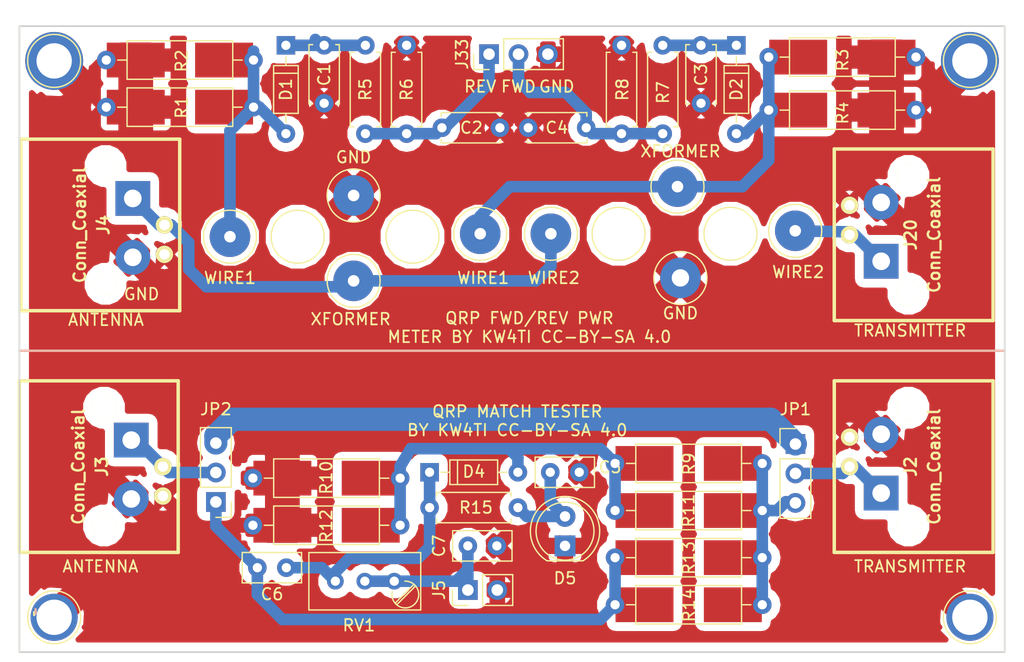
<source format=kicad_pcb>
(kicad_pcb (version 4) (host pcbnew 4.0.7)

  (general
    (links 96)
    (no_connects 0)
    (area 38.252381 37.67038 126.74762 95.075)
    (thickness 1.6)
    (drawings 26)
    (tracks 123)
    (zones 0)
    (modules 51)
    (nets 19)
  )

  (page A4)
  (layers
    (0 F.Cu signal)
    (31 B.Cu signal)
    (32 B.Adhes user)
    (33 F.Adhes user)
    (34 B.Paste user)
    (35 F.Paste user)
    (36 B.SilkS user)
    (37 F.SilkS user)
    (38 B.Mask user)
    (39 F.Mask user)
    (40 Dwgs.User user)
    (41 Cmts.User user)
    (42 Eco1.User user)
    (43 Eco2.User user)
    (44 Edge.Cuts user)
    (45 Margin user)
    (46 B.CrtYd user)
    (47 F.CrtYd user)
    (48 B.Fab user)
    (49 F.Fab user)
  )

  (setup
    (last_trace_width 1)
    (user_trace_width 0.35)
    (user_trace_width 0.5)
    (user_trace_width 1)
    (user_trace_width 1.5)
    (user_trace_width 2)
    (trace_clearance 0.2)
    (zone_clearance 0.75)
    (zone_45_only yes)
    (trace_min 0.2)
    (segment_width 0.2)
    (edge_width 0.15)
    (via_size 0.6)
    (via_drill 0.4)
    (via_min_size 0.4)
    (via_min_drill 0.3)
    (uvia_size 0.3)
    (uvia_drill 0.1)
    (uvias_allowed no)
    (uvia_min_size 0.2)
    (uvia_min_drill 0.1)
    (pcb_text_width 0.3)
    (pcb_text_size 1.5 1.5)
    (mod_edge_width 0.15)
    (mod_text_size 1 1)
    (mod_text_width 0.15)
    (pad_size 3.5 3.5)
    (pad_drill 1)
    (pad_to_mask_clearance 0.2)
    (aux_axis_origin 0 0)
    (visible_elements 7FFFFFFF)
    (pcbplotparams
      (layerselection 0x010f0_80000001)
      (usegerberextensions false)
      (excludeedgelayer true)
      (linewidth 0.100000)
      (plotframeref false)
      (viasonmask false)
      (mode 1)
      (useauxorigin false)
      (hpglpennumber 1)
      (hpglpenspeed 20)
      (hpglpendiameter 15)
      (hpglpenoverlay 2)
      (psnegative false)
      (psa4output false)
      (plotreference true)
      (plotvalue true)
      (plotinvisibletext false)
      (padsonsilk false)
      (subtractmaskfromsilk false)
      (outputformat 1)
      (mirror false)
      (drillshape 0)
      (scaleselection 1)
      (outputdirectory gerber/))
  )

  (net 0 "")
  (net 1 GND)
  (net 2 "Net-(C1-Pad1)")
  (net 3 "Net-(C2-Pad1)")
  (net 4 "Net-(C3-Pad1)")
  (net 5 "Net-(C4-Pad1)")
  (net 6 "Net-(D1-Pad2)")
  (net 7 "Net-(D2-Pad2)")
  (net 8 "Net-(C5-Pad1)")
  (net 9 "Net-(J3-Pad1)")
  (net 10 "Net-(J30-Pad1)")
  (net 11 "Net-(J13-Pad1)")
  (net 12 "Net-(C6-Pad1)")
  (net 13 "Net-(C6-Pad2)")
  (net 14 "Net-(J2-Pad1)")
  (net 15 "Net-(JP1-Pad1)")
  (net 16 "Net-(JP1-Pad3)")
  (net 17 "Net-(D4-Pad2)")
  (net 18 "Net-(C7-Pad1)")

  (net_class Default "This is the default net class."
    (clearance 0.2)
    (trace_width 0.25)
    (via_dia 0.6)
    (via_drill 0.4)
    (uvia_dia 0.3)
    (uvia_drill 0.1)
    (add_net GND)
    (add_net "Net-(C1-Pad1)")
    (add_net "Net-(C2-Pad1)")
    (add_net "Net-(C3-Pad1)")
    (add_net "Net-(C4-Pad1)")
    (add_net "Net-(C5-Pad1)")
    (add_net "Net-(C6-Pad1)")
    (add_net "Net-(C6-Pad2)")
    (add_net "Net-(C7-Pad1)")
    (add_net "Net-(D1-Pad2)")
    (add_net "Net-(D2-Pad2)")
    (add_net "Net-(D4-Pad2)")
    (add_net "Net-(J13-Pad1)")
    (add_net "Net-(J2-Pad1)")
    (add_net "Net-(J3-Pad1)")
    (add_net "Net-(J30-Pad1)")
    (add_net "Net-(JP1-Pad1)")
    (add_net "Net-(JP1-Pad3)")
  )

  (module Pin_Headers:Pin_Header_Straight_1x03_Pitch2.54mm (layer F.Cu) (tedit 618AD9FA) (tstamp 618ADD37)
    (at 106.95 76.05)
    (descr "Through hole straight pin header, 1x03, 2.54mm pitch, single row")
    (tags "Through hole pin header THT 1x03 2.54mm single row")
    (path /618AF80F)
    (fp_text reference JP1 (at 0 -3) (layer F.SilkS)
      (effects (font (size 1 1) (thickness 0.15)))
    )
    (fp_text value PASS (at 0 7.41) (layer F.Fab)
      (effects (font (size 1 1) (thickness 0.15)))
    )
    (fp_line (start -0.635 -1.27) (end 1.27 -1.27) (layer F.Fab) (width 0.1))
    (fp_line (start 1.27 -1.27) (end 1.27 6.35) (layer F.Fab) (width 0.1))
    (fp_line (start 1.27 6.35) (end -1.27 6.35) (layer F.Fab) (width 0.1))
    (fp_line (start -1.27 6.35) (end -1.27 -0.635) (layer F.Fab) (width 0.1))
    (fp_line (start -1.27 -0.635) (end -0.635 -1.27) (layer F.Fab) (width 0.1))
    (fp_line (start -1.33 6.41) (end 1.33 6.41) (layer F.SilkS) (width 0.12))
    (fp_line (start -1.33 1.27) (end -1.33 6.41) (layer F.SilkS) (width 0.12))
    (fp_line (start 1.33 1.27) (end 1.33 6.41) (layer F.SilkS) (width 0.12))
    (fp_line (start -1.33 1.27) (end 1.33 1.27) (layer F.SilkS) (width 0.12))
    (fp_line (start -1.33 0) (end -1.33 -1.33) (layer F.SilkS) (width 0.12))
    (fp_line (start -1.33 -1.33) (end 0 -1.33) (layer F.SilkS) (width 0.12))
    (fp_line (start -1.8 -1.8) (end -1.8 6.85) (layer F.CrtYd) (width 0.05))
    (fp_line (start -1.8 6.85) (end 1.8 6.85) (layer F.CrtYd) (width 0.05))
    (fp_line (start 1.8 6.85) (end 1.8 -1.8) (layer F.CrtYd) (width 0.05))
    (fp_line (start 1.8 -1.8) (end -1.8 -1.8) (layer F.CrtYd) (width 0.05))
    (fp_text user %R (at 0 2.54 90) (layer F.Fab)
      (effects (font (size 1 1) (thickness 0.15)))
    )
    (pad 1 thru_hole rect (at 0 0) (size 1.7 1.7) (drill 1) (layers *.Cu *.Mask)
      (net 15 "Net-(JP1-Pad1)"))
    (pad 2 thru_hole oval (at 0 2.54) (size 1.7 1.7) (drill 1) (layers *.Cu *.Mask)
      (net 14 "Net-(J2-Pad1)"))
    (pad 3 thru_hole oval (at 0 5.08) (size 1.7 1.7) (drill 1) (layers *.Cu *.Mask)
      (net 16 "Net-(JP1-Pad3)"))
    (model ${KISYS3DMOD}/Pin_Headers.3dshapes/Pin_Header_Straight_1x03_Pitch2.54mm.wrl
      (at (xyz 0 0 0))
      (scale (xyz 1 1 1))
      (rotate (xyz 0 0 0))
    )
  )

  (module MatchTester:R_Axial_DIN0309_L9.0mm_D3.2mm_P12.70mm_Horizontal (layer F.Cu) (tedit 618B21DD) (tstamp 618ADDC6)
    (at 91.39 85.854)
    (descr "Resistor, Axial_DIN0309 series, Axial, Horizontal, pin pitch=12.7mm, 0.5W = 1/2W, length*diameter=9*3.2mm^2, http://cdn-reichelt.de/documents/datenblatt/B400/1_4W%23YAG.pdf")
    (tags "Resistor Axial_DIN0309 series Axial Horizontal pin pitch 12.7mm 0.5W = 1/2W length 9mm diameter 3.2mm")
    (path /618B2A96)
    (fp_text reference R13 (at 6.36 0.026 90) (layer F.SilkS)
      (effects (font (size 1 1) (thickness 0.15)))
    )
    (fp_text value 100R (at 6.35 2.66) (layer F.Fab)
      (effects (font (size 1 1) (thickness 0.15)))
    )
    (fp_line (start 1.85 -1.6) (end 1.85 1.6) (layer F.Fab) (width 0.1))
    (fp_line (start 1.85 1.6) (end 10.85 1.6) (layer F.Fab) (width 0.1))
    (fp_line (start 10.85 1.6) (end 10.85 -1.6) (layer F.Fab) (width 0.1))
    (fp_line (start 10.85 -1.6) (end 1.85 -1.6) (layer F.Fab) (width 0.1))
    (fp_line (start 0 0) (end 1.85 0) (layer F.Fab) (width 0.1))
    (fp_line (start 12.7 0) (end 10.85 0) (layer F.Fab) (width 0.1))
    (fp_line (start 1.79 -1.66) (end 1.79 1.66) (layer F.SilkS) (width 0.12))
    (fp_line (start 1.79 1.66) (end 10.91 1.66) (layer F.SilkS) (width 0.12))
    (fp_line (start 10.91 1.66) (end 10.91 -1.66) (layer F.SilkS) (width 0.12))
    (fp_line (start 10.91 -1.66) (end 1.79 -1.66) (layer F.SilkS) (width 0.12))
    (fp_line (start 0.98 0) (end 1.79 0) (layer F.SilkS) (width 0.12))
    (fp_line (start 11.72 0) (end 10.91 0) (layer F.SilkS) (width 0.12))
    (fp_line (start -1.05 -1.95) (end -1.05 1.95) (layer F.CrtYd) (width 0.05))
    (fp_line (start -1.05 1.95) (end 13.75 1.95) (layer F.CrtYd) (width 0.05))
    (fp_line (start 13.75 1.95) (end 13.75 -1.95) (layer F.CrtYd) (width 0.05))
    (fp_line (start 13.75 -1.95) (end -1.05 -1.95) (layer F.CrtYd) (width 0.05))
    (pad 1 thru_hole circle (at 0 0) (size 1.6 1.6) (drill 0.8) (layers *.Cu *.Mask)
      (net 12 "Net-(C6-Pad1)"))
    (pad 2 thru_hole oval (at 12.7 0) (size 1.6 1.6) (drill 0.8) (layers *.Cu *.Mask)
      (net 16 "Net-(JP1-Pad3)"))
    (pad 1 smd rect (at 2.54 0) (size 5 3) (layers F.Cu F.Paste F.Mask)
      (net 12 "Net-(C6-Pad1)"))
    (pad 2 smd rect (at 10.16 0) (size 5 3) (layers F.Cu F.Paste F.Mask)
      (net 16 "Net-(JP1-Pad3)"))
    (model ${KISYS3DMOD}/Resistors_THT.3dshapes/R_Axial_DIN0309_L9.0mm_D3.2mm_P12.70mm_Horizontal.wrl
      (at (xyz 0 0 0))
      (scale (xyz 0.393701 0.393701 0.393701))
      (rotate (xyz 0 0 0))
    )
  )

  (module MatchTester:R_Axial_DIN0309_L9.0mm_D3.2mm_P12.70mm_Horizontal (layer F.Cu) (tedit 618B21E5) (tstamp 618ADD96)
    (at 104.09 81.79 180)
    (descr "Resistor, Axial_DIN0309 series, Axial, Horizontal, pin pitch=12.7mm, 0.5W = 1/2W, length*diameter=9*3.2mm^2, http://cdn-reichelt.de/documents/datenblatt/B400/1_4W%23YAG.pdf")
    (tags "Resistor Axial_DIN0309 series Axial Horizontal pin pitch 12.7mm 0.5W = 1/2W length 9mm diameter 3.2mm")
    (path /618AFF2E)
    (fp_text reference R11 (at 6.37 0 270) (layer F.SilkS)
      (effects (font (size 1 1) (thickness 0.15)))
    )
    (fp_text value 100R (at 6.35 2.66 180) (layer F.Fab)
      (effects (font (size 1 1) (thickness 0.15)))
    )
    (fp_line (start 1.85 -1.6) (end 1.85 1.6) (layer F.Fab) (width 0.1))
    (fp_line (start 1.85 1.6) (end 10.85 1.6) (layer F.Fab) (width 0.1))
    (fp_line (start 10.85 1.6) (end 10.85 -1.6) (layer F.Fab) (width 0.1))
    (fp_line (start 10.85 -1.6) (end 1.85 -1.6) (layer F.Fab) (width 0.1))
    (fp_line (start 0 0) (end 1.85 0) (layer F.Fab) (width 0.1))
    (fp_line (start 12.7 0) (end 10.85 0) (layer F.Fab) (width 0.1))
    (fp_line (start 1.79 -1.66) (end 1.79 1.66) (layer F.SilkS) (width 0.12))
    (fp_line (start 1.79 1.66) (end 10.91 1.66) (layer F.SilkS) (width 0.12))
    (fp_line (start 10.91 1.66) (end 10.91 -1.66) (layer F.SilkS) (width 0.12))
    (fp_line (start 10.91 -1.66) (end 1.79 -1.66) (layer F.SilkS) (width 0.12))
    (fp_line (start 0.98 0) (end 1.79 0) (layer F.SilkS) (width 0.12))
    (fp_line (start 11.72 0) (end 10.91 0) (layer F.SilkS) (width 0.12))
    (fp_line (start -1.05 -1.95) (end -1.05 1.95) (layer F.CrtYd) (width 0.05))
    (fp_line (start -1.05 1.95) (end 13.75 1.95) (layer F.CrtYd) (width 0.05))
    (fp_line (start 13.75 1.95) (end 13.75 -1.95) (layer F.CrtYd) (width 0.05))
    (fp_line (start 13.75 -1.95) (end -1.05 -1.95) (layer F.CrtYd) (width 0.05))
    (pad 1 thru_hole circle (at 0 0 180) (size 1.6 1.6) (drill 0.8) (layers *.Cu *.Mask)
      (net 16 "Net-(JP1-Pad3)"))
    (pad 2 thru_hole oval (at 12.7 0 180) (size 1.6 1.6) (drill 0.8) (layers *.Cu *.Mask)
      (net 17 "Net-(D4-Pad2)"))
    (pad 1 smd rect (at 2.54 0 180) (size 5 3) (layers F.Cu F.Paste F.Mask)
      (net 16 "Net-(JP1-Pad3)"))
    (pad 2 smd rect (at 10.16 0 180) (size 5 3) (layers F.Cu F.Paste F.Mask)
      (net 17 "Net-(D4-Pad2)"))
    (model ${KISYS3DMOD}/Resistors_THT.3dshapes/R_Axial_DIN0309_L9.0mm_D3.2mm_P12.70mm_Horizontal.wrl
      (at (xyz 0 0 0))
      (scale (xyz 0.393701 0.393701 0.393701))
      (rotate (xyz 0 0 0))
    )
  )

  (module MatchTester:R_Axial_DIN0309_L9.0mm_D3.2mm_P12.70mm_Horizontal (layer F.Cu) (tedit 618B21E8) (tstamp 618ADD66)
    (at 104.09 77.726 180)
    (descr "Resistor, Axial_DIN0309 series, Axial, Horizontal, pin pitch=12.7mm, 0.5W = 1/2W, length*diameter=9*3.2mm^2, http://cdn-reichelt.de/documents/datenblatt/B400/1_4W%23YAG.pdf")
    (tags "Resistor Axial_DIN0309 series Axial Horizontal pin pitch 12.7mm 0.5W = 1/2W length 9mm diameter 3.2mm")
    (path /618AFD4E)
    (fp_text reference R9 (at 6.33 -0.034 270) (layer F.SilkS)
      (effects (font (size 1 1) (thickness 0.15)))
    )
    (fp_text value 100R (at 6.35 2.66 180) (layer F.Fab)
      (effects (font (size 1 1) (thickness 0.15)))
    )
    (fp_line (start 1.85 -1.6) (end 1.85 1.6) (layer F.Fab) (width 0.1))
    (fp_line (start 1.85 1.6) (end 10.85 1.6) (layer F.Fab) (width 0.1))
    (fp_line (start 10.85 1.6) (end 10.85 -1.6) (layer F.Fab) (width 0.1))
    (fp_line (start 10.85 -1.6) (end 1.85 -1.6) (layer F.Fab) (width 0.1))
    (fp_line (start 0 0) (end 1.85 0) (layer F.Fab) (width 0.1))
    (fp_line (start 12.7 0) (end 10.85 0) (layer F.Fab) (width 0.1))
    (fp_line (start 1.79 -1.66) (end 1.79 1.66) (layer F.SilkS) (width 0.12))
    (fp_line (start 1.79 1.66) (end 10.91 1.66) (layer F.SilkS) (width 0.12))
    (fp_line (start 10.91 1.66) (end 10.91 -1.66) (layer F.SilkS) (width 0.12))
    (fp_line (start 10.91 -1.66) (end 1.79 -1.66) (layer F.SilkS) (width 0.12))
    (fp_line (start 0.98 0) (end 1.79 0) (layer F.SilkS) (width 0.12))
    (fp_line (start 11.72 0) (end 10.91 0) (layer F.SilkS) (width 0.12))
    (fp_line (start -1.05 -1.95) (end -1.05 1.95) (layer F.CrtYd) (width 0.05))
    (fp_line (start -1.05 1.95) (end 13.75 1.95) (layer F.CrtYd) (width 0.05))
    (fp_line (start 13.75 1.95) (end 13.75 -1.95) (layer F.CrtYd) (width 0.05))
    (fp_line (start 13.75 -1.95) (end -1.05 -1.95) (layer F.CrtYd) (width 0.05))
    (pad 1 thru_hole circle (at 0 0 180) (size 1.6 1.6) (drill 0.8) (layers *.Cu *.Mask)
      (net 16 "Net-(JP1-Pad3)"))
    (pad 2 thru_hole oval (at 12.7 0 180) (size 1.6 1.6) (drill 0.8) (layers *.Cu *.Mask)
      (net 17 "Net-(D4-Pad2)"))
    (pad 1 smd rect (at 2.54 0 180) (size 5 3) (layers F.Cu F.Paste F.Mask)
      (net 16 "Net-(JP1-Pad3)"))
    (pad 2 smd rect (at 10.16 0 180) (size 5 3) (layers F.Cu F.Paste F.Mask)
      (net 17 "Net-(D4-Pad2)"))
    (model ${KISYS3DMOD}/Resistors_THT.3dshapes/R_Axial_DIN0309_L9.0mm_D3.2mm_P12.70mm_Horizontal.wrl
      (at (xyz 0 0 0))
      (scale (xyz 0.393701 0.393701 0.393701))
      (rotate (xyz 0 0 0))
    )
  )

  (module MatchTester:R_Axial_DIN0309_L9.0mm_D3.2mm_P12.70mm_Horizontal (layer F.Cu) (tedit 5C797736) (tstamp 5C7990A2)
    (at 117.348 42.672 180)
    (descr "Resistor, Axial_DIN0309 series, Axial, Horizontal, pin pitch=12.7mm, 0.5W = 1/2W, length*diameter=9*3.2mm^2, http://cdn-reichelt.de/documents/datenblatt/B400/1_4W%23YAG.pdf")
    (tags "Resistor Axial_DIN0309 series Axial Horizontal pin pitch 12.7mm 0.5W = 1/2W length 9mm diameter 3.2mm")
    (path /5C69E52E)
    (fp_text reference R3 (at 6.35 -0.254 270) (layer F.SilkS)
      (effects (font (size 1 1) (thickness 0.15)))
    )
    (fp_text value 100R (at 6.35 2.66 180) (layer F.Fab)
      (effects (font (size 1 1) (thickness 0.15)))
    )
    (fp_line (start 1.85 -1.6) (end 1.85 1.6) (layer F.Fab) (width 0.1))
    (fp_line (start 1.85 1.6) (end 10.85 1.6) (layer F.Fab) (width 0.1))
    (fp_line (start 10.85 1.6) (end 10.85 -1.6) (layer F.Fab) (width 0.1))
    (fp_line (start 10.85 -1.6) (end 1.85 -1.6) (layer F.Fab) (width 0.1))
    (fp_line (start 0 0) (end 1.85 0) (layer F.Fab) (width 0.1))
    (fp_line (start 12.7 0) (end 10.85 0) (layer F.Fab) (width 0.1))
    (fp_line (start 1.79 -1.66) (end 1.79 1.66) (layer F.SilkS) (width 0.12))
    (fp_line (start 1.79 1.66) (end 10.91 1.66) (layer F.SilkS) (width 0.12))
    (fp_line (start 10.91 1.66) (end 10.91 -1.66) (layer F.SilkS) (width 0.12))
    (fp_line (start 10.91 -1.66) (end 1.79 -1.66) (layer F.SilkS) (width 0.12))
    (fp_line (start 0.98 0) (end 1.79 0) (layer F.SilkS) (width 0.12))
    (fp_line (start 11.72 0) (end 10.91 0) (layer F.SilkS) (width 0.12))
    (fp_line (start -1.05 -1.95) (end -1.05 1.95) (layer F.CrtYd) (width 0.05))
    (fp_line (start -1.05 1.95) (end 13.75 1.95) (layer F.CrtYd) (width 0.05))
    (fp_line (start 13.75 1.95) (end 13.75 -1.95) (layer F.CrtYd) (width 0.05))
    (fp_line (start 13.75 -1.95) (end -1.05 -1.95) (layer F.CrtYd) (width 0.05))
    (pad 1 thru_hole circle (at 0 0 180) (size 1.6 1.6) (drill 0.8) (layers *.Cu *.Mask)
      (net 1 GND))
    (pad 2 thru_hole oval (at 12.7 0 180) (size 1.6 1.6) (drill 0.8) (layers *.Cu *.Mask)
      (net 7 "Net-(D2-Pad2)"))
    (pad 1 smd rect (at 2.54 0 180) (size 5 3) (layers F.Cu F.Paste F.Mask)
      (net 1 GND))
    (pad 2 smd rect (at 10.16 0 180) (size 5 3) (layers F.Cu F.Paste F.Mask)
      (net 7 "Net-(D2-Pad2)"))
    (model ${KISYS3DMOD}/Resistors_THT.3dshapes/R_Axial_DIN0309_L9.0mm_D3.2mm_P12.70mm_Horizontal.wrl
      (at (xyz 0 0 0))
      (scale (xyz 0.393701 0.393701 0.393701))
      (rotate (xyz 0 0 0))
    )
  )

  (module MatchTester:R_Axial_DIN0309_L9.0mm_D3.2mm_P12.70mm_Horizontal (layer F.Cu) (tedit 618AD99E) (tstamp 5C79908B)
    (at 47.498 42.926)
    (descr "Resistor, Axial_DIN0309 series, Axial, Horizontal, pin pitch=12.7mm, 0.5W = 1/2W, length*diameter=9*3.2mm^2, http://cdn-reichelt.de/documents/datenblatt/B400/1_4W%23YAG.pdf")
    (tags "Resistor Axial_DIN0309 series Axial Horizontal pin pitch 12.7mm 0.5W = 1/2W length 9mm diameter 3.2mm")
    (path /5C69E164)
    (fp_text reference R2 (at 6.502 0.074 270) (layer F.SilkS)
      (effects (font (size 1 1) (thickness 0.15)))
    )
    (fp_text value 100R (at 6.35 2.66) (layer F.Fab)
      (effects (font (size 1 1) (thickness 0.15)))
    )
    (fp_line (start 1.85 -1.6) (end 1.85 1.6) (layer F.Fab) (width 0.1))
    (fp_line (start 1.85 1.6) (end 10.85 1.6) (layer F.Fab) (width 0.1))
    (fp_line (start 10.85 1.6) (end 10.85 -1.6) (layer F.Fab) (width 0.1))
    (fp_line (start 10.85 -1.6) (end 1.85 -1.6) (layer F.Fab) (width 0.1))
    (fp_line (start 0 0) (end 1.85 0) (layer F.Fab) (width 0.1))
    (fp_line (start 12.7 0) (end 10.85 0) (layer F.Fab) (width 0.1))
    (fp_line (start 1.79 -1.66) (end 1.79 1.66) (layer F.SilkS) (width 0.12))
    (fp_line (start 1.79 1.66) (end 10.91 1.66) (layer F.SilkS) (width 0.12))
    (fp_line (start 10.91 1.66) (end 10.91 -1.66) (layer F.SilkS) (width 0.12))
    (fp_line (start 10.91 -1.66) (end 1.79 -1.66) (layer F.SilkS) (width 0.12))
    (fp_line (start 0.98 0) (end 1.79 0) (layer F.SilkS) (width 0.12))
    (fp_line (start 11.72 0) (end 10.91 0) (layer F.SilkS) (width 0.12))
    (fp_line (start -1.05 -1.95) (end -1.05 1.95) (layer F.CrtYd) (width 0.05))
    (fp_line (start -1.05 1.95) (end 13.75 1.95) (layer F.CrtYd) (width 0.05))
    (fp_line (start 13.75 1.95) (end 13.75 -1.95) (layer F.CrtYd) (width 0.05))
    (fp_line (start 13.75 -1.95) (end -1.05 -1.95) (layer F.CrtYd) (width 0.05))
    (pad 1 thru_hole circle (at 0 0) (size 1.6 1.6) (drill 0.8) (layers *.Cu *.Mask)
      (net 1 GND))
    (pad 2 thru_hole oval (at 12.7 0) (size 1.6 1.6) (drill 0.8) (layers *.Cu *.Mask)
      (net 6 "Net-(D1-Pad2)"))
    (pad 1 smd rect (at 2.54 0) (size 5 3) (layers F.Cu F.Paste F.Mask)
      (net 1 GND))
    (pad 2 smd rect (at 10.16 0) (size 5 3) (layers F.Cu F.Paste F.Mask)
      (net 6 "Net-(D1-Pad2)"))
    (model ${KISYS3DMOD}/Resistors_THT.3dshapes/R_Axial_DIN0309_L9.0mm_D3.2mm_P12.70mm_Horizontal.wrl
      (at (xyz 0 0 0))
      (scale (xyz 0.393701 0.393701 0.393701))
      (rotate (xyz 0 0 0))
    )
  )

  (module MatchTester:R_Axial_DIN0309_L9.0mm_D3.2mm_P12.70mm_Horizontal (layer F.Cu) (tedit 5C797736) (tstamp 5C7990B9)
    (at 117.348 47.244 180)
    (descr "Resistor, Axial_DIN0309 series, Axial, Horizontal, pin pitch=12.7mm, 0.5W = 1/2W, length*diameter=9*3.2mm^2, http://cdn-reichelt.de/documents/datenblatt/B400/1_4W%23YAG.pdf")
    (tags "Resistor Axial_DIN0309 series Axial Horizontal pin pitch 12.7mm 0.5W = 1/2W length 9mm diameter 3.2mm")
    (path /5C69E534)
    (fp_text reference R4 (at 6.35 -0.254 270) (layer F.SilkS)
      (effects (font (size 1 1) (thickness 0.15)))
    )
    (fp_text value 100R (at 6.35 2.66 180) (layer F.Fab)
      (effects (font (size 1 1) (thickness 0.15)))
    )
    (fp_line (start 1.85 -1.6) (end 1.85 1.6) (layer F.Fab) (width 0.1))
    (fp_line (start 1.85 1.6) (end 10.85 1.6) (layer F.Fab) (width 0.1))
    (fp_line (start 10.85 1.6) (end 10.85 -1.6) (layer F.Fab) (width 0.1))
    (fp_line (start 10.85 -1.6) (end 1.85 -1.6) (layer F.Fab) (width 0.1))
    (fp_line (start 0 0) (end 1.85 0) (layer F.Fab) (width 0.1))
    (fp_line (start 12.7 0) (end 10.85 0) (layer F.Fab) (width 0.1))
    (fp_line (start 1.79 -1.66) (end 1.79 1.66) (layer F.SilkS) (width 0.12))
    (fp_line (start 1.79 1.66) (end 10.91 1.66) (layer F.SilkS) (width 0.12))
    (fp_line (start 10.91 1.66) (end 10.91 -1.66) (layer F.SilkS) (width 0.12))
    (fp_line (start 10.91 -1.66) (end 1.79 -1.66) (layer F.SilkS) (width 0.12))
    (fp_line (start 0.98 0) (end 1.79 0) (layer F.SilkS) (width 0.12))
    (fp_line (start 11.72 0) (end 10.91 0) (layer F.SilkS) (width 0.12))
    (fp_line (start -1.05 -1.95) (end -1.05 1.95) (layer F.CrtYd) (width 0.05))
    (fp_line (start -1.05 1.95) (end 13.75 1.95) (layer F.CrtYd) (width 0.05))
    (fp_line (start 13.75 1.95) (end 13.75 -1.95) (layer F.CrtYd) (width 0.05))
    (fp_line (start 13.75 -1.95) (end -1.05 -1.95) (layer F.CrtYd) (width 0.05))
    (pad 1 thru_hole circle (at 0 0 180) (size 1.6 1.6) (drill 0.8) (layers *.Cu *.Mask)
      (net 1 GND))
    (pad 2 thru_hole oval (at 12.7 0 180) (size 1.6 1.6) (drill 0.8) (layers *.Cu *.Mask)
      (net 7 "Net-(D2-Pad2)"))
    (pad 1 smd rect (at 2.54 0 180) (size 5 3) (layers F.Cu F.Paste F.Mask)
      (net 1 GND))
    (pad 2 smd rect (at 10.16 0 180) (size 5 3) (layers F.Cu F.Paste F.Mask)
      (net 7 "Net-(D2-Pad2)"))
    (model ${KISYS3DMOD}/Resistors_THT.3dshapes/R_Axial_DIN0309_L9.0mm_D3.2mm_P12.70mm_Horizontal.wrl
      (at (xyz 0 0 0))
      (scale (xyz 0.393701 0.393701 0.393701))
      (rotate (xyz 0 0 0))
    )
  )

  (module Connectors:1pin (layer F.Cu) (tedit 618AD2B0) (tstamp 5C69CE37)
    (at 58.166 58.166)
    (descr "module 1 pin (ou trou mecanique de percage)")
    (tags DEV)
    (path /5C69D901)
    (fp_text reference J7 (at 0 -3.048) (layer F.SilkS) hide
      (effects (font (size 1 1) (thickness 0.15)))
    )
    (fp_text value Conn_01x01 (at 0 3) (layer F.Fab)
      (effects (font (size 1 1) (thickness 0.15)))
    )
    (fp_circle (center 0 0) (end 2 0.8) (layer F.Fab) (width 0.1))
    (fp_circle (center 0 0) (end 2.6 0) (layer F.CrtYd) (width 0.05))
    (fp_circle (center 0 0) (end 0 -2.286) (layer F.SilkS) (width 0.12))
    (pad 1 thru_hole circle (at 0 0) (size 3.5 3.5) (drill 1) (layers *.Cu *.Mask)
      (net 6 "Net-(D1-Pad2)"))
  )

  (module Connectors:1pin (layer F.Cu) (tedit 618AD2B3) (tstamp 5C69CE3F)
    (at 64.008 58.166 270)
    (descr "module 1 pin (ou trou mecanique de percage)")
    (tags DEV)
    (path /5C69DAAC)
    (fp_text reference J8 (at -3.3655 0.1905 360) (layer F.SilkS) hide
      (effects (font (size 1 1) (thickness 0.15)))
    )
    (fp_text value Conn_01x01 (at 0 3 270) (layer F.Fab)
      (effects (font (size 1 1) (thickness 0.15)))
    )
    (fp_circle (center 0 0) (end 2 0.8) (layer F.Fab) (width 0.1))
    (fp_circle (center 0 0) (end 2.6 0) (layer F.CrtYd) (width 0.05))
    (fp_circle (center 0 0) (end 0 -2.286) (layer F.SilkS) (width 0.12))
    (pad "" np_thru_hole circle (at 0 0 270) (size 4 4) (drill 4) (layers *.Cu *.Mask))
  )

  (module Connectors:1pin (layer F.Cu) (tedit 618AD325) (tstamp 5C69CE47)
    (at 85.852 57.912)
    (descr "module 1 pin (ou trou mecanique de percage)")
    (tags DEV)
    (path /5C69DCCC)
    (fp_text reference J9 (at 0 -3.048) (layer F.SilkS) hide
      (effects (font (size 1 1) (thickness 0.15)))
    )
    (fp_text value Conn_01x01 (at 0 3) (layer F.Fab)
      (effects (font (size 1 1) (thickness 0.15)))
    )
    (fp_circle (center 0 0) (end 2 0.8) (layer F.Fab) (width 0.1))
    (fp_circle (center 0 0) (end 2.6 0) (layer F.CrtYd) (width 0.05))
    (fp_circle (center 0 0) (end 0 -2.286) (layer F.SilkS) (width 0.12))
    (pad 1 thru_hole circle (at 0 0) (size 3.5 3.5) (drill 1) (layers *.Cu *.Mask)
      (net 10 "Net-(J30-Pad1)"))
  )

  (module Connectors:1pin (layer F.Cu) (tedit 618AD41E) (tstamp 5C69CE4F)
    (at 91.694 57.912)
    (descr "module 1 pin (ou trou mecanique de percage)")
    (tags DEV)
    (path /5C69DCF0)
    (fp_text reference J10 (at -3.429 -0.254 90) (layer F.SilkS) hide
      (effects (font (size 1 1) (thickness 0.15)))
    )
    (fp_text value Conn_01x01 (at 0 3) (layer F.Fab)
      (effects (font (size 1 1) (thickness 0.15)))
    )
    (fp_circle (center 0 0) (end 2 0.8) (layer F.Fab) (width 0.1))
    (fp_circle (center 0 0) (end 2.6 0) (layer F.CrtYd) (width 0.05))
    (fp_circle (center 0 0) (end 0 -2.286) (layer F.SilkS) (width 0.12))
    (pad "" np_thru_hole circle (at 0 0) (size 4 4) (drill 4) (layers *.Cu *.Mask))
  )

  (module Connectors:1pin (layer F.Cu) (tedit 618AD2FF) (tstamp 5C69CE57)
    (at 79.756 57.912)
    (descr "module 1 pin (ou trou mecanique de percage)")
    (tags DEV)
    (path /5C69D975)
    (fp_text reference J11 (at 0 -3.556) (layer F.SilkS) hide
      (effects (font (size 1 1) (thickness 0.15)))
    )
    (fp_text value Conn_01x01 (at 0 3) (layer F.Fab)
      (effects (font (size 1 1) (thickness 0.15)))
    )
    (fp_circle (center 0 0) (end 2 0.8) (layer F.Fab) (width 0.1))
    (fp_circle (center 0 0) (end 2.6 0) (layer F.CrtYd) (width 0.05))
    (fp_circle (center 0 0) (end 0 -2.286) (layer F.SilkS) (width 0.12))
    (pad 1 thru_hole circle (at 0 0) (size 3.5 3.5) (drill 1) (layers *.Cu *.Mask)
      (net 7 "Net-(D2-Pad2)"))
  )

  (module Connectors:1pin (layer F.Cu) (tedit 618AD2D6) (tstamp 5C69CE5F)
    (at 73.914 58.166 270)
    (descr "module 1 pin (ou trou mecanique de percage)")
    (tags DEV)
    (path /5C69DA6C)
    (fp_text reference J12 (at -3.429 -0.254 360) (layer F.SilkS) hide
      (effects (font (size 1 1) (thickness 0.15)))
    )
    (fp_text value Conn_01x01 (at 0 3 270) (layer F.Fab)
      (effects (font (size 1 1) (thickness 0.15)))
    )
    (fp_circle (center 0 0) (end 2 0.8) (layer F.Fab) (width 0.1))
    (fp_circle (center 0 0) (end 2.6 0) (layer F.CrtYd) (width 0.05))
    (fp_circle (center 0 0) (end 0 -2.286) (layer F.SilkS) (width 0.12))
    (pad "" np_thru_hole circle (at 0 0 270) (size 4 4) (drill 4) (layers *.Cu *.Mask))
  )

  (module Connectors:1pin (layer F.Cu) (tedit 618ADDE7) (tstamp 5C69CE67)
    (at 106.934 57.658)
    (descr "module 1 pin (ou trou mecanique de percage)")
    (tags DEV)
    (path /5C69DCD2)
    (fp_text reference J13 (at 0 -3.048) (layer F.SilkS) hide
      (effects (font (size 1 1) (thickness 0.15)))
    )
    (fp_text value Conn_01x01 (at 0 3) (layer F.Fab)
      (effects (font (size 1 1) (thickness 0.15)))
    )
    (fp_circle (center 0 0) (end 2 0.8) (layer F.Fab) (width 0.1))
    (fp_circle (center 0 0) (end 2.6 0) (layer F.CrtYd) (width 0.05))
    (fp_circle (center 0 0) (end 0 -2.286) (layer F.SilkS) (width 0.12))
    (pad 1 thru_hole circle (at 0 0) (size 3.5 3.5) (drill 1) (layers *.Cu *.Mask)
      (net 11 "Net-(J13-Pad1)"))
  )

  (module Connectors:1pin (layer F.Cu) (tedit 618ADDEF) (tstamp 5C69CE6F)
    (at 101.346 57.912)
    (descr "module 1 pin (ou trou mecanique de percage)")
    (tags DEV)
    (path /5C69DCEA)
    (fp_text reference J14 (at -3.556 -0.127 90) (layer F.SilkS) hide
      (effects (font (size 1 1) (thickness 0.15)))
    )
    (fp_text value Conn_01x01 (at 0 3) (layer F.Fab)
      (effects (font (size 1 1) (thickness 0.15)))
    )
    (fp_circle (center 0 0) (end 2 0.8) (layer F.Fab) (width 0.1))
    (fp_circle (center 0 0) (end 2.6 0) (layer F.CrtYd) (width 0.05))
    (fp_circle (center 0 0) (end 0 -2.286) (layer F.SilkS) (width 0.12))
    (pad "" np_thru_hole circle (at 0 0) (size 4 4) (drill 4) (layers *.Cu *.Mask))
  )

  (module Connectors:1pin (layer F.Cu) (tedit 618AD626) (tstamp 5C69CE87)
    (at 43 43)
    (descr "module 1 pin (ou trou mecanique de percage)")
    (tags DEV)
    (path /5C69DD77)
    (fp_text reference J21 (at -0.423 3.768) (layer F.SilkS) hide
      (effects (font (size 1 1) (thickness 0.15)))
    )
    (fp_text value Conn_01x01 (at 0 3) (layer F.Fab)
      (effects (font (size 1 1) (thickness 0.15)))
    )
    (fp_circle (center 0 0) (end 2 0.8) (layer F.Fab) (width 0.1))
    (fp_circle (center 0 0) (end 2.6 0) (layer F.CrtYd) (width 0.05))
    (fp_circle (center 0 0) (end 0 -2.286) (layer F.SilkS) (width 0.12))
    (pad 1 thru_hole circle (at 0 0) (size 5 5) (drill 3.048) (layers *.Cu *.Mask)
      (net 1 GND))
  )

  (module Connectors:1pin (layer F.Cu) (tedit 618AD620) (tstamp 5C69CE8F)
    (at 122 43)
    (descr "module 1 pin (ou trou mecanique de percage)")
    (tags DEV)
    (path /5C69DE04)
    (fp_text reference J22 (at -0.094 3.482) (layer F.SilkS) hide
      (effects (font (size 1 1) (thickness 0.15)))
    )
    (fp_text value Conn_01x01 (at 0 3) (layer F.Fab)
      (effects (font (size 1 1) (thickness 0.15)))
    )
    (fp_circle (center 0 0) (end 2 0.8) (layer F.Fab) (width 0.1))
    (fp_circle (center 0 0) (end 2.6 0) (layer F.CrtYd) (width 0.05))
    (fp_circle (center 0 0) (end 0 -2.286) (layer F.SilkS) (width 0.12))
    (pad 1 thru_hole circle (at 0 0) (size 5 5) (drill 3.048) (layers *.Cu *.Mask)
      (net 1 GND))
  )

  (module Connectors:1pin (layer F.Cu) (tedit 618AD2D3) (tstamp 5C69D442)
    (at 68.834 54.61)
    (descr "module 1 pin (ou trou mecanique de percage)")
    (tags DEV)
    (path /5C69D4B9)
    (fp_text reference J29 (at 3.0988 -2.2352) (layer F.SilkS) hide
      (effects (font (size 1 1) (thickness 0.15)))
    )
    (fp_text value Conn_01x01 (at 0 3) (layer F.Fab)
      (effects (font (size 1 1) (thickness 0.15)))
    )
    (fp_circle (center 0 0) (end 2 0.8) (layer F.Fab) (width 0.1))
    (fp_circle (center 0 0) (end 2.6 0) (layer F.CrtYd) (width 0.05))
    (fp_circle (center 0 0) (end 0 -2.286) (layer F.SilkS) (width 0.12))
    (pad 1 thru_hole circle (at 0 0) (size 3.5 3.5) (drill 1) (layers *.Cu *.Mask)
      (net 1 GND))
  )

  (module Connectors:1pin (layer F.Cu) (tedit 618AD2C3) (tstamp 5C69D44A)
    (at 68.834 61.976)
    (descr "module 1 pin (ou trou mecanique de percage)")
    (tags DEV)
    (path /5C69D5F7)
    (fp_text reference J30 (at 0 -3.048) (layer F.SilkS) hide
      (effects (font (size 1 1) (thickness 0.15)))
    )
    (fp_text value Conn_01x01 (at 0 3) (layer F.Fab)
      (effects (font (size 1 1) (thickness 0.15)))
    )
    (fp_circle (center 0 0) (end 2 0.8) (layer F.Fab) (width 0.1))
    (fp_circle (center 0 0) (end 2.6 0) (layer F.CrtYd) (width 0.05))
    (fp_circle (center 0 0) (end 0 -2.286) (layer F.SilkS) (width 0.12))
    (pad 1 thru_hole circle (at 0 0) (size 3.5 3.5) (drill 1) (layers *.Cu *.Mask)
      (net 10 "Net-(J30-Pad1)"))
  )

  (module Connectors:1pin (layer F.Cu) (tedit 618AD42E) (tstamp 5C69D452)
    (at 96.774 53.848)
    (descr "module 1 pin (ou trou mecanique de percage)")
    (tags DEV)
    (path /5C69D7C1)
    (fp_text reference J31 (at 3.66776 0.04318 90) (layer F.SilkS) hide
      (effects (font (size 1 1) (thickness 0.15)))
    )
    (fp_text value Conn_01x01 (at 0 3) (layer F.Fab)
      (effects (font (size 1 1) (thickness 0.15)))
    )
    (fp_circle (center 0 0) (end 2 0.8) (layer F.Fab) (width 0.1))
    (fp_circle (center 0 0) (end 2.6 0) (layer F.CrtYd) (width 0.05))
    (fp_circle (center 0 0) (end 0 -2.286) (layer F.SilkS) (width 0.12))
    (pad 1 thru_hole circle (at 0 0) (size 3.5 3.5) (drill 1) (layers *.Cu *.Mask)
      (net 7 "Net-(D2-Pad2)"))
  )

  (module Capacitors_THT:C_Disc_D5.0mm_W2.5mm_P5.00mm (layer F.Cu) (tedit 5C69DC46) (tstamp 5C69E0B7)
    (at 66.294 41.656 270)
    (descr "C, Disc series, Radial, pin pitch=5.00mm, , diameter*width=5*2.5mm^2, Capacitor, http://cdn-reichelt.de/documents/datenblatt/B300/DS_KERKO_TC.pdf")
    (tags "C Disc series Radial pin pitch 5.00mm  diameter 5mm width 2.5mm Capacitor")
    (path /5C69EC2E)
    (fp_text reference C1 (at 2.54 0 270) (layer F.SilkS)
      (effects (font (size 1 1) (thickness 0.15)))
    )
    (fp_text value "10 nF" (at 2.5 2.56 270) (layer F.Fab)
      (effects (font (size 1 1) (thickness 0.15)))
    )
    (fp_line (start 0 -1.25) (end 0 1.25) (layer F.Fab) (width 0.1))
    (fp_line (start 0 1.25) (end 5 1.25) (layer F.Fab) (width 0.1))
    (fp_line (start 5 1.25) (end 5 -1.25) (layer F.Fab) (width 0.1))
    (fp_line (start 5 -1.25) (end 0 -1.25) (layer F.Fab) (width 0.1))
    (fp_line (start -0.06 -1.31) (end 5.06 -1.31) (layer F.SilkS) (width 0.12))
    (fp_line (start -0.06 1.31) (end 5.06 1.31) (layer F.SilkS) (width 0.12))
    (fp_line (start -0.06 -1.31) (end -0.06 -0.996) (layer F.SilkS) (width 0.12))
    (fp_line (start -0.06 0.996) (end -0.06 1.31) (layer F.SilkS) (width 0.12))
    (fp_line (start 5.06 -1.31) (end 5.06 -0.996) (layer F.SilkS) (width 0.12))
    (fp_line (start 5.06 0.996) (end 5.06 1.31) (layer F.SilkS) (width 0.12))
    (fp_line (start -1.05 -1.6) (end -1.05 1.6) (layer F.CrtYd) (width 0.05))
    (fp_line (start -1.05 1.6) (end 6.05 1.6) (layer F.CrtYd) (width 0.05))
    (fp_line (start 6.05 1.6) (end 6.05 -1.6) (layer F.CrtYd) (width 0.05))
    (fp_line (start 6.05 -1.6) (end -1.05 -1.6) (layer F.CrtYd) (width 0.05))
    (fp_text user %R (at 2.5 0 270) (layer F.Fab)
      (effects (font (size 1 1) (thickness 0.15)))
    )
    (pad 1 thru_hole circle (at 0 0 270) (size 1.6 1.6) (drill 0.8) (layers *.Cu *.Mask)
      (net 2 "Net-(C1-Pad1)"))
    (pad 2 thru_hole circle (at 5 0 270) (size 1.6 1.6) (drill 0.8) (layers *.Cu *.Mask)
      (net 1 GND))
    (model ${KISYS3DMOD}/Capacitors_THT.3dshapes/C_Disc_D5.0mm_W2.5mm_P5.00mm.wrl
      (at (xyz 0 0 0))
      (scale (xyz 1 1 1))
      (rotate (xyz 0 0 0))
    )
  )

  (module Capacitors_THT:C_Disc_D5.0mm_W2.5mm_P5.00mm (layer F.Cu) (tedit 5C69DCB2) (tstamp 5C69E0CC)
    (at 76.454 48.768)
    (descr "C, Disc series, Radial, pin pitch=5.00mm, , diameter*width=5*2.5mm^2, Capacitor, http://cdn-reichelt.de/documents/datenblatt/B300/DS_KERKO_TC.pdf")
    (tags "C Disc series Radial pin pitch 5.00mm  diameter 5mm width 2.5mm Capacitor")
    (path /5C69F418)
    (fp_text reference C2 (at 2.54 0) (layer F.SilkS)
      (effects (font (size 1 1) (thickness 0.15)))
    )
    (fp_text value "10 nF" (at 2.5 2.56) (layer F.Fab)
      (effects (font (size 1 1) (thickness 0.15)))
    )
    (fp_line (start 0 -1.25) (end 0 1.25) (layer F.Fab) (width 0.1))
    (fp_line (start 0 1.25) (end 5 1.25) (layer F.Fab) (width 0.1))
    (fp_line (start 5 1.25) (end 5 -1.25) (layer F.Fab) (width 0.1))
    (fp_line (start 5 -1.25) (end 0 -1.25) (layer F.Fab) (width 0.1))
    (fp_line (start -0.06 -1.31) (end 5.06 -1.31) (layer F.SilkS) (width 0.12))
    (fp_line (start -0.06 1.31) (end 5.06 1.31) (layer F.SilkS) (width 0.12))
    (fp_line (start -0.06 -1.31) (end -0.06 -0.996) (layer F.SilkS) (width 0.12))
    (fp_line (start -0.06 0.996) (end -0.06 1.31) (layer F.SilkS) (width 0.12))
    (fp_line (start 5.06 -1.31) (end 5.06 -0.996) (layer F.SilkS) (width 0.12))
    (fp_line (start 5.06 0.996) (end 5.06 1.31) (layer F.SilkS) (width 0.12))
    (fp_line (start -1.05 -1.6) (end -1.05 1.6) (layer F.CrtYd) (width 0.05))
    (fp_line (start -1.05 1.6) (end 6.05 1.6) (layer F.CrtYd) (width 0.05))
    (fp_line (start 6.05 1.6) (end 6.05 -1.6) (layer F.CrtYd) (width 0.05))
    (fp_line (start 6.05 -1.6) (end -1.05 -1.6) (layer F.CrtYd) (width 0.05))
    (fp_text user %R (at 2.5 0) (layer F.Fab)
      (effects (font (size 1 1) (thickness 0.15)))
    )
    (pad 1 thru_hole circle (at 0 0) (size 1.6 1.6) (drill 0.8) (layers *.Cu *.Mask)
      (net 3 "Net-(C2-Pad1)"))
    (pad 2 thru_hole circle (at 5 0) (size 1.6 1.6) (drill 0.8) (layers *.Cu *.Mask)
      (net 1 GND))
    (model ${KISYS3DMOD}/Capacitors_THT.3dshapes/C_Disc_D5.0mm_W2.5mm_P5.00mm.wrl
      (at (xyz 0 0 0))
      (scale (xyz 1 1 1))
      (rotate (xyz 0 0 0))
    )
  )

  (module Capacitors_THT:C_Disc_D5.0mm_W2.5mm_P5.00mm (layer F.Cu) (tedit 5C69DD07) (tstamp 5C69E0E1)
    (at 98.806 41.656 270)
    (descr "C, Disc series, Radial, pin pitch=5.00mm, , diameter*width=5*2.5mm^2, Capacitor, http://cdn-reichelt.de/documents/datenblatt/B300/DS_KERKO_TC.pdf")
    (tags "C Disc series Radial pin pitch 5.00mm  diameter 5mm width 2.5mm Capacitor")
    (path /5C69F752)
    (fp_text reference C3 (at 2.54 0 270) (layer F.SilkS)
      (effects (font (size 1 1) (thickness 0.15)))
    )
    (fp_text value "10 nF" (at 2.5 2.56 270) (layer F.Fab)
      (effects (font (size 1 1) (thickness 0.15)))
    )
    (fp_line (start 0 -1.25) (end 0 1.25) (layer F.Fab) (width 0.1))
    (fp_line (start 0 1.25) (end 5 1.25) (layer F.Fab) (width 0.1))
    (fp_line (start 5 1.25) (end 5 -1.25) (layer F.Fab) (width 0.1))
    (fp_line (start 5 -1.25) (end 0 -1.25) (layer F.Fab) (width 0.1))
    (fp_line (start -0.06 -1.31) (end 5.06 -1.31) (layer F.SilkS) (width 0.12))
    (fp_line (start -0.06 1.31) (end 5.06 1.31) (layer F.SilkS) (width 0.12))
    (fp_line (start -0.06 -1.31) (end -0.06 -0.996) (layer F.SilkS) (width 0.12))
    (fp_line (start -0.06 0.996) (end -0.06 1.31) (layer F.SilkS) (width 0.12))
    (fp_line (start 5.06 -1.31) (end 5.06 -0.996) (layer F.SilkS) (width 0.12))
    (fp_line (start 5.06 0.996) (end 5.06 1.31) (layer F.SilkS) (width 0.12))
    (fp_line (start -1.05 -1.6) (end -1.05 1.6) (layer F.CrtYd) (width 0.05))
    (fp_line (start -1.05 1.6) (end 6.05 1.6) (layer F.CrtYd) (width 0.05))
    (fp_line (start 6.05 1.6) (end 6.05 -1.6) (layer F.CrtYd) (width 0.05))
    (fp_line (start 6.05 -1.6) (end -1.05 -1.6) (layer F.CrtYd) (width 0.05))
    (fp_text user %R (at 2.5 0 270) (layer F.Fab)
      (effects (font (size 1 1) (thickness 0.15)))
    )
    (pad 1 thru_hole circle (at 0 0 270) (size 1.6 1.6) (drill 0.8) (layers *.Cu *.Mask)
      (net 4 "Net-(C3-Pad1)"))
    (pad 2 thru_hole circle (at 5 0 270) (size 1.6 1.6) (drill 0.8) (layers *.Cu *.Mask)
      (net 1 GND))
    (model ${KISYS3DMOD}/Capacitors_THT.3dshapes/C_Disc_D5.0mm_W2.5mm_P5.00mm.wrl
      (at (xyz 0 0 0))
      (scale (xyz 1 1 1))
      (rotate (xyz 0 0 0))
    )
  )

  (module Capacitors_THT:C_Disc_D5.0mm_W2.5mm_P5.00mm (layer F.Cu) (tedit 5C69DD09) (tstamp 5C69E0F6)
    (at 88.9 48.768 180)
    (descr "C, Disc series, Radial, pin pitch=5.00mm, , diameter*width=5*2.5mm^2, Capacitor, http://cdn-reichelt.de/documents/datenblatt/B300/DS_KERKO_TC.pdf")
    (tags "C Disc series Radial pin pitch 5.00mm  diameter 5mm width 2.5mm Capacitor")
    (path /5C69F779)
    (fp_text reference C4 (at 2.54 0 180) (layer F.SilkS)
      (effects (font (size 1 1) (thickness 0.15)))
    )
    (fp_text value "10 nF" (at 2.5 2.56 180) (layer F.Fab)
      (effects (font (size 1 1) (thickness 0.15)))
    )
    (fp_line (start 0 -1.25) (end 0 1.25) (layer F.Fab) (width 0.1))
    (fp_line (start 0 1.25) (end 5 1.25) (layer F.Fab) (width 0.1))
    (fp_line (start 5 1.25) (end 5 -1.25) (layer F.Fab) (width 0.1))
    (fp_line (start 5 -1.25) (end 0 -1.25) (layer F.Fab) (width 0.1))
    (fp_line (start -0.06 -1.31) (end 5.06 -1.31) (layer F.SilkS) (width 0.12))
    (fp_line (start -0.06 1.31) (end 5.06 1.31) (layer F.SilkS) (width 0.12))
    (fp_line (start -0.06 -1.31) (end -0.06 -0.996) (layer F.SilkS) (width 0.12))
    (fp_line (start -0.06 0.996) (end -0.06 1.31) (layer F.SilkS) (width 0.12))
    (fp_line (start 5.06 -1.31) (end 5.06 -0.996) (layer F.SilkS) (width 0.12))
    (fp_line (start 5.06 0.996) (end 5.06 1.31) (layer F.SilkS) (width 0.12))
    (fp_line (start -1.05 -1.6) (end -1.05 1.6) (layer F.CrtYd) (width 0.05))
    (fp_line (start -1.05 1.6) (end 6.05 1.6) (layer F.CrtYd) (width 0.05))
    (fp_line (start 6.05 1.6) (end 6.05 -1.6) (layer F.CrtYd) (width 0.05))
    (fp_line (start 6.05 -1.6) (end -1.05 -1.6) (layer F.CrtYd) (width 0.05))
    (fp_text user %R (at 2.5 0 180) (layer F.Fab)
      (effects (font (size 1 1) (thickness 0.15)))
    )
    (pad 1 thru_hole circle (at 0 0 180) (size 1.6 1.6) (drill 0.8) (layers *.Cu *.Mask)
      (net 5 "Net-(C4-Pad1)"))
    (pad 2 thru_hole circle (at 5 0 180) (size 1.6 1.6) (drill 0.8) (layers *.Cu *.Mask)
      (net 1 GND))
    (model ${KISYS3DMOD}/Capacitors_THT.3dshapes/C_Disc_D5.0mm_W2.5mm_P5.00mm.wrl
      (at (xyz 0 0 0))
      (scale (xyz 1 1 1))
      (rotate (xyz 0 0 0))
    )
  )

  (module Pin_Headers:Pin_Header_Straight_1x03_Pitch2.54mm (layer F.Cu) (tedit 59650532) (tstamp 5C69E10D)
    (at 80.518 42.418 90)
    (descr "Through hole straight pin header, 1x03, 2.54mm pitch, single row")
    (tags "Through hole pin header THT 1x03 2.54mm single row")
    (path /5C69FA82)
    (fp_text reference J33 (at 0 -2.33 90) (layer F.SilkS)
      (effects (font (size 1 1) (thickness 0.15)))
    )
    (fp_text value Conn_01x03 (at 0 7.41 90) (layer F.Fab)
      (effects (font (size 1 1) (thickness 0.15)))
    )
    (fp_line (start -0.635 -1.27) (end 1.27 -1.27) (layer F.Fab) (width 0.1))
    (fp_line (start 1.27 -1.27) (end 1.27 6.35) (layer F.Fab) (width 0.1))
    (fp_line (start 1.27 6.35) (end -1.27 6.35) (layer F.Fab) (width 0.1))
    (fp_line (start -1.27 6.35) (end -1.27 -0.635) (layer F.Fab) (width 0.1))
    (fp_line (start -1.27 -0.635) (end -0.635 -1.27) (layer F.Fab) (width 0.1))
    (fp_line (start -1.33 6.41) (end 1.33 6.41) (layer F.SilkS) (width 0.12))
    (fp_line (start -1.33 1.27) (end -1.33 6.41) (layer F.SilkS) (width 0.12))
    (fp_line (start 1.33 1.27) (end 1.33 6.41) (layer F.SilkS) (width 0.12))
    (fp_line (start -1.33 1.27) (end 1.33 1.27) (layer F.SilkS) (width 0.12))
    (fp_line (start -1.33 0) (end -1.33 -1.33) (layer F.SilkS) (width 0.12))
    (fp_line (start -1.33 -1.33) (end 0 -1.33) (layer F.SilkS) (width 0.12))
    (fp_line (start -1.8 -1.8) (end -1.8 6.85) (layer F.CrtYd) (width 0.05))
    (fp_line (start -1.8 6.85) (end 1.8 6.85) (layer F.CrtYd) (width 0.05))
    (fp_line (start 1.8 6.85) (end 1.8 -1.8) (layer F.CrtYd) (width 0.05))
    (fp_line (start 1.8 -1.8) (end -1.8 -1.8) (layer F.CrtYd) (width 0.05))
    (fp_text user %R (at 0 2.54 180) (layer F.Fab)
      (effects (font (size 1 1) (thickness 0.15)))
    )
    (pad 1 thru_hole rect (at 0 0 90) (size 1.7 1.7) (drill 1) (layers *.Cu *.Mask)
      (net 3 "Net-(C2-Pad1)"))
    (pad 2 thru_hole oval (at 0 2.54 90) (size 1.7 1.7) (drill 1) (layers *.Cu *.Mask)
      (net 5 "Net-(C4-Pad1)"))
    (pad 3 thru_hole oval (at 0 5.08 90) (size 1.7 1.7) (drill 1) (layers *.Cu *.Mask)
      (net 1 GND))
    (model ${KISYS3DMOD}/Pin_Headers.3dshapes/Pin_Header_Straight_1x03_Pitch2.54mm.wrl
      (at (xyz 0 0 0))
      (scale (xyz 1 1 1))
      (rotate (xyz 0 0 0))
    )
  )

  (module Resistors_THT:R_Axial_DIN0207_L6.3mm_D2.5mm_P7.62mm_Horizontal (layer F.Cu) (tedit 5C69DCB7) (tstamp 5C69E123)
    (at 69.85 49.276 90)
    (descr "Resistor, Axial_DIN0207 series, Axial, Horizontal, pin pitch=7.62mm, 0.25W = 1/4W, length*diameter=6.3*2.5mm^2, http://cdn-reichelt.de/documents/datenblatt/B400/1_4W%23YAG.pdf")
    (tags "Resistor Axial_DIN0207 series Axial Horizontal pin pitch 7.62mm 0.25W = 1/4W length 6.3mm diameter 2.5mm")
    (path /5C69EEF8)
    (fp_text reference R5 (at 3.81 0 90) (layer F.SilkS)
      (effects (font (size 1 1) (thickness 0.15)))
    )
    (fp_text value 10k (at 3.81 2.31 90) (layer F.Fab)
      (effects (font (size 1 1) (thickness 0.15)))
    )
    (fp_line (start 0.66 -1.25) (end 0.66 1.25) (layer F.Fab) (width 0.1))
    (fp_line (start 0.66 1.25) (end 6.96 1.25) (layer F.Fab) (width 0.1))
    (fp_line (start 6.96 1.25) (end 6.96 -1.25) (layer F.Fab) (width 0.1))
    (fp_line (start 6.96 -1.25) (end 0.66 -1.25) (layer F.Fab) (width 0.1))
    (fp_line (start 0 0) (end 0.66 0) (layer F.Fab) (width 0.1))
    (fp_line (start 7.62 0) (end 6.96 0) (layer F.Fab) (width 0.1))
    (fp_line (start 0.6 -0.98) (end 0.6 -1.31) (layer F.SilkS) (width 0.12))
    (fp_line (start 0.6 -1.31) (end 7.02 -1.31) (layer F.SilkS) (width 0.12))
    (fp_line (start 7.02 -1.31) (end 7.02 -0.98) (layer F.SilkS) (width 0.12))
    (fp_line (start 0.6 0.98) (end 0.6 1.31) (layer F.SilkS) (width 0.12))
    (fp_line (start 0.6 1.31) (end 7.02 1.31) (layer F.SilkS) (width 0.12))
    (fp_line (start 7.02 1.31) (end 7.02 0.98) (layer F.SilkS) (width 0.12))
    (fp_line (start -1.05 -1.6) (end -1.05 1.6) (layer F.CrtYd) (width 0.05))
    (fp_line (start -1.05 1.6) (end 8.7 1.6) (layer F.CrtYd) (width 0.05))
    (fp_line (start 8.7 1.6) (end 8.7 -1.6) (layer F.CrtYd) (width 0.05))
    (fp_line (start 8.7 -1.6) (end -1.05 -1.6) (layer F.CrtYd) (width 0.05))
    (pad 1 thru_hole circle (at 0 0 90) (size 1.6 1.6) (drill 0.8) (layers *.Cu *.Mask)
      (net 3 "Net-(C2-Pad1)"))
    (pad 2 thru_hole oval (at 7.62 0 90) (size 1.6 1.6) (drill 0.8) (layers *.Cu *.Mask)
      (net 2 "Net-(C1-Pad1)"))
    (model ${KISYS3DMOD}/Resistors_THT.3dshapes/R_Axial_DIN0207_L6.3mm_D2.5mm_P7.62mm_Horizontal.wrl
      (at (xyz 0 0 0))
      (scale (xyz 0.393701 0.393701 0.393701))
      (rotate (xyz 0 0 0))
    )
  )

  (module Resistors_THT:R_Axial_DIN0207_L6.3mm_D2.5mm_P7.62mm_Horizontal (layer F.Cu) (tedit 5C69DCB4) (tstamp 5C69E139)
    (at 73.406 41.656 270)
    (descr "Resistor, Axial_DIN0207 series, Axial, Horizontal, pin pitch=7.62mm, 0.25W = 1/4W, length*diameter=6.3*2.5mm^2, http://cdn-reichelt.de/documents/datenblatt/B400/1_4W%23YAG.pdf")
    (tags "Resistor Axial_DIN0207 series Axial Horizontal pin pitch 7.62mm 0.25W = 1/4W length 6.3mm diameter 2.5mm")
    (path /5C69F109)
    (fp_text reference R6 (at 3.81 0 270) (layer F.SilkS)
      (effects (font (size 1 1) (thickness 0.15)))
    )
    (fp_text value 10k (at 3.81 2.31 270) (layer F.Fab)
      (effects (font (size 1 1) (thickness 0.15)))
    )
    (fp_line (start 0.66 -1.25) (end 0.66 1.25) (layer F.Fab) (width 0.1))
    (fp_line (start 0.66 1.25) (end 6.96 1.25) (layer F.Fab) (width 0.1))
    (fp_line (start 6.96 1.25) (end 6.96 -1.25) (layer F.Fab) (width 0.1))
    (fp_line (start 6.96 -1.25) (end 0.66 -1.25) (layer F.Fab) (width 0.1))
    (fp_line (start 0 0) (end 0.66 0) (layer F.Fab) (width 0.1))
    (fp_line (start 7.62 0) (end 6.96 0) (layer F.Fab) (width 0.1))
    (fp_line (start 0.6 -0.98) (end 0.6 -1.31) (layer F.SilkS) (width 0.12))
    (fp_line (start 0.6 -1.31) (end 7.02 -1.31) (layer F.SilkS) (width 0.12))
    (fp_line (start 7.02 -1.31) (end 7.02 -0.98) (layer F.SilkS) (width 0.12))
    (fp_line (start 0.6 0.98) (end 0.6 1.31) (layer F.SilkS) (width 0.12))
    (fp_line (start 0.6 1.31) (end 7.02 1.31) (layer F.SilkS) (width 0.12))
    (fp_line (start 7.02 1.31) (end 7.02 0.98) (layer F.SilkS) (width 0.12))
    (fp_line (start -1.05 -1.6) (end -1.05 1.6) (layer F.CrtYd) (width 0.05))
    (fp_line (start -1.05 1.6) (end 8.7 1.6) (layer F.CrtYd) (width 0.05))
    (fp_line (start 8.7 1.6) (end 8.7 -1.6) (layer F.CrtYd) (width 0.05))
    (fp_line (start 8.7 -1.6) (end -1.05 -1.6) (layer F.CrtYd) (width 0.05))
    (pad 1 thru_hole circle (at 0 0 270) (size 1.6 1.6) (drill 0.8) (layers *.Cu *.Mask)
      (net 1 GND))
    (pad 2 thru_hole oval (at 7.62 0 270) (size 1.6 1.6) (drill 0.8) (layers *.Cu *.Mask)
      (net 3 "Net-(C2-Pad1)"))
    (model ${KISYS3DMOD}/Resistors_THT.3dshapes/R_Axial_DIN0207_L6.3mm_D2.5mm_P7.62mm_Horizontal.wrl
      (at (xyz 0 0 0))
      (scale (xyz 0.393701 0.393701 0.393701))
      (rotate (xyz 0 0 0))
    )
  )

  (module Resistors_THT:R_Axial_DIN0207_L6.3mm_D2.5mm_P7.62mm_Horizontal (layer F.Cu) (tedit 5C69DCD8) (tstamp 5C69E14F)
    (at 95.504 49.276 90)
    (descr "Resistor, Axial_DIN0207 series, Axial, Horizontal, pin pitch=7.62mm, 0.25W = 1/4W, length*diameter=6.3*2.5mm^2, http://cdn-reichelt.de/documents/datenblatt/B400/1_4W%23YAG.pdf")
    (tags "Resistor Axial_DIN0207 series Axial Horizontal pin pitch 7.62mm 0.25W = 1/4W length 6.3mm diameter 2.5mm")
    (path /5C69F760)
    (fp_text reference R7 (at 3.552 0.02 90) (layer F.SilkS)
      (effects (font (size 1 1) (thickness 0.15)))
    )
    (fp_text value 10k (at 3.81 2.31 90) (layer F.Fab)
      (effects (font (size 1 1) (thickness 0.15)))
    )
    (fp_line (start 0.66 -1.25) (end 0.66 1.25) (layer F.Fab) (width 0.1))
    (fp_line (start 0.66 1.25) (end 6.96 1.25) (layer F.Fab) (width 0.1))
    (fp_line (start 6.96 1.25) (end 6.96 -1.25) (layer F.Fab) (width 0.1))
    (fp_line (start 6.96 -1.25) (end 0.66 -1.25) (layer F.Fab) (width 0.1))
    (fp_line (start 0 0) (end 0.66 0) (layer F.Fab) (width 0.1))
    (fp_line (start 7.62 0) (end 6.96 0) (layer F.Fab) (width 0.1))
    (fp_line (start 0.6 -0.98) (end 0.6 -1.31) (layer F.SilkS) (width 0.12))
    (fp_line (start 0.6 -1.31) (end 7.02 -1.31) (layer F.SilkS) (width 0.12))
    (fp_line (start 7.02 -1.31) (end 7.02 -0.98) (layer F.SilkS) (width 0.12))
    (fp_line (start 0.6 0.98) (end 0.6 1.31) (layer F.SilkS) (width 0.12))
    (fp_line (start 0.6 1.31) (end 7.02 1.31) (layer F.SilkS) (width 0.12))
    (fp_line (start 7.02 1.31) (end 7.02 0.98) (layer F.SilkS) (width 0.12))
    (fp_line (start -1.05 -1.6) (end -1.05 1.6) (layer F.CrtYd) (width 0.05))
    (fp_line (start -1.05 1.6) (end 8.7 1.6) (layer F.CrtYd) (width 0.05))
    (fp_line (start 8.7 1.6) (end 8.7 -1.6) (layer F.CrtYd) (width 0.05))
    (fp_line (start 8.7 -1.6) (end -1.05 -1.6) (layer F.CrtYd) (width 0.05))
    (pad 1 thru_hole circle (at 0 0 90) (size 1.6 1.6) (drill 0.8) (layers *.Cu *.Mask)
      (net 5 "Net-(C4-Pad1)"))
    (pad 2 thru_hole oval (at 7.62 0 90) (size 1.6 1.6) (drill 0.8) (layers *.Cu *.Mask)
      (net 4 "Net-(C3-Pad1)"))
    (model ${KISYS3DMOD}/Resistors_THT.3dshapes/R_Axial_DIN0207_L6.3mm_D2.5mm_P7.62mm_Horizontal.wrl
      (at (xyz 0 0 0))
      (scale (xyz 0.393701 0.393701 0.393701))
      (rotate (xyz 0 0 0))
    )
  )

  (module Resistors_THT:R_Axial_DIN0207_L6.3mm_D2.5mm_P7.62mm_Horizontal (layer F.Cu) (tedit 5C69DC9C) (tstamp 5C69E165)
    (at 91.948 41.656 270)
    (descr "Resistor, Axial_DIN0207 series, Axial, Horizontal, pin pitch=7.62mm, 0.25W = 1/4W, length*diameter=6.3*2.5mm^2, http://cdn-reichelt.de/documents/datenblatt/B400/1_4W%23YAG.pdf")
    (tags "Resistor Axial_DIN0207 series Axial Horizontal pin pitch 7.62mm 0.25W = 1/4W length 6.3mm diameter 2.5mm")
    (path /5C69F766)
    (fp_text reference R8 (at 3.814 -0.076 270) (layer F.SilkS)
      (effects (font (size 1 1) (thickness 0.15)))
    )
    (fp_text value 10k (at 3.81 2.31 270) (layer F.Fab)
      (effects (font (size 1 1) (thickness 0.15)))
    )
    (fp_line (start 0.66 -1.25) (end 0.66 1.25) (layer F.Fab) (width 0.1))
    (fp_line (start 0.66 1.25) (end 6.96 1.25) (layer F.Fab) (width 0.1))
    (fp_line (start 6.96 1.25) (end 6.96 -1.25) (layer F.Fab) (width 0.1))
    (fp_line (start 6.96 -1.25) (end 0.66 -1.25) (layer F.Fab) (width 0.1))
    (fp_line (start 0 0) (end 0.66 0) (layer F.Fab) (width 0.1))
    (fp_line (start 7.62 0) (end 6.96 0) (layer F.Fab) (width 0.1))
    (fp_line (start 0.6 -0.98) (end 0.6 -1.31) (layer F.SilkS) (width 0.12))
    (fp_line (start 0.6 -1.31) (end 7.02 -1.31) (layer F.SilkS) (width 0.12))
    (fp_line (start 7.02 -1.31) (end 7.02 -0.98) (layer F.SilkS) (width 0.12))
    (fp_line (start 0.6 0.98) (end 0.6 1.31) (layer F.SilkS) (width 0.12))
    (fp_line (start 0.6 1.31) (end 7.02 1.31) (layer F.SilkS) (width 0.12))
    (fp_line (start 7.02 1.31) (end 7.02 0.98) (layer F.SilkS) (width 0.12))
    (fp_line (start -1.05 -1.6) (end -1.05 1.6) (layer F.CrtYd) (width 0.05))
    (fp_line (start -1.05 1.6) (end 8.7 1.6) (layer F.CrtYd) (width 0.05))
    (fp_line (start 8.7 1.6) (end 8.7 -1.6) (layer F.CrtYd) (width 0.05))
    (fp_line (start 8.7 -1.6) (end -1.05 -1.6) (layer F.CrtYd) (width 0.05))
    (pad 1 thru_hole circle (at 0 0 270) (size 1.6 1.6) (drill 0.8) (layers *.Cu *.Mask)
      (net 1 GND))
    (pad 2 thru_hole oval (at 7.62 0 270) (size 1.6 1.6) (drill 0.8) (layers *.Cu *.Mask)
      (net 5 "Net-(C4-Pad1)"))
    (model ${KISYS3DMOD}/Resistors_THT.3dshapes/R_Axial_DIN0207_L6.3mm_D2.5mm_P7.62mm_Horizontal.wrl
      (at (xyz 0 0 0))
      (scale (xyz 0.393701 0.393701 0.393701))
      (rotate (xyz 0 0 0))
    )
  )

  (module Diodes_THT:D_DO-35_SOD27_P7.62mm_Horizontal (layer F.Cu) (tedit 5C69DBE2) (tstamp 5C69E4EF)
    (at 62.992 41.656 270)
    (descr "D, DO-35_SOD27 series, Axial, Horizontal, pin pitch=7.62mm, , length*diameter=4*2mm^2, , http://www.diodes.com/_files/packages/DO-35.pdf")
    (tags "D DO-35_SOD27 series Axial Horizontal pin pitch 7.62mm  length 4mm diameter 2mm")
    (path /5C69E92C)
    (fp_text reference D1 (at 3.81 0 270) (layer F.SilkS)
      (effects (font (size 1 1) (thickness 0.15)))
    )
    (fp_text value 1N5711 (at 3.81 2.06 270) (layer F.Fab)
      (effects (font (size 1 1) (thickness 0.15)))
    )
    (fp_text user %R (at 3.81 0 270) (layer F.Fab)
      (effects (font (size 1 1) (thickness 0.15)))
    )
    (fp_line (start 1.81 -1) (end 1.81 1) (layer F.Fab) (width 0.1))
    (fp_line (start 1.81 1) (end 5.81 1) (layer F.Fab) (width 0.1))
    (fp_line (start 5.81 1) (end 5.81 -1) (layer F.Fab) (width 0.1))
    (fp_line (start 5.81 -1) (end 1.81 -1) (layer F.Fab) (width 0.1))
    (fp_line (start 0 0) (end 1.81 0) (layer F.Fab) (width 0.1))
    (fp_line (start 7.62 0) (end 5.81 0) (layer F.Fab) (width 0.1))
    (fp_line (start 2.41 -1) (end 2.41 1) (layer F.Fab) (width 0.1))
    (fp_line (start 1.75 -1.06) (end 1.75 1.06) (layer F.SilkS) (width 0.12))
    (fp_line (start 1.75 1.06) (end 5.87 1.06) (layer F.SilkS) (width 0.12))
    (fp_line (start 5.87 1.06) (end 5.87 -1.06) (layer F.SilkS) (width 0.12))
    (fp_line (start 5.87 -1.06) (end 1.75 -1.06) (layer F.SilkS) (width 0.12))
    (fp_line (start 0.98 0) (end 1.75 0) (layer F.SilkS) (width 0.12))
    (fp_line (start 6.64 0) (end 5.87 0) (layer F.SilkS) (width 0.12))
    (fp_line (start 2.41 -1.06) (end 2.41 1.06) (layer F.SilkS) (width 0.12))
    (fp_line (start -1.05 -1.35) (end -1.05 1.35) (layer F.CrtYd) (width 0.05))
    (fp_line (start -1.05 1.35) (end 8.7 1.35) (layer F.CrtYd) (width 0.05))
    (fp_line (start 8.7 1.35) (end 8.7 -1.35) (layer F.CrtYd) (width 0.05))
    (fp_line (start 8.7 -1.35) (end -1.05 -1.35) (layer F.CrtYd) (width 0.05))
    (pad 1 thru_hole rect (at 0 0 270) (size 1.6 1.6) (drill 0.8) (layers *.Cu *.Mask)
      (net 2 "Net-(C1-Pad1)"))
    (pad 2 thru_hole oval (at 7.62 0 270) (size 1.6 1.6) (drill 0.8) (layers *.Cu *.Mask)
      (net 6 "Net-(D1-Pad2)"))
    (model ${KISYS3DMOD}/Diodes_THT.3dshapes/D_DO-35_SOD27_P7.62mm_Horizontal.wrl
      (at (xyz 0 0 0))
      (scale (xyz 0.393701 0.393701 0.393701))
      (rotate (xyz 0 0 0))
    )
  )

  (module Diodes_THT:D_DO-35_SOD27_P7.62mm_Horizontal (layer F.Cu) (tedit 5C69DD0F) (tstamp 5C69E508)
    (at 101.854 41.656 270)
    (descr "D, DO-35_SOD27 series, Axial, Horizontal, pin pitch=7.62mm, , length*diameter=4*2mm^2, , http://www.diodes.com/_files/packages/DO-35.pdf")
    (tags "D DO-35_SOD27 series Axial Horizontal pin pitch 7.62mm  length 4mm diameter 2mm")
    (path /5C69F747)
    (fp_text reference D2 (at 3.81 0 270) (layer F.SilkS)
      (effects (font (size 1 1) (thickness 0.15)))
    )
    (fp_text value 1N5711 (at 3.81 2.06 270) (layer F.Fab)
      (effects (font (size 1 1) (thickness 0.15)))
    )
    (fp_text user %R (at 3.81 0 270) (layer F.Fab)
      (effects (font (size 1 1) (thickness 0.15)))
    )
    (fp_line (start 1.81 -1) (end 1.81 1) (layer F.Fab) (width 0.1))
    (fp_line (start 1.81 1) (end 5.81 1) (layer F.Fab) (width 0.1))
    (fp_line (start 5.81 1) (end 5.81 -1) (layer F.Fab) (width 0.1))
    (fp_line (start 5.81 -1) (end 1.81 -1) (layer F.Fab) (width 0.1))
    (fp_line (start 0 0) (end 1.81 0) (layer F.Fab) (width 0.1))
    (fp_line (start 7.62 0) (end 5.81 0) (layer F.Fab) (width 0.1))
    (fp_line (start 2.41 -1) (end 2.41 1) (layer F.Fab) (width 0.1))
    (fp_line (start 1.75 -1.06) (end 1.75 1.06) (layer F.SilkS) (width 0.12))
    (fp_line (start 1.75 1.06) (end 5.87 1.06) (layer F.SilkS) (width 0.12))
    (fp_line (start 5.87 1.06) (end 5.87 -1.06) (layer F.SilkS) (width 0.12))
    (fp_line (start 5.87 -1.06) (end 1.75 -1.06) (layer F.SilkS) (width 0.12))
    (fp_line (start 0.98 0) (end 1.75 0) (layer F.SilkS) (width 0.12))
    (fp_line (start 6.64 0) (end 5.87 0) (layer F.SilkS) (width 0.12))
    (fp_line (start 2.41 -1.06) (end 2.41 1.06) (layer F.SilkS) (width 0.12))
    (fp_line (start -1.05 -1.35) (end -1.05 1.35) (layer F.CrtYd) (width 0.05))
    (fp_line (start -1.05 1.35) (end 8.7 1.35) (layer F.CrtYd) (width 0.05))
    (fp_line (start 8.7 1.35) (end 8.7 -1.35) (layer F.CrtYd) (width 0.05))
    (fp_line (start 8.7 -1.35) (end -1.05 -1.35) (layer F.CrtYd) (width 0.05))
    (pad 1 thru_hole rect (at 0 0 270) (size 1.6 1.6) (drill 0.8) (layers *.Cu *.Mask)
      (net 4 "Net-(C3-Pad1)"))
    (pad 2 thru_hole oval (at 7.62 0 270) (size 1.6 1.6) (drill 0.8) (layers *.Cu *.Mask)
      (net 7 "Net-(D2-Pad2)"))
    (model ${KISYS3DMOD}/Diodes_THT.3dshapes/D_DO-35_SOD27_P7.62mm_Horizontal.wrl
      (at (xyz 0 0 0))
      (scale (xyz 0.393701 0.393701 0.393701))
      (rotate (xyz 0 0 0))
    )
  )

  (module MatchTester:R_Axial_DIN0309_L9.0mm_D3.2mm_P12.70mm_Horizontal (layer F.Cu) (tedit 618AD99F) (tstamp 5C799074)
    (at 47.498 46.99)
    (descr "Resistor, Axial_DIN0309 series, Axial, Horizontal, pin pitch=12.7mm, 0.5W = 1/2W, length*diameter=9*3.2mm^2, http://cdn-reichelt.de/documents/datenblatt/B400/1_4W%23YAG.pdf")
    (tags "Resistor Axial_DIN0309 series Axial Horizontal pin pitch 12.7mm 0.5W = 1/2W length 9mm diameter 3.2mm")
    (path /5C69E07C)
    (fp_text reference R1 (at 6.502 0.01 270) (layer F.SilkS)
      (effects (font (size 1 1) (thickness 0.15)))
    )
    (fp_text value 100R (at 6.35 2.66) (layer F.Fab)
      (effects (font (size 1 1) (thickness 0.15)))
    )
    (fp_line (start 1.85 -1.6) (end 1.85 1.6) (layer F.Fab) (width 0.1))
    (fp_line (start 1.85 1.6) (end 10.85 1.6) (layer F.Fab) (width 0.1))
    (fp_line (start 10.85 1.6) (end 10.85 -1.6) (layer F.Fab) (width 0.1))
    (fp_line (start 10.85 -1.6) (end 1.85 -1.6) (layer F.Fab) (width 0.1))
    (fp_line (start 0 0) (end 1.85 0) (layer F.Fab) (width 0.1))
    (fp_line (start 12.7 0) (end 10.85 0) (layer F.Fab) (width 0.1))
    (fp_line (start 1.79 -1.66) (end 1.79 1.66) (layer F.SilkS) (width 0.12))
    (fp_line (start 1.79 1.66) (end 10.91 1.66) (layer F.SilkS) (width 0.12))
    (fp_line (start 10.91 1.66) (end 10.91 -1.66) (layer F.SilkS) (width 0.12))
    (fp_line (start 10.91 -1.66) (end 1.79 -1.66) (layer F.SilkS) (width 0.12))
    (fp_line (start 0.98 0) (end 1.79 0) (layer F.SilkS) (width 0.12))
    (fp_line (start 11.72 0) (end 10.91 0) (layer F.SilkS) (width 0.12))
    (fp_line (start -1.05 -1.95) (end -1.05 1.95) (layer F.CrtYd) (width 0.05))
    (fp_line (start -1.05 1.95) (end 13.75 1.95) (layer F.CrtYd) (width 0.05))
    (fp_line (start 13.75 1.95) (end 13.75 -1.95) (layer F.CrtYd) (width 0.05))
    (fp_line (start 13.75 -1.95) (end -1.05 -1.95) (layer F.CrtYd) (width 0.05))
    (pad 1 thru_hole circle (at 0 0) (size 1.6 1.6) (drill 0.8) (layers *.Cu *.Mask)
      (net 1 GND))
    (pad 2 thru_hole oval (at 12.7 0) (size 1.6 1.6) (drill 0.8) (layers *.Cu *.Mask)
      (net 6 "Net-(D1-Pad2)"))
    (pad 1 smd rect (at 2.54 0) (size 5 3) (layers F.Cu F.Paste F.Mask)
      (net 1 GND))
    (pad 2 smd rect (at 10.16 0) (size 5 3) (layers F.Cu F.Paste F.Mask)
      (net 6 "Net-(D1-Pad2)"))
    (model ${KISYS3DMOD}/Resistors_THT.3dshapes/R_Axial_DIN0309_L9.0mm_D3.2mm_P12.70mm_Horizontal.wrl
      (at (xyz 0 0 0))
      (scale (xyz 0.393701 0.393701 0.393701))
      (rotate (xyz 0 0 0))
    )
  )

  (module MatchTester:bnc_90_1-1337543-0_pad_combo (layer F.Cu) (tedit 5C7B66B4) (tstamp 5C7E05C4)
    (at 40.132 57.15 270)
    (descr "BNC connector, Tyco 1-1337543-0")
    (path /5C69DC9A)
    (fp_text reference J4 (at 0 -7.112 270) (layer F.SilkS)
      (effects (font (size 1 1) (thickness 0.2)))
    )
    (fp_text value Conn_Coaxial (at 0 -5.08 270) (layer F.SilkS)
      (effects (font (size 1 1) (thickness 0.2)))
    )
    (fp_line (start 7.4 0) (end 7.4 -13.7) (layer F.SilkS) (width 0.3))
    (fp_line (start -7.4 -13.7) (end -7.4 0) (layer F.SilkS) (width 0.3))
    (fp_line (start -7.4 -13.7) (end 7.4 -13.7) (layer F.SilkS) (width 0.3))
    (fp_line (start -7.4 0) (end 7.4 0) (layer F.SilkS) (width 0.3))
    (pad 1 thru_hole circle (at 0 -12.38 270) (size 1.5 1.5) (drill 0.9) (layers *.Cu *.Mask F.SilkS)
      (net 10 "Net-(J30-Pad1)"))
    (pad 2 thru_hole circle (at 2.54 -12.38 270) (size 1.5 1.5) (drill 0.9) (layers *.Cu *.Mask F.SilkS)
      (net 1 GND))
    (pad "" np_thru_hole circle (at 5.08 -7.3 270) (size 2.1 2.1) (drill 2.1) (layers *.Cu *.Mask F.SilkS))
    (pad "" np_thru_hole circle (at -5.08 -7.3 270) (size 2.1 2.1) (drill 2.1) (layers *.Cu *.Mask F.SilkS))
    (pad 1 thru_hole rect (at -2.286 -9.652 270) (size 3 3) (drill 1.52) (layers *.Cu *.Mask)
      (net 10 "Net-(J30-Pad1)"))
    (pad 2 thru_hole circle (at 2.794 -9.652 270) (size 3 3) (drill 1.52) (layers *.Cu *.Mask)
      (net 1 GND))
    (model walter/conn_rf/bnc_90_1-1337543-0.wrl
      (at (xyz 0 0 0))
      (scale (xyz 1 1 1))
      (rotate (xyz 0 0 0))
    )
  )

  (module MatchTester:bnc_90_1-1337543-0_pad_combo (layer F.Cu) (tedit 5C7B66B4) (tstamp 5C7E05DE)
    (at 124 58 90)
    (descr "BNC connector, Tyco 1-1337543-0")
    (path /5C69DCAE)
    (fp_text reference J20 (at 0 -7.112 90) (layer F.SilkS)
      (effects (font (size 1 1) (thickness 0.2)))
    )
    (fp_text value Conn_Coaxial (at 0 -5.08 90) (layer F.SilkS)
      (effects (font (size 1 1) (thickness 0.2)))
    )
    (fp_line (start 7.4 0) (end 7.4 -13.7) (layer F.SilkS) (width 0.3))
    (fp_line (start -7.4 -13.7) (end -7.4 0) (layer F.SilkS) (width 0.3))
    (fp_line (start -7.4 -13.7) (end 7.4 -13.7) (layer F.SilkS) (width 0.3))
    (fp_line (start -7.4 0) (end 7.4 0) (layer F.SilkS) (width 0.3))
    (pad 1 thru_hole circle (at 0 -12.38 90) (size 1.5 1.5) (drill 0.9) (layers *.Cu *.Mask F.SilkS)
      (net 11 "Net-(J13-Pad1)"))
    (pad 2 thru_hole circle (at 2.54 -12.38 90) (size 1.5 1.5) (drill 0.9) (layers *.Cu *.Mask F.SilkS)
      (net 1 GND))
    (pad "" np_thru_hole circle (at 5.08 -7.3 90) (size 2.1 2.1) (drill 2.1) (layers *.Cu *.Mask F.SilkS))
    (pad "" np_thru_hole circle (at -5.08 -7.3 90) (size 2.1 2.1) (drill 2.1) (layers *.Cu *.Mask F.SilkS))
    (pad 1 thru_hole rect (at -2.286 -9.652 90) (size 3 3) (drill 1.52) (layers *.Cu *.Mask)
      (net 11 "Net-(J13-Pad1)"))
    (pad 2 thru_hole circle (at 2.794 -9.652 90) (size 3 3) (drill 1.52) (layers *.Cu *.Mask)
      (net 1 GND))
    (model walter/conn_rf/bnc_90_1-1337543-0.wrl
      (at (xyz 0 0 0))
      (scale (xyz 1 1 1))
      (rotate (xyz 0 0 0))
    )
  )

  (module Connectors:1pin (layer F.Cu) (tedit 618AD630) (tstamp 5C7E451B)
    (at 122 91)
    (descr "module 1 pin (ou trou mecanique de percage)")
    (tags DEV)
    (path /5C7E47B3)
    (fp_text reference J25 (at -3.175 -0.127 90) (layer F.SilkS) hide
      (effects (font (size 1 1) (thickness 0.15)))
    )
    (fp_text value Conn_01x01 (at 0 3) (layer F.Fab)
      (effects (font (size 1 1) (thickness 0.15)))
    )
    (fp_circle (center 0 0) (end 2 0.8) (layer F.Fab) (width 0.1))
    (fp_circle (center 0 0) (end 2.6 0) (layer F.CrtYd) (width 0.05))
    (fp_circle (center 0 0) (end 0 -2.286) (layer F.SilkS) (width 0.12))
    (pad 1 thru_hole circle (at 0 0) (size 4.064 4.064) (drill 3.048) (layers *.Cu *.Mask)
      (net 1 GND))
  )

  (module Connectors:1pin (layer F.Cu) (tedit 618AD62C) (tstamp 5C7E4523)
    (at 43 91)
    (descr "module 1 pin (ou trou mecanique de percage)")
    (tags DEV)
    (path /5C7E47B9)
    (fp_text reference J26 (at 3.609 0.074 90) (layer F.SilkS) hide
      (effects (font (size 1 1) (thickness 0.15)))
    )
    (fp_text value Conn_01x01 (at 0 3) (layer F.Fab)
      (effects (font (size 1 1) (thickness 0.15)))
    )
    (fp_circle (center 0 0) (end 2 0.8) (layer F.Fab) (width 0.1))
    (fp_circle (center 0 0) (end 2.6 0) (layer F.CrtYd) (width 0.05))
    (fp_circle (center 0 0) (end 0 -2.286) (layer F.SilkS) (width 0.12))
    (pad 1 thru_hole circle (at 0 0) (size 4.064 4.064) (drill 3.048) (layers *.Cu *.Mask)
      (net 1 GND))
  )

  (module Connectors:1pin (layer F.Cu) (tedit 618AD3C3) (tstamp 618AD617)
    (at 97.028 61.722)
    (descr "module 1 pin (ou trou mecanique de percage)")
    (tags DEV)
    (path /618AEF35)
    (fp_text reference J1 (at 0 -3.048) (layer F.SilkS) hide
      (effects (font (size 1 1) (thickness 0.15)))
    )
    (fp_text value Conn_01x01 (at 0 3) (layer F.Fab)
      (effects (font (size 1 1) (thickness 0.15)))
    )
    (fp_circle (center 0 0) (end 2 0.8) (layer F.Fab) (width 0.1))
    (fp_circle (center 0 0) (end 2.6 0) (layer F.CrtYd) (width 0.05))
    (fp_circle (center 0 0) (end 0 -2.286) (layer F.SilkS) (width 0.12))
    (pad 1 thru_hole circle (at 0 0) (size 3.5 3.5) (drill 1.5) (layers *.Cu *.Mask)
      (net 1 GND))
  )

  (module Diodes_THT:D_DO-35_SOD27_P7.62mm_Horizontal (layer F.Cu) (tedit 618ADAD2) (tstamp 618ADCF2)
    (at 75.388 78.488)
    (descr "D, DO-35_SOD27 series, Axial, Horizontal, pin pitch=7.62mm, , length*diameter=4*2mm^2, , http://www.diodes.com/_files/packages/DO-35.pdf")
    (tags "D DO-35_SOD27 series Axial Horizontal pin pitch 7.62mm  length 4mm diameter 2mm")
    (path /618B09D9)
    (fp_text reference D4 (at 3.82 -0.054) (layer F.SilkS)
      (effects (font (size 1 1) (thickness 0.15)))
    )
    (fp_text value 1N5711 (at 3.81 2.06) (layer F.Fab)
      (effects (font (size 1 1) (thickness 0.15)))
    )
    (fp_text user %R (at 3.81 0) (layer F.Fab)
      (effects (font (size 1 1) (thickness 0.15)))
    )
    (fp_line (start 1.81 -1) (end 1.81 1) (layer F.Fab) (width 0.1))
    (fp_line (start 1.81 1) (end 5.81 1) (layer F.Fab) (width 0.1))
    (fp_line (start 5.81 1) (end 5.81 -1) (layer F.Fab) (width 0.1))
    (fp_line (start 5.81 -1) (end 1.81 -1) (layer F.Fab) (width 0.1))
    (fp_line (start 0 0) (end 1.81 0) (layer F.Fab) (width 0.1))
    (fp_line (start 7.62 0) (end 5.81 0) (layer F.Fab) (width 0.1))
    (fp_line (start 2.41 -1) (end 2.41 1) (layer F.Fab) (width 0.1))
    (fp_line (start 1.75 -1.06) (end 1.75 1.06) (layer F.SilkS) (width 0.12))
    (fp_line (start 1.75 1.06) (end 5.87 1.06) (layer F.SilkS) (width 0.12))
    (fp_line (start 5.87 1.06) (end 5.87 -1.06) (layer F.SilkS) (width 0.12))
    (fp_line (start 5.87 -1.06) (end 1.75 -1.06) (layer F.SilkS) (width 0.12))
    (fp_line (start 0.98 0) (end 1.75 0) (layer F.SilkS) (width 0.12))
    (fp_line (start 6.64 0) (end 5.87 0) (layer F.SilkS) (width 0.12))
    (fp_line (start 2.41 -1.06) (end 2.41 1.06) (layer F.SilkS) (width 0.12))
    (fp_line (start -1.05 -1.35) (end -1.05 1.35) (layer F.CrtYd) (width 0.05))
    (fp_line (start -1.05 1.35) (end 8.7 1.35) (layer F.CrtYd) (width 0.05))
    (fp_line (start 8.7 1.35) (end 8.7 -1.35) (layer F.CrtYd) (width 0.05))
    (fp_line (start 8.7 -1.35) (end -1.05 -1.35) (layer F.CrtYd) (width 0.05))
    (pad 1 thru_hole rect (at 0 0) (size 1.6 1.6) (drill 0.8) (layers *.Cu *.Mask)
      (net 13 "Net-(C6-Pad2)"))
    (pad 2 thru_hole oval (at 7.62 0) (size 1.6 1.6) (drill 0.8) (layers *.Cu *.Mask)
      (net 17 "Net-(D4-Pad2)"))
    (model ${KISYS3DMOD}/Diodes_THT.3dshapes/D_DO-35_SOD27_P7.62mm_Horizontal.wrl
      (at (xyz 0 0 0))
      (scale (xyz 0.393701 0.393701 0.393701))
      (rotate (xyz 0 0 0))
    )
  )

  (module LEDs:LED_D5.0mm (layer F.Cu) (tedit 618AE664) (tstamp 618ADD04)
    (at 87.072 84.838 90)
    (descr "LED, diameter 5.0mm, 2 pins, http://cdn-reichelt.de/documents/datenblatt/A500/LL-504BC2E-009.pdf")
    (tags "LED diameter 5.0mm 2 pins")
    (path /618B11E8)
    (fp_text reference D5 (at -2.794 0 180) (layer F.SilkS)
      (effects (font (size 1 1) (thickness 0.15)))
    )
    (fp_text value LED (at 1.27 3.96 90) (layer F.Fab)
      (effects (font (size 1 1) (thickness 0.15)))
    )
    (fp_arc (start 1.27 0) (end -1.23 -1.469694) (angle 299.1) (layer F.Fab) (width 0.1))
    (fp_arc (start 1.27 0) (end -1.29 -1.54483) (angle 148.9) (layer F.SilkS) (width 0.12))
    (fp_arc (start 1.27 0) (end -1.29 1.54483) (angle -148.9) (layer F.SilkS) (width 0.12))
    (fp_circle (center 1.27 0) (end 3.77 0) (layer F.Fab) (width 0.1))
    (fp_circle (center 1.27 0) (end 3.77 0) (layer F.SilkS) (width 0.12))
    (fp_line (start -1.23 -1.469694) (end -1.23 1.469694) (layer F.Fab) (width 0.1))
    (fp_line (start -1.29 -1.545) (end -1.29 1.545) (layer F.SilkS) (width 0.12))
    (fp_line (start -1.95 -3.25) (end -1.95 3.25) (layer F.CrtYd) (width 0.05))
    (fp_line (start -1.95 3.25) (end 4.5 3.25) (layer F.CrtYd) (width 0.05))
    (fp_line (start 4.5 3.25) (end 4.5 -3.25) (layer F.CrtYd) (width 0.05))
    (fp_line (start 4.5 -3.25) (end -1.95 -3.25) (layer F.CrtYd) (width 0.05))
    (fp_text user %R (at 1.25 0 90) (layer F.Fab)
      (effects (font (size 0.8 0.8) (thickness 0.2)))
    )
    (pad 1 thru_hole rect (at 0 0 90) (size 1.8 1.8) (drill 0.9) (layers *.Cu *.Mask)
      (net 1 GND))
    (pad 2 thru_hole circle (at 2.54 0 90) (size 1.8 1.8) (drill 0.9) (layers *.Cu *.Mask)
      (net 8 "Net-(C5-Pad1)"))
    (model ${KISYS3DMOD}/LEDs.3dshapes/LED_D5.0mm.wrl
      (at (xyz 0 0 0))
      (scale (xyz 0.393701 0.393701 0.393701))
      (rotate (xyz 0 0 0))
    )
  )

  (module MatchTester:bnc_90_1-1337543-0_pad_combo (layer F.Cu) (tedit 5C7B66B4) (tstamp 618ADD12)
    (at 124 78 90)
    (descr "BNC connector, Tyco 1-1337543-0")
    (path /618AF769)
    (fp_text reference J2 (at 0 -7.112 90) (layer F.SilkS)
      (effects (font (size 1 1) (thickness 0.2)))
    )
    (fp_text value Conn_Coaxial (at 0 -5.08 90) (layer F.SilkS)
      (effects (font (size 1 1) (thickness 0.2)))
    )
    (fp_line (start 7.4 0) (end 7.4 -13.7) (layer F.SilkS) (width 0.3))
    (fp_line (start -7.4 -13.7) (end -7.4 0) (layer F.SilkS) (width 0.3))
    (fp_line (start -7.4 -13.7) (end 7.4 -13.7) (layer F.SilkS) (width 0.3))
    (fp_line (start -7.4 0) (end 7.4 0) (layer F.SilkS) (width 0.3))
    (pad 1 thru_hole circle (at 0 -12.38 90) (size 1.5 1.5) (drill 0.9) (layers *.Cu *.Mask F.SilkS)
      (net 14 "Net-(J2-Pad1)"))
    (pad 2 thru_hole circle (at 2.54 -12.38 90) (size 1.5 1.5) (drill 0.9) (layers *.Cu *.Mask F.SilkS)
      (net 1 GND))
    (pad "" np_thru_hole circle (at 5.08 -7.3 90) (size 2.1 2.1) (drill 2.1) (layers *.Cu *.Mask F.SilkS))
    (pad "" np_thru_hole circle (at -5.08 -7.3 90) (size 2.1 2.1) (drill 2.1) (layers *.Cu *.Mask F.SilkS))
    (pad 1 thru_hole rect (at -2.286 -9.652 90) (size 3 3) (drill 1.52) (layers *.Cu *.Mask)
      (net 14 "Net-(J2-Pad1)"))
    (pad 2 thru_hole circle (at 2.794 -9.652 90) (size 3 3) (drill 1.52) (layers *.Cu *.Mask)
      (net 1 GND))
    (model walter/conn_rf/bnc_90_1-1337543-0.wrl
      (at (xyz 0 0 0))
      (scale (xyz 1 1 1))
      (rotate (xyz 0 0 0))
    )
  )

  (module MatchTester:bnc_90_1-1337543-0_pad_combo (layer F.Cu) (tedit 5C7B66B4) (tstamp 618ADD20)
    (at 40 78 270)
    (descr "BNC connector, Tyco 1-1337543-0")
    (path /618AF7DB)
    (fp_text reference J3 (at 0 -7.112 270) (layer F.SilkS)
      (effects (font (size 1 1) (thickness 0.2)))
    )
    (fp_text value Conn_Coaxial (at 0 -5.08 270) (layer F.SilkS)
      (effects (font (size 1 1) (thickness 0.2)))
    )
    (fp_line (start 7.4 0) (end 7.4 -13.7) (layer F.SilkS) (width 0.3))
    (fp_line (start -7.4 -13.7) (end -7.4 0) (layer F.SilkS) (width 0.3))
    (fp_line (start -7.4 -13.7) (end 7.4 -13.7) (layer F.SilkS) (width 0.3))
    (fp_line (start -7.4 0) (end 7.4 0) (layer F.SilkS) (width 0.3))
    (pad 1 thru_hole circle (at 0 -12.38 270) (size 1.5 1.5) (drill 0.9) (layers *.Cu *.Mask F.SilkS)
      (net 9 "Net-(J3-Pad1)"))
    (pad 2 thru_hole circle (at 2.54 -12.38 270) (size 1.5 1.5) (drill 0.9) (layers *.Cu *.Mask F.SilkS)
      (net 1 GND))
    (pad "" np_thru_hole circle (at 5.08 -7.3 270) (size 2.1 2.1) (drill 2.1) (layers *.Cu *.Mask F.SilkS))
    (pad "" np_thru_hole circle (at -5.08 -7.3 270) (size 2.1 2.1) (drill 2.1) (layers *.Cu *.Mask F.SilkS))
    (pad 1 thru_hole rect (at -2.286 -9.652 270) (size 3 3) (drill 1.52) (layers *.Cu *.Mask)
      (net 9 "Net-(J3-Pad1)"))
    (pad 2 thru_hole circle (at 2.794 -9.652 270) (size 3 3) (drill 1.52) (layers *.Cu *.Mask)
      (net 1 GND))
    (model walter/conn_rf/bnc_90_1-1337543-0.wrl
      (at (xyz 0 0 0))
      (scale (xyz 1 1 1))
      (rotate (xyz 0 0 0))
    )
  )

  (module Pin_Headers:Pin_Header_Straight_1x03_Pitch2.54mm (layer F.Cu) (tedit 618AD9F8) (tstamp 618ADD4E)
    (at 56.95 81.05 180)
    (descr "Through hole straight pin header, 1x03, 2.54mm pitch, single row")
    (tags "Through hole pin header THT 1x03 2.54mm single row")
    (path /618AFA4E)
    (fp_text reference JP2 (at 0 8 180) (layer F.SilkS)
      (effects (font (size 1 1) (thickness 0.15)))
    )
    (fp_text value PASS (at 0 7.41 180) (layer F.Fab)
      (effects (font (size 1 1) (thickness 0.15)))
    )
    (fp_line (start -0.635 -1.27) (end 1.27 -1.27) (layer F.Fab) (width 0.1))
    (fp_line (start 1.27 -1.27) (end 1.27 6.35) (layer F.Fab) (width 0.1))
    (fp_line (start 1.27 6.35) (end -1.27 6.35) (layer F.Fab) (width 0.1))
    (fp_line (start -1.27 6.35) (end -1.27 -0.635) (layer F.Fab) (width 0.1))
    (fp_line (start -1.27 -0.635) (end -0.635 -1.27) (layer F.Fab) (width 0.1))
    (fp_line (start -1.33 6.41) (end 1.33 6.41) (layer F.SilkS) (width 0.12))
    (fp_line (start -1.33 1.27) (end -1.33 6.41) (layer F.SilkS) (width 0.12))
    (fp_line (start 1.33 1.27) (end 1.33 6.41) (layer F.SilkS) (width 0.12))
    (fp_line (start -1.33 1.27) (end 1.33 1.27) (layer F.SilkS) (width 0.12))
    (fp_line (start -1.33 0) (end -1.33 -1.33) (layer F.SilkS) (width 0.12))
    (fp_line (start -1.33 -1.33) (end 0 -1.33) (layer F.SilkS) (width 0.12))
    (fp_line (start -1.8 -1.8) (end -1.8 6.85) (layer F.CrtYd) (width 0.05))
    (fp_line (start -1.8 6.85) (end 1.8 6.85) (layer F.CrtYd) (width 0.05))
    (fp_line (start 1.8 6.85) (end 1.8 -1.8) (layer F.CrtYd) (width 0.05))
    (fp_line (start 1.8 -1.8) (end -1.8 -1.8) (layer F.CrtYd) (width 0.05))
    (fp_text user %R (at 0 2.54 270) (layer F.Fab)
      (effects (font (size 1 1) (thickness 0.15)))
    )
    (pad 1 thru_hole rect (at 0 0 180) (size 1.7 1.7) (drill 1) (layers *.Cu *.Mask)
      (net 12 "Net-(C6-Pad1)"))
    (pad 2 thru_hole oval (at 0 2.54 180) (size 1.7 1.7) (drill 1) (layers *.Cu *.Mask)
      (net 9 "Net-(J3-Pad1)"))
    (pad 3 thru_hole oval (at 0 5.08 180) (size 1.7 1.7) (drill 1) (layers *.Cu *.Mask)
      (net 15 "Net-(JP1-Pad1)"))
    (model ${KISYS3DMOD}/Pin_Headers.3dshapes/Pin_Header_Straight_1x03_Pitch2.54mm.wrl
      (at (xyz 0 0 0))
      (scale (xyz 1 1 1))
      (rotate (xyz 0 0 0))
    )
  )

  (module MatchTester:R_Axial_DIN0309_L9.0mm_D3.2mm_P12.70mm_Horizontal (layer F.Cu) (tedit 618B21F3) (tstamp 618ADD7E)
    (at 72.848 78.996 180)
    (descr "Resistor, Axial_DIN0309 series, Axial, Horizontal, pin pitch=12.7mm, 0.5W = 1/2W, length*diameter=9*3.2mm^2, http://cdn-reichelt.de/documents/datenblatt/B400/1_4W%23YAG.pdf")
    (tags "Resistor Axial_DIN0309 series Axial Horizontal pin pitch 12.7mm 0.5W = 1/2W length 9mm diameter 3.2mm")
    (path /618B024A)
    (fp_text reference R10 (at 6.378 0.046 270) (layer F.SilkS)
      (effects (font (size 1 1) (thickness 0.15)))
    )
    (fp_text value 100R (at 6.35 2.66 180) (layer F.Fab)
      (effects (font (size 1 1) (thickness 0.15)))
    )
    (fp_line (start 1.85 -1.6) (end 1.85 1.6) (layer F.Fab) (width 0.1))
    (fp_line (start 1.85 1.6) (end 10.85 1.6) (layer F.Fab) (width 0.1))
    (fp_line (start 10.85 1.6) (end 10.85 -1.6) (layer F.Fab) (width 0.1))
    (fp_line (start 10.85 -1.6) (end 1.85 -1.6) (layer F.Fab) (width 0.1))
    (fp_line (start 0 0) (end 1.85 0) (layer F.Fab) (width 0.1))
    (fp_line (start 12.7 0) (end 10.85 0) (layer F.Fab) (width 0.1))
    (fp_line (start 1.79 -1.66) (end 1.79 1.66) (layer F.SilkS) (width 0.12))
    (fp_line (start 1.79 1.66) (end 10.91 1.66) (layer F.SilkS) (width 0.12))
    (fp_line (start 10.91 1.66) (end 10.91 -1.66) (layer F.SilkS) (width 0.12))
    (fp_line (start 10.91 -1.66) (end 1.79 -1.66) (layer F.SilkS) (width 0.12))
    (fp_line (start 0.98 0) (end 1.79 0) (layer F.SilkS) (width 0.12))
    (fp_line (start 11.72 0) (end 10.91 0) (layer F.SilkS) (width 0.12))
    (fp_line (start -1.05 -1.95) (end -1.05 1.95) (layer F.CrtYd) (width 0.05))
    (fp_line (start -1.05 1.95) (end 13.75 1.95) (layer F.CrtYd) (width 0.05))
    (fp_line (start 13.75 1.95) (end 13.75 -1.95) (layer F.CrtYd) (width 0.05))
    (fp_line (start 13.75 -1.95) (end -1.05 -1.95) (layer F.CrtYd) (width 0.05))
    (pad 1 thru_hole circle (at 0 0 180) (size 1.6 1.6) (drill 0.8) (layers *.Cu *.Mask)
      (net 17 "Net-(D4-Pad2)"))
    (pad 2 thru_hole oval (at 12.7 0 180) (size 1.6 1.6) (drill 0.8) (layers *.Cu *.Mask)
      (net 1 GND))
    (pad 1 smd rect (at 2.54 0 180) (size 5 3) (layers F.Cu F.Paste F.Mask)
      (net 17 "Net-(D4-Pad2)"))
    (pad 2 smd rect (at 10.16 0 180) (size 5 3) (layers F.Cu F.Paste F.Mask)
      (net 1 GND))
    (model ${KISYS3DMOD}/Resistors_THT.3dshapes/R_Axial_DIN0309_L9.0mm_D3.2mm_P12.70mm_Horizontal.wrl
      (at (xyz 0 0 0))
      (scale (xyz 0.393701 0.393701 0.393701))
      (rotate (xyz 0 0 0))
    )
  )

  (module MatchTester:R_Axial_DIN0309_L9.0mm_D3.2mm_P12.70mm_Horizontal (layer F.Cu) (tedit 618B21F5) (tstamp 618ADDAE)
    (at 72.848 83.06 180)
    (descr "Resistor, Axial_DIN0309 series, Axial, Horizontal, pin pitch=12.7mm, 0.5W = 1/2W, length*diameter=9*3.2mm^2, http://cdn-reichelt.de/documents/datenblatt/B400/1_4W%23YAG.pdf")
    (tags "Resistor Axial_DIN0309 series Axial Horizontal pin pitch 12.7mm 0.5W = 1/2W length 9mm diameter 3.2mm")
    (path /618B0250)
    (fp_text reference R12 (at 6.378 -0.07 270) (layer F.SilkS)
      (effects (font (size 1 1) (thickness 0.15)))
    )
    (fp_text value 100R (at 6.35 2.66 180) (layer F.Fab)
      (effects (font (size 1 1) (thickness 0.15)))
    )
    (fp_line (start 1.85 -1.6) (end 1.85 1.6) (layer F.Fab) (width 0.1))
    (fp_line (start 1.85 1.6) (end 10.85 1.6) (layer F.Fab) (width 0.1))
    (fp_line (start 10.85 1.6) (end 10.85 -1.6) (layer F.Fab) (width 0.1))
    (fp_line (start 10.85 -1.6) (end 1.85 -1.6) (layer F.Fab) (width 0.1))
    (fp_line (start 0 0) (end 1.85 0) (layer F.Fab) (width 0.1))
    (fp_line (start 12.7 0) (end 10.85 0) (layer F.Fab) (width 0.1))
    (fp_line (start 1.79 -1.66) (end 1.79 1.66) (layer F.SilkS) (width 0.12))
    (fp_line (start 1.79 1.66) (end 10.91 1.66) (layer F.SilkS) (width 0.12))
    (fp_line (start 10.91 1.66) (end 10.91 -1.66) (layer F.SilkS) (width 0.12))
    (fp_line (start 10.91 -1.66) (end 1.79 -1.66) (layer F.SilkS) (width 0.12))
    (fp_line (start 0.98 0) (end 1.79 0) (layer F.SilkS) (width 0.12))
    (fp_line (start 11.72 0) (end 10.91 0) (layer F.SilkS) (width 0.12))
    (fp_line (start -1.05 -1.95) (end -1.05 1.95) (layer F.CrtYd) (width 0.05))
    (fp_line (start -1.05 1.95) (end 13.75 1.95) (layer F.CrtYd) (width 0.05))
    (fp_line (start 13.75 1.95) (end 13.75 -1.95) (layer F.CrtYd) (width 0.05))
    (fp_line (start 13.75 -1.95) (end -1.05 -1.95) (layer F.CrtYd) (width 0.05))
    (pad 1 thru_hole circle (at 0 0 180) (size 1.6 1.6) (drill 0.8) (layers *.Cu *.Mask)
      (net 17 "Net-(D4-Pad2)"))
    (pad 2 thru_hole oval (at 12.7 0 180) (size 1.6 1.6) (drill 0.8) (layers *.Cu *.Mask)
      (net 1 GND))
    (pad 1 smd rect (at 2.54 0 180) (size 5 3) (layers F.Cu F.Paste F.Mask)
      (net 17 "Net-(D4-Pad2)"))
    (pad 2 smd rect (at 10.16 0 180) (size 5 3) (layers F.Cu F.Paste F.Mask)
      (net 1 GND))
    (model ${KISYS3DMOD}/Resistors_THT.3dshapes/R_Axial_DIN0309_L9.0mm_D3.2mm_P12.70mm_Horizontal.wrl
      (at (xyz 0 0 0))
      (scale (xyz 0.393701 0.393701 0.393701))
      (rotate (xyz 0 0 0))
    )
  )

  (module MatchTester:R_Axial_DIN0309_L9.0mm_D3.2mm_P12.70mm_Horizontal (layer F.Cu) (tedit 618B21DB) (tstamp 618ADDDE)
    (at 91.39 89.918)
    (descr "Resistor, Axial_DIN0309 series, Axial, Horizontal, pin pitch=12.7mm, 0.5W = 1/2W, length*diameter=9*3.2mm^2, http://cdn-reichelt.de/documents/datenblatt/B400/1_4W%23YAG.pdf")
    (tags "Resistor Axial_DIN0309 series Axial Horizontal pin pitch 12.7mm 0.5W = 1/2W length 9mm diameter 3.2mm")
    (path /618B2C64)
    (fp_text reference R14 (at 6.37 0.042 90) (layer F.SilkS)
      (effects (font (size 1 1) (thickness 0.15)))
    )
    (fp_text value 100R (at 6.35 2.66) (layer F.Fab)
      (effects (font (size 1 1) (thickness 0.15)))
    )
    (fp_line (start 1.85 -1.6) (end 1.85 1.6) (layer F.Fab) (width 0.1))
    (fp_line (start 1.85 1.6) (end 10.85 1.6) (layer F.Fab) (width 0.1))
    (fp_line (start 10.85 1.6) (end 10.85 -1.6) (layer F.Fab) (width 0.1))
    (fp_line (start 10.85 -1.6) (end 1.85 -1.6) (layer F.Fab) (width 0.1))
    (fp_line (start 0 0) (end 1.85 0) (layer F.Fab) (width 0.1))
    (fp_line (start 12.7 0) (end 10.85 0) (layer F.Fab) (width 0.1))
    (fp_line (start 1.79 -1.66) (end 1.79 1.66) (layer F.SilkS) (width 0.12))
    (fp_line (start 1.79 1.66) (end 10.91 1.66) (layer F.SilkS) (width 0.12))
    (fp_line (start 10.91 1.66) (end 10.91 -1.66) (layer F.SilkS) (width 0.12))
    (fp_line (start 10.91 -1.66) (end 1.79 -1.66) (layer F.SilkS) (width 0.12))
    (fp_line (start 0.98 0) (end 1.79 0) (layer F.SilkS) (width 0.12))
    (fp_line (start 11.72 0) (end 10.91 0) (layer F.SilkS) (width 0.12))
    (fp_line (start -1.05 -1.95) (end -1.05 1.95) (layer F.CrtYd) (width 0.05))
    (fp_line (start -1.05 1.95) (end 13.75 1.95) (layer F.CrtYd) (width 0.05))
    (fp_line (start 13.75 1.95) (end 13.75 -1.95) (layer F.CrtYd) (width 0.05))
    (fp_line (start 13.75 -1.95) (end -1.05 -1.95) (layer F.CrtYd) (width 0.05))
    (pad 1 thru_hole circle (at 0 0) (size 1.6 1.6) (drill 0.8) (layers *.Cu *.Mask)
      (net 12 "Net-(C6-Pad1)"))
    (pad 2 thru_hole oval (at 12.7 0) (size 1.6 1.6) (drill 0.8) (layers *.Cu *.Mask)
      (net 16 "Net-(JP1-Pad3)"))
    (pad 1 smd rect (at 2.54 0) (size 5 3) (layers F.Cu F.Paste F.Mask)
      (net 12 "Net-(C6-Pad1)"))
    (pad 2 smd rect (at 10.16 0) (size 5 3) (layers F.Cu F.Paste F.Mask)
      (net 16 "Net-(JP1-Pad3)"))
    (model ${KISYS3DMOD}/Resistors_THT.3dshapes/R_Axial_DIN0309_L9.0mm_D3.2mm_P12.70mm_Horizontal.wrl
      (at (xyz 0 0 0))
      (scale (xyz 0.393701 0.393701 0.393701))
      (rotate (xyz 0 0 0))
    )
  )

  (module Resistors_THT:R_Axial_DIN0207_L6.3mm_D2.5mm_P7.62mm_Horizontal (layer F.Cu) (tedit 618ADACC) (tstamp 618ADDF4)
    (at 75.388 81.536)
    (descr "Resistor, Axial_DIN0207 series, Axial, Horizontal, pin pitch=7.62mm, 0.25W = 1/4W, length*diameter=6.3*2.5mm^2, http://cdn-reichelt.de/documents/datenblatt/B400/1_4W%23YAG.pdf")
    (tags "Resistor Axial_DIN0207 series Axial Horizontal pin pitch 7.62mm 0.25W = 1/4W length 6.3mm diameter 2.5mm")
    (path /618B0BEF)
    (fp_text reference R15 (at 4 0) (layer F.SilkS)
      (effects (font (size 1 1) (thickness 0.15)))
    )
    (fp_text value 470R (at 3.81 2.31) (layer F.Fab)
      (effects (font (size 1 1) (thickness 0.15)))
    )
    (fp_line (start 0.66 -1.25) (end 0.66 1.25) (layer F.Fab) (width 0.1))
    (fp_line (start 0.66 1.25) (end 6.96 1.25) (layer F.Fab) (width 0.1))
    (fp_line (start 6.96 1.25) (end 6.96 -1.25) (layer F.Fab) (width 0.1))
    (fp_line (start 6.96 -1.25) (end 0.66 -1.25) (layer F.Fab) (width 0.1))
    (fp_line (start 0 0) (end 0.66 0) (layer F.Fab) (width 0.1))
    (fp_line (start 7.62 0) (end 6.96 0) (layer F.Fab) (width 0.1))
    (fp_line (start 0.6 -0.98) (end 0.6 -1.31) (layer F.SilkS) (width 0.12))
    (fp_line (start 0.6 -1.31) (end 7.02 -1.31) (layer F.SilkS) (width 0.12))
    (fp_line (start 7.02 -1.31) (end 7.02 -0.98) (layer F.SilkS) (width 0.12))
    (fp_line (start 0.6 0.98) (end 0.6 1.31) (layer F.SilkS) (width 0.12))
    (fp_line (start 0.6 1.31) (end 7.02 1.31) (layer F.SilkS) (width 0.12))
    (fp_line (start 7.02 1.31) (end 7.02 0.98) (layer F.SilkS) (width 0.12))
    (fp_line (start -1.05 -1.6) (end -1.05 1.6) (layer F.CrtYd) (width 0.05))
    (fp_line (start -1.05 1.6) (end 8.7 1.6) (layer F.CrtYd) (width 0.05))
    (fp_line (start 8.7 1.6) (end 8.7 -1.6) (layer F.CrtYd) (width 0.05))
    (fp_line (start 8.7 -1.6) (end -1.05 -1.6) (layer F.CrtYd) (width 0.05))
    (pad 1 thru_hole circle (at 0 0) (size 1.6 1.6) (drill 0.8) (layers *.Cu *.Mask)
      (net 13 "Net-(C6-Pad2)"))
    (pad 2 thru_hole oval (at 7.62 0) (size 1.6 1.6) (drill 0.8) (layers *.Cu *.Mask)
      (net 8 "Net-(C5-Pad1)"))
    (model ${KISYS3DMOD}/Resistors_THT.3dshapes/R_Axial_DIN0207_L6.3mm_D2.5mm_P7.62mm_Horizontal.wrl
      (at (xyz 0 0 0))
      (scale (xyz 0.393701 0.393701 0.393701))
      (rotate (xyz 0 0 0))
    )
  )

  (module Capacitors_THT:C_Disc_D5.0mm_W2.5mm_P2.50mm (layer F.Cu) (tedit 618ADD1A) (tstamp 618AE549)
    (at 85.802 78.488)
    (descr "C, Disc series, Radial, pin pitch=2.50mm, , diameter*width=5*2.5mm^2, Capacitor, http://cdn-reichelt.de/documents/datenblatt/B300/DS_KERKO_TC.pdf")
    (tags "C Disc series Radial pin pitch 2.50mm  diameter 5mm width 2.5mm Capacitor")
    (path /618B0E9A)
    (fp_text reference C5 (at 5.148 -0.438) (layer F.SilkS)
      (effects (font (size 1 1) (thickness 0.15)))
    )
    (fp_text value "10 nF" (at 1.25 2.56) (layer F.Fab)
      (effects (font (size 1 1) (thickness 0.15)))
    )
    (fp_line (start -1.25 -1.25) (end -1.25 1.25) (layer F.Fab) (width 0.1))
    (fp_line (start -1.25 1.25) (end 3.75 1.25) (layer F.Fab) (width 0.1))
    (fp_line (start 3.75 1.25) (end 3.75 -1.25) (layer F.Fab) (width 0.1))
    (fp_line (start 3.75 -1.25) (end -1.25 -1.25) (layer F.Fab) (width 0.1))
    (fp_line (start -1.31 -1.31) (end 3.81 -1.31) (layer F.SilkS) (width 0.12))
    (fp_line (start -1.31 1.31) (end 3.81 1.31) (layer F.SilkS) (width 0.12))
    (fp_line (start -1.31 -1.31) (end -1.31 1.31) (layer F.SilkS) (width 0.12))
    (fp_line (start 3.81 -1.31) (end 3.81 1.31) (layer F.SilkS) (width 0.12))
    (fp_line (start -1.6 -1.6) (end -1.6 1.6) (layer F.CrtYd) (width 0.05))
    (fp_line (start -1.6 1.6) (end 4.1 1.6) (layer F.CrtYd) (width 0.05))
    (fp_line (start 4.1 1.6) (end 4.1 -1.6) (layer F.CrtYd) (width 0.05))
    (fp_line (start 4.1 -1.6) (end -1.6 -1.6) (layer F.CrtYd) (width 0.05))
    (fp_text user %R (at 1.25 0) (layer F.Fab)
      (effects (font (size 1 1) (thickness 0.15)))
    )
    (pad 1 thru_hole circle (at 0 0) (size 1.6 1.6) (drill 0.8) (layers *.Cu *.Mask)
      (net 8 "Net-(C5-Pad1)"))
    (pad 2 thru_hole circle (at 2.5 0) (size 1.6 1.6) (drill 0.8) (layers *.Cu *.Mask)
      (net 1 GND))
    (model ${KISYS3DMOD}/Capacitors_THT.3dshapes/C_Disc_D5.0mm_W2.5mm_P2.50mm.wrl
      (at (xyz 0 0 0))
      (scale (xyz 1 1 1))
      (rotate (xyz 0 0 0))
    )
  )

  (module Capacitors_THT:C_Disc_D5.0mm_W2.5mm_P2.50mm (layer F.Cu) (tedit 618ADB88) (tstamp 618AE55B)
    (at 60.53 86.72)
    (descr "C, Disc series, Radial, pin pitch=2.50mm, , diameter*width=5*2.5mm^2, Capacitor, http://cdn-reichelt.de/documents/datenblatt/B300/DS_KERKO_TC.pdf")
    (tags "C Disc series Radial pin pitch 2.50mm  diameter 5mm width 2.5mm Capacitor")
    (path /618B1584)
    (fp_text reference C6 (at 1.27 2.286) (layer F.SilkS)
      (effects (font (size 1 1) (thickness 0.15)))
    )
    (fp_text value "10 nF" (at 1.25 2.56) (layer F.Fab)
      (effects (font (size 1 1) (thickness 0.15)))
    )
    (fp_line (start -1.25 -1.25) (end -1.25 1.25) (layer F.Fab) (width 0.1))
    (fp_line (start -1.25 1.25) (end 3.75 1.25) (layer F.Fab) (width 0.1))
    (fp_line (start 3.75 1.25) (end 3.75 -1.25) (layer F.Fab) (width 0.1))
    (fp_line (start 3.75 -1.25) (end -1.25 -1.25) (layer F.Fab) (width 0.1))
    (fp_line (start -1.31 -1.31) (end 3.81 -1.31) (layer F.SilkS) (width 0.12))
    (fp_line (start -1.31 1.31) (end 3.81 1.31) (layer F.SilkS) (width 0.12))
    (fp_line (start -1.31 -1.31) (end -1.31 1.31) (layer F.SilkS) (width 0.12))
    (fp_line (start 3.81 -1.31) (end 3.81 1.31) (layer F.SilkS) (width 0.12))
    (fp_line (start -1.6 -1.6) (end -1.6 1.6) (layer F.CrtYd) (width 0.05))
    (fp_line (start -1.6 1.6) (end 4.1 1.6) (layer F.CrtYd) (width 0.05))
    (fp_line (start 4.1 1.6) (end 4.1 -1.6) (layer F.CrtYd) (width 0.05))
    (fp_line (start 4.1 -1.6) (end -1.6 -1.6) (layer F.CrtYd) (width 0.05))
    (fp_text user %R (at 1.25 0) (layer F.Fab)
      (effects (font (size 1 1) (thickness 0.15)))
    )
    (pad 1 thru_hole circle (at 0 0) (size 1.6 1.6) (drill 0.8) (layers *.Cu *.Mask)
      (net 12 "Net-(C6-Pad1)"))
    (pad 2 thru_hole circle (at 2.5 0) (size 1.6 1.6) (drill 0.8) (layers *.Cu *.Mask)
      (net 13 "Net-(C6-Pad2)"))
    (model ${KISYS3DMOD}/Capacitors_THT.3dshapes/C_Disc_D5.0mm_W2.5mm_P2.50mm.wrl
      (at (xyz 0 0 0))
      (scale (xyz 1 1 1))
      (rotate (xyz 0 0 0))
    )
  )

  (module Capacitors_THT:C_Disc_D5.0mm_W2.5mm_P2.50mm (layer F.Cu) (tedit 618B242F) (tstamp 618AEAA5)
    (at 78.69 84.838)
    (descr "C, Disc series, Radial, pin pitch=2.50mm, , diameter*width=5*2.5mm^2, Capacitor, http://cdn-reichelt.de/documents/datenblatt/B300/DS_KERKO_TC.pdf")
    (tags "C Disc series Radial pin pitch 2.50mm  diameter 5mm width 2.5mm Capacitor")
    (path /618B5017)
    (fp_text reference C7 (at -2.49 -0.002 90) (layer F.SilkS)
      (effects (font (size 1 1) (thickness 0.15)))
    )
    (fp_text value "10 nF" (at 1.25 2.56) (layer F.Fab)
      (effects (font (size 1 1) (thickness 0.15)))
    )
    (fp_line (start -1.25 -1.25) (end -1.25 1.25) (layer F.Fab) (width 0.1))
    (fp_line (start -1.25 1.25) (end 3.75 1.25) (layer F.Fab) (width 0.1))
    (fp_line (start 3.75 1.25) (end 3.75 -1.25) (layer F.Fab) (width 0.1))
    (fp_line (start 3.75 -1.25) (end -1.25 -1.25) (layer F.Fab) (width 0.1))
    (fp_line (start -1.31 -1.31) (end 3.81 -1.31) (layer F.SilkS) (width 0.12))
    (fp_line (start -1.31 1.31) (end 3.81 1.31) (layer F.SilkS) (width 0.12))
    (fp_line (start -1.31 -1.31) (end -1.31 1.31) (layer F.SilkS) (width 0.12))
    (fp_line (start 3.81 -1.31) (end 3.81 1.31) (layer F.SilkS) (width 0.12))
    (fp_line (start -1.6 -1.6) (end -1.6 1.6) (layer F.CrtYd) (width 0.05))
    (fp_line (start -1.6 1.6) (end 4.1 1.6) (layer F.CrtYd) (width 0.05))
    (fp_line (start 4.1 1.6) (end 4.1 -1.6) (layer F.CrtYd) (width 0.05))
    (fp_line (start 4.1 -1.6) (end -1.6 -1.6) (layer F.CrtYd) (width 0.05))
    (fp_text user %R (at 1.25 0) (layer F.Fab)
      (effects (font (size 1 1) (thickness 0.15)))
    )
    (pad 1 thru_hole circle (at 0 0) (size 1.6 1.6) (drill 0.8) (layers *.Cu *.Mask)
      (net 18 "Net-(C7-Pad1)"))
    (pad 2 thru_hole circle (at 2.5 0) (size 1.6 1.6) (drill 0.8) (layers *.Cu *.Mask)
      (net 1 GND))
    (model ${KISYS3DMOD}/Capacitors_THT.3dshapes/C_Disc_D5.0mm_W2.5mm_P2.50mm.wrl
      (at (xyz 0 0 0))
      (scale (xyz 1 1 1))
      (rotate (xyz 0 0 0))
    )
  )

  (module Pin_Headers:Pin_Header_Straight_1x02_Pitch2.54mm (layer F.Cu) (tedit 618B242D) (tstamp 618AEABB)
    (at 78.69 88.648 90)
    (descr "Through hole straight pin header, 1x02, 2.54mm pitch, single row")
    (tags "Through hole pin header THT 1x02 2.54mm single row")
    (path /618B4E09)
    (fp_text reference J5 (at 0.002 -2.49 90) (layer F.SilkS)
      (effects (font (size 1 1) (thickness 0.15)))
    )
    (fp_text value Conn_01x02 (at 0 4.87 90) (layer F.Fab)
      (effects (font (size 1 1) (thickness 0.15)))
    )
    (fp_line (start -0.635 -1.27) (end 1.27 -1.27) (layer F.Fab) (width 0.1))
    (fp_line (start 1.27 -1.27) (end 1.27 3.81) (layer F.Fab) (width 0.1))
    (fp_line (start 1.27 3.81) (end -1.27 3.81) (layer F.Fab) (width 0.1))
    (fp_line (start -1.27 3.81) (end -1.27 -0.635) (layer F.Fab) (width 0.1))
    (fp_line (start -1.27 -0.635) (end -0.635 -1.27) (layer F.Fab) (width 0.1))
    (fp_line (start -1.33 3.87) (end 1.33 3.87) (layer F.SilkS) (width 0.12))
    (fp_line (start -1.33 1.27) (end -1.33 3.87) (layer F.SilkS) (width 0.12))
    (fp_line (start 1.33 1.27) (end 1.33 3.87) (layer F.SilkS) (width 0.12))
    (fp_line (start -1.33 1.27) (end 1.33 1.27) (layer F.SilkS) (width 0.12))
    (fp_line (start -1.33 0) (end -1.33 -1.33) (layer F.SilkS) (width 0.12))
    (fp_line (start -1.33 -1.33) (end 0 -1.33) (layer F.SilkS) (width 0.12))
    (fp_line (start -1.8 -1.8) (end -1.8 4.35) (layer F.CrtYd) (width 0.05))
    (fp_line (start -1.8 4.35) (end 1.8 4.35) (layer F.CrtYd) (width 0.05))
    (fp_line (start 1.8 4.35) (end 1.8 -1.8) (layer F.CrtYd) (width 0.05))
    (fp_line (start 1.8 -1.8) (end -1.8 -1.8) (layer F.CrtYd) (width 0.05))
    (fp_text user %R (at 0 1.27 180) (layer F.Fab)
      (effects (font (size 1 1) (thickness 0.15)))
    )
    (pad 1 thru_hole rect (at 0 0 90) (size 1.7 1.7) (drill 1) (layers *.Cu *.Mask)
      (net 18 "Net-(C7-Pad1)"))
    (pad 2 thru_hole oval (at 0 2.54 90) (size 1.7 1.7) (drill 1) (layers *.Cu *.Mask)
      (net 1 GND))
    (model ${KISYS3DMOD}/Pin_Headers.3dshapes/Pin_Header_Straight_1x02_Pitch2.54mm.wrl
      (at (xyz 0 0 0))
      (scale (xyz 1 1 1))
      (rotate (xyz 0 0 0))
    )
  )

  (module Potentiometers:Potentiometer_Trimmer_Bourns_3296W (layer F.Cu) (tedit 618AE544) (tstamp 618AEAD5)
    (at 72.34 87.886)
    (descr "Spindle Trimmer Potentiometer, Bourns 3296W, https://www.bourns.com/pdfs/3296.pdf")
    (tags "Spindle Trimmer Potentiometer   Bourns 3296W")
    (path /618B4B2F)
    (fp_text reference RV1 (at -3.048 3.81) (layer F.SilkS)
      (effects (font (size 1 1) (thickness 0.15)))
    )
    (fp_text value POT (at -2.54 3.67) (layer F.Fab)
      (effects (font (size 1 1) (thickness 0.15)))
    )
    (fp_arc (start 0.955 1.15) (end 0.955 2.305) (angle -182) (layer F.SilkS) (width 0.12))
    (fp_arc (start 0.955 1.15) (end -0.174 0.91) (angle -103) (layer F.SilkS) (width 0.12))
    (fp_circle (center 0.955 1.15) (end 2.05 1.15) (layer F.Fab) (width 0.1))
    (fp_line (start -7.305 -2.41) (end -7.305 2.42) (layer F.Fab) (width 0.1))
    (fp_line (start -7.305 2.42) (end 2.225 2.42) (layer F.Fab) (width 0.1))
    (fp_line (start 2.225 2.42) (end 2.225 -2.41) (layer F.Fab) (width 0.1))
    (fp_line (start 2.225 -2.41) (end -7.305 -2.41) (layer F.Fab) (width 0.1))
    (fp_line (start 1.786 0.454) (end 0.259 1.981) (layer F.Fab) (width 0.1))
    (fp_line (start 1.652 0.32) (end 0.125 1.847) (layer F.Fab) (width 0.1))
    (fp_line (start -7.365 -2.47) (end 2.285 -2.47) (layer F.SilkS) (width 0.12))
    (fp_line (start -7.365 2.481) (end 2.285 2.481) (layer F.SilkS) (width 0.12))
    (fp_line (start -7.365 -2.47) (end -7.365 2.481) (layer F.SilkS) (width 0.12))
    (fp_line (start 2.285 -2.47) (end 2.285 2.481) (layer F.SilkS) (width 0.12))
    (fp_line (start 1.831 0.416) (end 0.22 2.026) (layer F.SilkS) (width 0.12))
    (fp_line (start 1.691 0.275) (end 0.079 1.885) (layer F.SilkS) (width 0.12))
    (fp_line (start -7.6 -2.7) (end -7.6 2.7) (layer F.CrtYd) (width 0.05))
    (fp_line (start -7.6 2.7) (end 2.5 2.7) (layer F.CrtYd) (width 0.05))
    (fp_line (start 2.5 2.7) (end 2.5 -2.7) (layer F.CrtYd) (width 0.05))
    (fp_line (start 2.5 -2.7) (end -7.6 -2.7) (layer F.CrtYd) (width 0.05))
    (pad 1 thru_hole circle (at 0 0) (size 1.44 1.44) (drill 0.8) (layers *.Cu *.Mask)
      (net 18 "Net-(C7-Pad1)"))
    (pad 2 thru_hole circle (at -2.54 0) (size 1.44 1.44) (drill 0.8) (layers *.Cu *.Mask)
      (net 18 "Net-(C7-Pad1)"))
    (pad 3 thru_hole circle (at -5.08 0) (size 1.44 1.44) (drill 0.8) (layers *.Cu *.Mask)
      (net 13 "Net-(C6-Pad2)"))
    (model Potentiometers.3dshapes/Potentiometer_Trimmer_Bourns_3296W.wrl
      (at (xyz 0 0 0))
      (scale (xyz 1 1 1))
      (rotate (xyz 0 0 -90))
    )
  )

  (gr_line (start 40 94) (end 40 40) (angle 90) (layer Edge.Cuts) (width 0.15))
  (gr_line (start 125 94) (end 40 94) (angle 90) (layer Edge.Cuts) (width 0.15))
  (gr_line (start 125 40) (end 125 94) (angle 90) (layer Edge.Cuts) (width 0.15))
  (gr_line (start 40 40) (end 125 40) (angle 90) (layer Edge.Cuts) (width 0.15))
  (gr_text "QRP MATCH TESTER\nBY KW4TI CC-BY-SA 4.0" (at 82.95 74.05) (layer F.SilkS)
    (effects (font (size 1 1) (thickness 0.15)))
  )
  (gr_text "QRP FWD/REV PWR\nMETER BY KW4TI CC-BY-SA 4.0" (at 84 66) (layer F.SilkS)
    (effects (font (size 1 1) (thickness 0.15)))
  )
  (gr_line (start 125 68) (end 40 68) (angle 90) (layer B.SilkS) (width 0.2))
  (gr_line (start 40 68) (end 125 68) (angle 90) (layer F.SilkS) (width 0.2))
  (gr_text ANTENNA (at 46.99 86.614) (layer F.SilkS)
    (effects (font (size 1 1) (thickness 0.15)))
  )
  (gr_text TRANSMITTER (at 116.84 86.614) (layer F.SilkS)
    (effects (font (size 1 1) (thickness 0.15)))
  )
  (gr_text ANTENNA (at 47.47 65.34) (layer F.SilkS)
    (effects (font (size 1 1) (thickness 0.15)))
  )
  (gr_text GND (at 97.028 64.77) (layer F.SilkS)
    (effects (font (size 1 1) (thickness 0.15)))
  )
  (gr_text XFORMER (at 97.028 50.8) (layer F.SilkS)
    (effects (font (size 1 1) (thickness 0.15)))
  )
  (gr_text WIRE2 (at 107.188 61.214) (layer F.SilkS)
    (effects (font (size 1 1) (thickness 0.15)))
  )
  (gr_text WIRE2 (at 86.106 61.722) (layer F.SilkS)
    (effects (font (size 1 1) (thickness 0.15)))
  )
  (gr_text WIRE1 (at 80.01 61.722) (layer F.SilkS)
    (effects (font (size 1 1) (thickness 0.15)))
  )
  (gr_text TRANSMITTER (at 116.85 66.27) (layer F.SilkS)
    (effects (font (size 1 1) (thickness 0.15)))
  )
  (gr_line (start 41.402 90.678) (end 41.402 90.297) (angle 90) (layer B.SilkS) (width 0.2))
  (gr_line (start 41.275 90.551) (end 41.275 90.805) (angle 90) (layer F.SilkS) (width 0.2))
  (gr_text REV (at 79.756 45.212) (layer F.SilkS)
    (effects (font (size 1 1) (thickness 0.15)))
  )
  (gr_text FWD (at 83.058 45.212) (layer F.SilkS)
    (effects (font (size 1 1) (thickness 0.15)))
  )
  (gr_text GND (at 86.36 45.212) (layer F.SilkS)
    (effects (font (size 1 1) (thickness 0.15)))
  )
  (gr_text GND (at 50.546 63.119) (layer F.SilkS)
    (effects (font (size 1 1) (thickness 0.15)))
  )
  (gr_text XFORMER (at 68.58 65.278) (layer F.SilkS)
    (effects (font (size 1 1) (thickness 0.15)))
  )
  (gr_text WIRE1 (at 58.166 61.722) (layer F.SilkS)
    (effects (font (size 1 1) (thickness 0.15)))
  )
  (gr_text GND (at 68.834 51.308) (layer F.SilkS)
    (effects (font (size 1 1) (thickness 0.15)))
  )

  (segment (start 60.148 83.06) (end 62.688 83.06) (width 1) (layer F.Cu) (net 1))
  (segment (start 60.148 78.996) (end 62.688 78.996) (width 1) (layer F.Cu) (net 1))
  (segment (start 114.808 47.244) (end 117.348 47.244) (width 1) (layer F.Cu) (net 1))
  (segment (start 114.808 42.672) (end 117.348 42.672) (width 1) (layer F.Cu) (net 1))
  (segment (start 50.038 46.99) (end 47.498 46.99) (width 1) (layer F.Cu) (net 1))
  (segment (start 50.038 42.926) (end 47.498 42.926) (width 1) (layer F.Cu) (net 1))
  (segment (start 69.85 41.656) (end 66.04 41.656) (width 1) (layer B.Cu) (net 2))
  (segment (start 66.04 41.656) (end 65.532 41.148) (width 1) (layer B.Cu) (net 2) (tstamp 618AD6EB))
  (segment (start 66.294 41.656) (end 62.992 41.656) (width 1) (layer B.Cu) (net 2))
  (segment (start 76.454 48.768) (end 76.708 48.768) (width 1) (layer B.Cu) (net 3))
  (segment (start 76.708 48.768) (end 80.518 44.958) (width 1) (layer B.Cu) (net 3) (tstamp 618AD6F4))
  (segment (start 80.518 44.958) (end 80.518 42.418) (width 1) (layer B.Cu) (net 3) (tstamp 618AD6F5))
  (segment (start 73.406 49.276) (end 75.946 49.276) (width 1) (layer B.Cu) (net 3))
  (segment (start 75.946 49.276) (end 76.454 48.768) (width 1) (layer B.Cu) (net 3) (tstamp 618AD6F0))
  (segment (start 69.85 49.276) (end 73.406 49.276) (width 1) (layer B.Cu) (net 3))
  (segment (start 98.806 41.656) (end 101.854 41.656) (width 1) (layer B.Cu) (net 4))
  (segment (start 95.504 41.656) (end 98.806 41.656) (width 1) (layer B.Cu) (net 4))
  (segment (start 95.504 49.276) (end 91.948 49.276) (width 1) (layer B.Cu) (net 5))
  (segment (start 91.948 49.276) (end 89.408 49.276) (width 1) (layer B.Cu) (net 5))
  (segment (start 89.408 49.276) (end 88.9 48.768) (width 1) (layer B.Cu) (net 5) (tstamp 618AD714))
  (segment (start 83.058 42.418) (end 83.058 44.704) (width 1) (layer B.Cu) (net 5))
  (segment (start 88.9 47.498) (end 88.9 48.768) (width 1) (layer B.Cu) (net 5) (tstamp 618AD710))
  (segment (start 87.122 45.72) (end 88.9 47.498) (width 1) (layer B.Cu) (net 5) (tstamp 618AD70F))
  (segment (start 84.074 45.72) (end 87.122 45.72) (width 1) (layer B.Cu) (net 5) (tstamp 618AD70E))
  (segment (start 83.058 44.704) (end 84.074 45.72) (width 1) (layer B.Cu) (net 5) (tstamp 618AD70D))
  (segment (start 57.658 46.99) (end 60.198 46.99) (width 1) (layer F.Cu) (net 6))
  (segment (start 57.658 42.926) (end 60.198 42.926) (width 1) (layer F.Cu) (net 6))
  (segment (start 60.198 46.99) (end 60.198 42.164) (width 1) (layer B.Cu) (net 6))
  (segment (start 60.198 42.164) (end 60.198 42.926) (width 1) (layer B.Cu) (net 6) (tstamp 618AD6E8))
  (segment (start 60.198 46.99) (end 60.706 46.99) (width 1) (layer B.Cu) (net 6))
  (segment (start 60.706 46.99) (end 62.992 49.276) (width 1) (layer B.Cu) (net 6) (tstamp 618AD6E4))
  (segment (start 58.166 58.166) (end 58.166 49.022) (width 1) (layer B.Cu) (net 6))
  (segment (start 58.166 49.022) (end 60.198 46.99) (width 1) (layer B.Cu) (net 6) (tstamp 618AD6E1))
  (segment (start 107.188 47.244) (end 104.648 47.244) (width 1) (layer F.Cu) (net 7))
  (segment (start 107.188 42.672) (end 104.648 42.672) (width 1) (layer F.Cu) (net 7))
  (segment (start 101.854 49.276) (end 102.616 49.276) (width 1) (layer B.Cu) (net 7))
  (segment (start 102.616 49.276) (end 104.648 47.244) (width 1) (layer B.Cu) (net 7) (tstamp 618AD729))
  (segment (start 96.774 53.848) (end 102.362 53.848) (width 1) (layer B.Cu) (net 7))
  (segment (start 104.648 51.562) (end 104.648 47.244) (width 1) (layer B.Cu) (net 7) (tstamp 618AD721))
  (segment (start 102.362 53.848) (end 104.648 51.562) (width 1) (layer B.Cu) (net 7) (tstamp 618AD720))
  (segment (start 104.648 42.672) (end 104.648 47.244) (width 1) (layer B.Cu) (net 7))
  (segment (start 79.756 57.912) (end 79.756 56.388) (width 1) (layer B.Cu) (net 7))
  (segment (start 79.756 56.388) (end 82.296 53.848) (width 1) (layer B.Cu) (net 7) (tstamp 618AD6FD))
  (segment (start 82.296 53.848) (end 96.774 53.848) (width 1) (layer B.Cu) (net 7) (tstamp 618AD6FE))
  (segment (start 87.072 82.298) (end 83.77 82.298) (width 1) (layer B.Cu) (net 8))
  (segment (start 83.77 82.298) (end 83.008 81.536) (width 1) (layer B.Cu) (net 8) (tstamp 618AE592))
  (segment (start 85.802 78.488) (end 85.802 81.028) (width 1) (layer B.Cu) (net 8))
  (segment (start 85.802 81.028) (end 87.072 82.298) (width 1) (layer B.Cu) (net 8) (tstamp 618AE58F))
  (segment (start 56.95 78.51) (end 52.89 78.51) (width 1) (layer B.Cu) (net 9))
  (segment (start 52.89 78.51) (end 52.38 78) (width 1) (layer B.Cu) (net 9) (tstamp 618B23FF))
  (segment (start 49.652 75.714) (end 50.094 75.714) (width 1) (layer B.Cu) (net 9) (status 30))
  (segment (start 50.094 75.714) (end 52.38 78) (width 1) (layer B.Cu) (net 9) (tstamp 618AE2AF) (status 30))
  (segment (start 52.512 57.15) (end 52.07 57.15) (width 1) (layer B.Cu) (net 10))
  (segment (start 52.07 57.15) (end 49.784 54.864) (width 1) (layer B.Cu) (net 10) (tstamp 618AD70A))
  (segment (start 85.852 57.912) (end 85.852 60.706) (width 1) (layer B.Cu) (net 10))
  (segment (start 84.582 61.976) (end 68.834 61.976) (width 1) (layer B.Cu) (net 10) (tstamp 618AD6FA))
  (segment (start 85.852 60.706) (end 84.582 61.976) (width 1) (layer B.Cu) (net 10) (tstamp 618AD6F9))
  (segment (start 68.834 61.976) (end 68.072 61.976) (width 1) (layer B.Cu) (net 10))
  (segment (start 68.072 61.976) (end 67.564 62.484) (width 1) (layer B.Cu) (net 10) (tstamp 618AD6D9))
  (segment (start 67.564 62.484) (end 56.134 62.484) (width 1) (layer B.Cu) (net 10) (tstamp 618AD6DA))
  (segment (start 56.134 62.484) (end 54.61 60.96) (width 1) (layer B.Cu) (net 10) (tstamp 618AD6DB))
  (segment (start 54.61 60.96) (end 54.61 58.674) (width 1) (layer B.Cu) (net 10) (tstamp 618AD6DC))
  (segment (start 54.61 58.674) (end 53.086 57.15) (width 1) (layer B.Cu) (net 10) (tstamp 618AD6DD))
  (segment (start 53.086 57.15) (end 52.512 57.15) (width 1) (layer B.Cu) (net 10) (tstamp 618AD6DE))
  (segment (start 111.62 58) (end 112.062 58) (width 1) (layer B.Cu) (net 11) (status 30))
  (segment (start 112.062 58) (end 114.348 60.286) (width 1) (layer B.Cu) (net 11) (tstamp 618AD704) (status 30))
  (segment (start 106.934 57.658) (end 111.366 57.746) (width 1) (layer B.Cu) (net 11) (status 20))
  (segment (start 111.366 57.746) (end 111.62 58) (width 1) (layer B.Cu) (net 11) (tstamp 618AD701) (status 30))
  (segment (start 91.39 89.918) (end 93.93 89.918) (width 1) (layer F.Cu) (net 12))
  (segment (start 91.39 85.854) (end 93.93 85.854) (width 1) (layer F.Cu) (net 12))
  (segment (start 60.53 86.72) (end 60.53 89.03) (width 1) (layer B.Cu) (net 12))
  (segment (start 90.12 91.188) (end 91.39 89.918) (width 1) (layer B.Cu) (net 12) (tstamp 618AEDA2))
  (segment (start 62.688 91.188) (end 90.12 91.188) (width 1) (layer B.Cu) (net 12) (tstamp 618AEDA1))
  (segment (start 60.53 89.03) (end 62.688 91.188) (width 1) (layer B.Cu) (net 12) (tstamp 618AEDA0))
  (segment (start 91.39 85.854) (end 91.39 89.918) (width 1) (layer B.Cu) (net 12))
  (segment (start 56.95 81.05) (end 56.95 83.14) (width 1) (layer B.Cu) (net 12))
  (segment (start 56.95 83.14) (end 60.53 86.72) (width 1) (layer B.Cu) (net 12) (tstamp 618AEB31))
  (segment (start 67.26 87.886) (end 67.26 87.1) (width 1) (layer B.Cu) (net 13))
  (segment (start 75.388 84.922) (end 75.388 81.536) (width 1) (layer B.Cu) (net 13) (tstamp 618B229C))
  (segment (start 74.4 85.91) (end 75.388 84.922) (width 1) (layer B.Cu) (net 13) (tstamp 618B229B))
  (segment (start 68.45 85.91) (end 74.4 85.91) (width 1) (layer B.Cu) (net 13) (tstamp 618B229A))
  (segment (start 67.26 87.1) (end 68.45 85.91) (width 1) (layer B.Cu) (net 13) (tstamp 618B2299))
  (segment (start 75.388 81.536) (end 75.388 82.298) (width 1) (layer B.Cu) (net 13))
  (segment (start 63.03 86.72) (end 66.094 86.72) (width 1) (layer B.Cu) (net 13))
  (segment (start 66.094 86.72) (end 67.26 87.886) (width 1) (layer B.Cu) (net 13) (tstamp 618AEB7C))
  (segment (start 75.388 78.488) (end 75.388 81.536) (width 1) (layer B.Cu) (net 13))
  (segment (start 106.95 78.59) (end 111.03 78.59) (width 1) (layer B.Cu) (net 14))
  (segment (start 111.03 78.59) (end 111.62 78) (width 1) (layer B.Cu) (net 14) (tstamp 618B23F8))
  (segment (start 111.62 78) (end 112.062 78) (width 1) (layer B.Cu) (net 14))
  (segment (start 112.062 78) (end 114.348 80.286) (width 1) (layer B.Cu) (net 14) (tstamp 618AE2B9))
  (segment (start 56.95 75.97) (end 56.95 75.336) (width 2) (layer B.Cu) (net 15))
  (segment (start 56.95 75.336) (end 58.37 73.916) (width 2) (layer B.Cu) (net 15) (tstamp 618AE5D8))
  (segment (start 58.37 73.916) (end 104.816 73.916) (width 2) (layer B.Cu) (net 15) (tstamp 618AE5D9))
  (segment (start 104.816 73.916) (end 106.95 76.05) (width 2) (layer B.Cu) (net 15) (tstamp 618AE5DA))
  (segment (start 104.09 85.854) (end 101.55 85.854) (width 1) (layer F.Cu) (net 16))
  (segment (start 104.09 89.918) (end 101.55 89.918) (width 1) (layer F.Cu) (net 16))
  (segment (start 104.09 85.854) (end 104.09 89.918) (width 1) (layer B.Cu) (net 16))
  (segment (start 104.09 81.79) (end 104.09 85.854) (width 1) (layer B.Cu) (net 16))
  (segment (start 104.09 81.79) (end 101.55 81.79) (width 1) (layer F.Cu) (net 16))
  (segment (start 104.09 77.726) (end 101.55 77.726) (width 1) (layer F.Cu) (net 16))
  (segment (start 104.09 81.79) (end 105.36 81.79) (width 1) (layer B.Cu) (net 16))
  (segment (start 105.36 81.79) (end 106.122 81.028) (width 1) (layer B.Cu) (net 16) (tstamp 618AED22))
  (segment (start 106.122 81.028) (end 106.95 81.13) (width 1) (layer B.Cu) (net 16) (tstamp 618AED24))
  (segment (start 104.09 81.79) (end 104.09 77.726) (width 1) (layer B.Cu) (net 16))
  (segment (start 83.008 78.488) (end 83.008 77.218) (width 1) (layer B.Cu) (net 17))
  (segment (start 83.008 77.218) (end 82.246 76.456) (width 1) (layer B.Cu) (net 17) (tstamp 618AEDE6))
  (segment (start 72.848 78.996) (end 72.848 83.06) (width 1) (layer B.Cu) (net 17))
  (segment (start 72.848 78.996) (end 70.308 78.996) (width 1) (layer F.Cu) (net 17))
  (segment (start 72.848 83.06) (end 70.308 83.06) (width 1) (layer F.Cu) (net 17))
  (segment (start 91.39 77.726) (end 93.93 77.726) (width 1) (layer F.Cu) (net 17))
  (segment (start 91.39 81.79) (end 93.93 81.79) (width 1) (layer F.Cu) (net 17))
  (segment (start 84.786 76.456) (end 90.12 76.456) (width 1) (layer B.Cu) (net 17))
  (segment (start 90.12 76.456) (end 91.39 77.726) (width 1) (layer B.Cu) (net 17) (tstamp 618AED19))
  (segment (start 91.39 77.726) (end 91.39 81.79) (width 1) (layer B.Cu) (net 17))
  (segment (start 72.848 78.996) (end 72.848 77.98) (width 1) (layer B.Cu) (net 17))
  (segment (start 73.77 76.45) (end 82.246 76.456) (width 1) (layer B.Cu) (net 17) (tstamp 618AE597))
  (segment (start 82.246 76.456) (end 84.786 76.456) (width 1) (layer B.Cu) (net 17) (tstamp 618AEDE9))
  (segment (start 72.848 77.98) (end 73.77 76.45) (width 1) (layer B.Cu) (net 17) (tstamp 618AE596))
  (segment (start 72.34 87.886) (end 77.674 87.886) (width 1) (layer B.Cu) (net 18))
  (segment (start 77.674 87.886) (end 78.69 86.87) (width 1) (layer B.Cu) (net 18) (tstamp 618AEE18))
  (segment (start 78.69 84.838) (end 78.69 86.87) (width 1) (layer B.Cu) (net 18))
  (segment (start 78.69 86.87) (end 78.69 88.648) (width 1) (layer B.Cu) (net 18) (tstamp 618AEE1B))
  (segment (start 72.34 87.886) (end 69.8 87.886) (width 1) (layer B.Cu) (net 18))

  (zone (net 0) (net_name "") (layer F.Mask) (tstamp 5C797021) (hatch edge 0.508)
    (connect_pads (clearance 1))
    (min_thickness 0.254)
    (fill yes (arc_segments 16) (thermal_gap 0.508) (thermal_bridge_width 0.508))
    (polygon
      (pts
        (xy 59.0677 42.7228) (xy 59.2328 42.7228) (xy 59.2328 42.868476)
      )
    )
  )
  (zone (net 1) (net_name GND) (layer F.Cu) (tstamp 618AE613) (hatch edge 0.508)
    (connect_pads (clearance 0.75))
    (min_thickness 0.5)
    (fill yes (arc_segments 16) (thermal_gap 0.508) (thermal_bridge_width 3))
    (polygon
      (pts
        (xy 125 94) (xy 40 94) (xy 40 40) (xy 125 40)
      )
    )
    (filled_polygon
      (pts
        (xy 54.138409 41.426) (xy 54.138409 44.426) (xy 54.208138 44.796578) (xy 54.311617 44.957389) (xy 54.218738 45.093322)
        (xy 54.138409 45.49) (xy 54.138409 48.49) (xy 54.208138 48.860578) (xy 54.427149 49.200931) (xy 54.761322 49.429262)
        (xy 55.158 49.509591) (xy 60.158 49.509591) (xy 60.528578 49.439862) (xy 60.838028 49.240736) (xy 61.192 49.240736)
        (xy 61.192 49.311264) (xy 61.329017 50.000094) (xy 61.719208 50.584056) (xy 62.30317 50.974247) (xy 62.992 51.111264)
        (xy 63.68083 50.974247) (xy 64.264792 50.584056) (xy 64.654983 50.000094) (xy 64.728107 49.632471) (xy 68.049688 49.632471)
        (xy 68.323145 50.294286) (xy 68.829051 50.801076) (xy 69.490387 51.075687) (xy 70.206471 51.076312) (xy 70.868286 50.802855)
        (xy 71.375076 50.296949) (xy 71.649687 49.635613) (xy 71.649778 49.531351) (xy 71.743017 50.000094) (xy 72.133208 50.584056)
        (xy 72.71717 50.974247) (xy 73.406 51.111264) (xy 74.09483 50.974247) (xy 74.678792 50.584056) (xy 75.068983 50.000094)
        (xy 75.080879 49.940289) (xy 75.433051 50.293076) (xy 76.094387 50.567687) (xy 76.810471 50.568312) (xy 77.472286 50.294855)
        (xy 77.768853 49.998805) (xy 80.788881 49.998805) (xy 80.873983 50.246846) (xy 81.484064 50.356239) (xy 82.034017 50.246846)
        (xy 82.119119 49.998805) (xy 83.234881 49.998805) (xy 83.319983 50.246846) (xy 83.930064 50.356239) (xy 84.480017 50.246846)
        (xy 84.565119 49.998805) (xy 83.9 49.333685) (xy 83.234881 49.998805) (xy 82.119119 49.998805) (xy 81.454 49.333685)
        (xy 80.788881 49.998805) (xy 77.768853 49.998805) (xy 77.979076 49.788949) (xy 78.253687 49.127613) (xy 78.253974 48.798064)
        (xy 79.865761 48.798064) (xy 79.975154 49.348017) (xy 80.223195 49.433119) (xy 80.888315 48.768) (xy 82.019685 48.768)
        (xy 82.37682 49.125134) (xy 82.421154 49.348017) (xy 82.669195 49.433119) (xy 82.677 49.425314) (xy 82.684805 49.433119)
        (xy 82.932846 49.348017) (xy 82.971856 49.130458) (xy 83.334315 48.768) (xy 84.465685 48.768) (xy 85.130805 49.433119)
        (xy 85.378846 49.348017) (xy 85.418929 49.124471) (xy 87.099688 49.124471) (xy 87.373145 49.786286) (xy 87.879051 50.293076)
        (xy 88.540387 50.567687) (xy 89.256471 50.568312) (xy 89.918286 50.294855) (xy 90.273179 49.940581) (xy 90.285017 50.000094)
        (xy 90.675208 50.584056) (xy 91.25917 50.974247) (xy 91.948 51.111264) (xy 92.63683 50.974247) (xy 93.220792 50.584056)
        (xy 93.610983 50.000094) (xy 93.703774 49.533601) (xy 93.703688 49.632471) (xy 93.977145 50.294286) (xy 94.483051 50.801076)
        (xy 95.144387 51.075687) (xy 95.860471 51.076312) (xy 96.522286 50.802855) (xy 97.029076 50.296949) (xy 97.303687 49.635613)
        (xy 97.304312 48.919529) (xy 97.030855 48.257714) (xy 96.660593 47.886805) (xy 98.140881 47.886805) (xy 98.225983 48.134846)
        (xy 98.836064 48.244239) (xy 99.386017 48.134846) (xy 99.471119 47.886805) (xy 98.806 47.221685) (xy 98.140881 47.886805)
        (xy 96.660593 47.886805) (xy 96.524949 47.750924) (xy 95.863613 47.476313) (xy 95.147529 47.475688) (xy 94.485714 47.749145)
        (xy 93.978924 48.255051) (xy 93.704313 48.916387) (xy 93.704222 49.020649) (xy 93.610983 48.551906) (xy 93.220792 47.967944)
        (xy 92.63683 47.577753) (xy 91.948 47.440736) (xy 91.25917 47.577753) (xy 90.675208 47.967944) (xy 90.577467 48.114223)
        (xy 90.426855 47.749714) (xy 89.920949 47.242924) (xy 89.259613 46.968313) (xy 88.543529 46.967688) (xy 87.881714 47.241145)
        (xy 87.374924 47.747051) (xy 87.100313 48.408387) (xy 87.099688 49.124471) (xy 85.418929 49.124471) (xy 85.488239 48.737936)
        (xy 85.378846 48.187983) (xy 85.130805 48.102881) (xy 84.465685 48.768) (xy 83.334315 48.768) (xy 82.97718 48.410866)
        (xy 82.932846 48.187983) (xy 82.684805 48.102881) (xy 82.677 48.110686) (xy 82.669195 48.102881) (xy 82.421154 48.187983)
        (xy 82.382144 48.405542) (xy 82.019685 48.768) (xy 80.888315 48.768) (xy 80.223195 48.102881) (xy 79.975154 48.187983)
        (xy 79.865761 48.798064) (xy 78.253974 48.798064) (xy 78.254312 48.411529) (xy 77.980855 47.749714) (xy 77.768707 47.537195)
        (xy 80.788881 47.537195) (xy 81.454 48.202315) (xy 82.119119 47.537195) (xy 83.234881 47.537195) (xy 83.9 48.202315)
        (xy 84.565119 47.537195) (xy 84.480017 47.289154) (xy 83.869936 47.179761) (xy 83.319983 47.289154) (xy 83.234881 47.537195)
        (xy 82.119119 47.537195) (xy 82.034017 47.289154) (xy 81.423936 47.179761) (xy 80.873983 47.289154) (xy 80.788881 47.537195)
        (xy 77.768707 47.537195) (xy 77.474949 47.242924) (xy 76.813613 46.968313) (xy 76.097529 46.967688) (xy 75.435714 47.241145)
        (xy 74.928924 47.747051) (xy 74.776488 48.114157) (xy 74.678792 47.967944) (xy 74.09483 47.577753) (xy 73.406 47.440736)
        (xy 72.71717 47.577753) (xy 72.133208 47.967944) (xy 71.743017 48.551906) (xy 71.650226 49.018399) (xy 71.650312 48.919529)
        (xy 71.376855 48.257714) (xy 70.870949 47.750924) (xy 70.209613 47.476313) (xy 69.493529 47.475688) (xy 68.831714 47.749145)
        (xy 68.324924 48.255051) (xy 68.050313 48.916387) (xy 68.049688 49.632471) (xy 64.728107 49.632471) (xy 64.792 49.311264)
        (xy 64.792 49.240736) (xy 64.654983 48.551906) (xy 64.264792 47.967944) (xy 64.143359 47.886805) (xy 65.628881 47.886805)
        (xy 65.713983 48.134846) (xy 66.324064 48.244239) (xy 66.874017 48.134846) (xy 66.959119 47.886805) (xy 66.294 47.221685)
        (xy 65.628881 47.886805) (xy 64.143359 47.886805) (xy 63.68083 47.577753) (xy 62.992 47.440736) (xy 62.30317 47.577753)
        (xy 61.719208 47.967944) (xy 61.329017 48.551906) (xy 61.192 49.240736) (xy 60.838028 49.240736) (xy 60.868931 49.220851)
        (xy 61.097262 48.886678) (xy 61.177591 48.49) (xy 61.177591 48.482265) (xy 61.506056 48.262792) (xy 61.896247 47.67883)
        (xy 62.033264 46.99) (xy 61.972808 46.686064) (xy 64.705761 46.686064) (xy 64.815154 47.236017) (xy 65.063195 47.321119)
        (xy 65.728315 46.656) (xy 66.859685 46.656) (xy 67.524805 47.321119) (xy 67.772846 47.236017) (xy 67.871457 46.686064)
        (xy 97.217761 46.686064) (xy 97.327154 47.236017) (xy 97.575195 47.321119) (xy 98.240315 46.656) (xy 99.371685 46.656)
        (xy 100.036805 47.321119) (xy 100.284846 47.236017) (xy 100.394239 46.625936) (xy 100.284846 46.075983) (xy 100.036805 45.990881)
        (xy 99.371685 46.656) (xy 98.240315 46.656) (xy 97.575195 45.990881) (xy 97.327154 46.075983) (xy 97.217761 46.686064)
        (xy 67.871457 46.686064) (xy 67.882239 46.625936) (xy 67.772846 46.075983) (xy 67.524805 45.990881) (xy 66.859685 46.656)
        (xy 65.728315 46.656) (xy 65.063195 45.990881) (xy 64.815154 46.075983) (xy 64.705761 46.686064) (xy 61.972808 46.686064)
        (xy 61.896247 46.30117) (xy 61.506056 45.717208) (xy 61.177591 45.497735) (xy 61.177591 45.49) (xy 61.165398 45.425195)
        (xy 65.628881 45.425195) (xy 66.294 46.090315) (xy 66.959119 45.425195) (xy 98.140881 45.425195) (xy 98.806 46.090315)
        (xy 99.471119 45.425195) (xy 99.386017 45.177154) (xy 98.775936 45.067761) (xy 98.225983 45.177154) (xy 98.140881 45.425195)
        (xy 66.959119 45.425195) (xy 66.874017 45.177154) (xy 66.263936 45.067761) (xy 65.713983 45.177154) (xy 65.628881 45.425195)
        (xy 61.165398 45.425195) (xy 61.107862 45.119422) (xy 61.004383 44.958611) (xy 61.097262 44.822678) (xy 61.177591 44.426)
        (xy 61.177591 44.418265) (xy 61.506056 44.198792) (xy 61.896247 43.61483) (xy 61.934323 43.42341) (xy 62.192 43.475591)
        (xy 63.792 43.475591) (xy 64.162578 43.405862) (xy 64.502931 43.186851) (xy 64.731262 42.852678) (xy 64.767346 42.674488)
        (xy 65.273051 43.181076) (xy 65.934387 43.455687) (xy 66.650471 43.456312) (xy 67.312286 43.182855) (xy 67.819076 42.676949)
        (xy 68.093687 42.015613) (xy 68.093778 41.911351) (xy 68.187017 42.380094) (xy 68.577208 42.964056) (xy 69.16117 43.354247)
        (xy 69.85 43.491264) (xy 70.53883 43.354247) (xy 71.122792 42.964056) (xy 71.174409 42.886805) (xy 72.740881 42.886805)
        (xy 72.825983 43.134846) (xy 73.436064 43.244239) (xy 73.986017 43.134846) (xy 74.071119 42.886805) (xy 73.406 42.221685)
        (xy 72.740881 42.886805) (xy 71.174409 42.886805) (xy 71.512983 42.380094) (xy 71.65 41.691264) (xy 71.65 41.66777)
        (xy 71.854874 41.872643) (xy 71.927154 42.236017) (xy 72.175195 42.321119) (xy 72.840315 41.656) (xy 72.557472 41.373157)
        (xy 72.855629 41.075) (xy 73.390685 41.075) (xy 73.406 41.090315) (xy 73.421315 41.075) (xy 73.956371 41.075)
        (xy 74.254528 41.373157) (xy 73.971685 41.656) (xy 74.636805 42.321119) (xy 74.884846 42.236017) (xy 74.948446 41.881323)
        (xy 75.409677 41.420093) (xy 75.064584 41.075) (xy 78.794552 41.075) (xy 78.728738 41.171322) (xy 78.648409 41.568)
        (xy 78.648409 43.268) (xy 78.718138 43.638578) (xy 78.937149 43.978931) (xy 79.271322 44.207262) (xy 79.668 44.287591)
        (xy 81.368 44.287591) (xy 81.738578 44.217862) (xy 82.078931 43.998851) (xy 82.086707 43.987471) (xy 82.350036 44.163421)
        (xy 83.058 44.304244) (xy 83.765964 44.163421) (xy 84.366148 43.762392) (xy 84.429217 43.668002) (xy 84.613466 43.668002)
        (xy 84.935631 43.883241) (xy 85.173 43.771336) (xy 85.173 42.843) (xy 86.023 42.843) (xy 86.023 43.771336)
        (xy 86.260369 43.883241) (xy 86.698255 43.590689) (xy 87.063272 43.080374) (xy 86.978528 42.886805) (xy 91.282881 42.886805)
        (xy 91.367983 43.134846) (xy 91.978064 43.244239) (xy 92.528017 43.134846) (xy 92.613119 42.886805) (xy 91.948 42.221685)
        (xy 91.282881 42.886805) (xy 86.978528 42.886805) (xy 86.95935 42.843) (xy 86.023 42.843) (xy 85.173 42.843)
        (xy 84.830672 42.843) (xy 84.908 42.454244) (xy 84.908 42.381756) (xy 84.830672 41.993) (xy 85.173 41.993)
        (xy 85.173 41.568) (xy 86.023 41.568) (xy 86.023 41.993) (xy 86.95935 41.993) (xy 87.063272 41.755626)
        (xy 86.848002 41.454666) (xy 86.848002 41.075) (xy 90.289416 41.075) (xy 89.944323 41.420093) (xy 90.396874 41.872643)
        (xy 90.469154 42.236017) (xy 90.717195 42.321119) (xy 91.382315 41.656) (xy 91.099472 41.373157) (xy 91.397629 41.075)
        (xy 91.932685 41.075) (xy 91.948 41.090315) (xy 91.963315 41.075) (xy 92.498371 41.075) (xy 92.796528 41.373157)
        (xy 92.513685 41.656) (xy 93.178805 42.321119) (xy 93.426846 42.236017) (xy 93.490446 41.881323) (xy 93.704 41.66777)
        (xy 93.704 41.691264) (xy 93.841017 42.380094) (xy 94.231208 42.964056) (xy 94.81517 43.354247) (xy 95.504 43.491264)
        (xy 96.19283 43.354247) (xy 96.776792 42.964056) (xy 97.161177 42.388783) (xy 97.279145 42.674286) (xy 97.785051 43.181076)
        (xy 98.446387 43.455687) (xy 99.162471 43.456312) (xy 99.824286 43.182855) (xy 100.134273 42.873409) (xy 100.323149 43.166931)
        (xy 100.657322 43.395262) (xy 101.054 43.475591) (xy 102.654 43.475591) (xy 102.984839 43.413339) (xy 103.339944 43.944792)
        (xy 103.668409 44.164265) (xy 103.668409 44.172) (xy 103.738138 44.542578) (xy 103.957149 44.882931) (xy 104.064958 44.956594)
        (xy 103.977069 45.013149) (xy 103.748738 45.347322) (xy 103.668409 45.744) (xy 103.668409 45.751735) (xy 103.339944 45.971208)
        (xy 102.949753 46.55517) (xy 102.812736 47.244) (xy 102.930671 47.8369) (xy 102.54283 47.577753) (xy 101.854 47.440736)
        (xy 101.16517 47.577753) (xy 100.581208 47.967944) (xy 100.191017 48.551906) (xy 100.054 49.240736) (xy 100.054 49.311264)
        (xy 100.191017 50.000094) (xy 100.581208 50.584056) (xy 101.16517 50.974247) (xy 101.854 51.111264) (xy 102.54283 50.974247)
        (xy 103.126792 50.584056) (xy 103.516983 50.000094) (xy 103.654 49.311264) (xy 103.654 49.240736) (xy 103.536065 48.647836)
        (xy 103.668409 48.736265) (xy 103.668409 48.744) (xy 103.738138 49.114578) (xy 103.957149 49.454931) (xy 104.291322 49.683262)
        (xy 104.688 49.763591) (xy 109.688 49.763591) (xy 110.058578 49.693862) (xy 110.398931 49.474851) (xy 110.627262 49.140678)
        (xy 110.707591 48.744) (xy 110.707591 48.1835) (xy 111.55 48.1835) (xy 111.55 48.894775) (xy 111.665398 49.173372)
        (xy 111.878627 49.386601) (xy 112.157224 49.502) (xy 113.3685 49.502) (xy 113.558 49.3125) (xy 113.558 47.994)
        (xy 111.7395 47.994) (xy 111.55 48.1835) (xy 110.707591 48.1835) (xy 110.707591 47.008093) (xy 115.344323 47.008093)
        (xy 115.58023 47.244) (xy 115.344323 47.479907) (xy 116.058 48.193584) (xy 116.058 49.3125) (xy 116.2475 49.502)
        (xy 117.458776 49.502) (xy 117.737373 49.386601) (xy 117.950602 49.173372) (xy 118.066 48.894775) (xy 118.066 47.396315)
        (xy 118.578805 47.909119) (xy 118.826846 47.824017) (xy 118.936239 47.213936) (xy 118.826846 46.663983) (xy 118.578805 46.578881)
        (xy 118.066 47.091685) (xy 118.066 45.593225) (xy 117.950602 45.314628) (xy 117.737373 45.101399) (xy 117.458776 44.986)
        (xy 116.2475 44.986) (xy 116.058 45.1755) (xy 116.058 46.294416) (xy 115.344323 47.008093) (xy 110.707591 47.008093)
        (xy 110.707591 45.744) (xy 110.679221 45.593225) (xy 111.55 45.593225) (xy 111.55 46.3045) (xy 111.7395 46.494)
        (xy 113.558 46.494) (xy 113.558 45.1755) (xy 113.3685 44.986) (xy 112.157224 44.986) (xy 111.878627 45.101399)
        (xy 111.665398 45.314628) (xy 111.55 45.593225) (xy 110.679221 45.593225) (xy 110.637862 45.373422) (xy 110.418851 45.033069)
        (xy 110.311042 44.959406) (xy 110.398931 44.902851) (xy 110.627262 44.568678) (xy 110.707591 44.172) (xy 110.707591 43.6115)
        (xy 111.55 43.6115) (xy 111.55 44.322775) (xy 111.665398 44.601372) (xy 111.878627 44.814601) (xy 112.157224 44.93)
        (xy 113.3685 44.93) (xy 113.558 44.7405) (xy 113.558 43.422) (xy 111.7395 43.422) (xy 111.55 43.6115)
        (xy 110.707591 43.6115) (xy 110.707591 41.172) (xy 110.689339 41.075) (xy 111.55 41.075) (xy 111.55 41.7325)
        (xy 111.7395 41.922) (xy 113.558 41.922) (xy 113.558 41.402) (xy 116.058 41.402) (xy 116.058 41.722416)
        (xy 115.344323 42.436093) (xy 115.58023 42.672) (xy 115.344323 42.907907) (xy 116.058 43.621584) (xy 116.058 44.7405)
        (xy 116.2475 44.93) (xy 117.458776 44.93) (xy 117.737373 44.814601) (xy 117.950602 44.601372) (xy 118.066 44.322775)
        (xy 118.066 42.824315) (xy 118.578805 43.337119) (xy 118.72527 43.286867) (xy 118.715561 43.496996) (xy 118.775382 43.797737)
        (xy 119.085232 44.147001) (xy 120.232233 43) (xy 120.218091 42.985858) (xy 121.985858 41.218091) (xy 122 41.232233)
        (xy 122.014143 41.218091) (xy 123.78191 42.985858) (xy 123.767767 43) (xy 123.78191 43.014143) (xy 122.014143 44.78191)
        (xy 122 44.767767) (xy 120.852999 45.914768) (xy 121.202263 46.224618) (xy 122.496996 46.284439) (xy 122.797737 46.224618)
        (xy 123.146999 45.914769) (xy 123.461539 46.229309) (xy 123.925 45.765848) (xy 123.925 88.90897) (xy 123.12413 88.1081)
        (xy 122.855755 88.376475) (xy 122.739804 88.253225) (xy 121.632344 88.1792) (xy 121.260196 88.253225) (xy 120.98383 88.546989)
        (xy 122 89.563159) (xy 122.179606 89.383554) (xy 123.616447 90.820395) (xy 123.436841 91) (xy 123.616447 91.179606)
        (xy 122.179606 92.616447) (xy 122 92.436841) (xy 121.820395 92.616447) (xy 120.383554 91.179606) (xy 120.563159 91)
        (xy 119.546989 89.98383) (xy 119.253225 90.260196) (xy 119.1792 91.367656) (xy 119.253225 91.739804) (xy 119.376475 91.855755)
        (xy 119.1081 92.12413) (xy 119.90897 92.925) (xy 45.09103 92.925) (xy 45.8919 92.12413) (xy 45.623525 91.855755)
        (xy 45.746775 91.739804) (xy 45.8208 90.632344) (xy 45.746775 90.260196) (xy 45.453011 89.98383) (xy 44.436841 91)
        (xy 44.616447 91.179606) (xy 43.179606 92.616447) (xy 43 92.436841) (xy 42.820395 92.616447) (xy 41.383554 91.179606)
        (xy 41.563159 91) (xy 41.383554 90.820395) (xy 42.820395 89.383554) (xy 43 89.563159) (xy 44.01617 88.546989)
        (xy 43.739804 88.253225) (xy 42.632344 88.1792) (xy 42.260196 88.253225) (xy 42.144245 88.376475) (xy 41.87587 88.1081)
        (xy 41.075 88.90897) (xy 41.075 83.485981) (xy 45.249645 83.485981) (xy 45.561081 84.239715) (xy 46.137252 84.816892)
        (xy 46.890441 85.129643) (xy 47.705981 85.130355) (xy 48.459715 84.818919) (xy 49.036892 84.242748) (xy 49.26615 83.690631)
        (xy 58.723335 83.690631) (xy 58.897998 83.952061) (xy 58.897998 84.618) (xy 59.43 84.618) (xy 59.43 84.710775)
        (xy 59.545398 84.989372) (xy 59.679743 85.123717) (xy 59.511714 85.193145) (xy 59.004924 85.699051) (xy 58.730313 86.360387)
        (xy 58.729688 87.076471) (xy 59.003145 87.738286) (xy 59.509051 88.245076) (xy 60.170387 88.519687) (xy 60.886471 88.520312)
        (xy 61.548286 88.246855) (xy 61.77996 88.015585) (xy 62.009051 88.245076) (xy 62.670387 88.519687) (xy 63.386471 88.520312)
        (xy 64.048286 88.246855) (xy 64.068548 88.226628) (xy 65.539702 88.226628) (xy 65.801005 88.859029) (xy 66.284426 89.343295)
        (xy 66.91637 89.605701) (xy 67.600628 89.606298) (xy 68.233029 89.344995) (xy 68.530094 89.048448) (xy 68.824426 89.343295)
        (xy 69.45637 89.605701) (xy 70.140628 89.606298) (xy 70.773029 89.344995) (xy 71.070094 89.048448) (xy 71.364426 89.343295)
        (xy 71.99637 89.605701) (xy 72.680628 89.606298) (xy 73.313029 89.344995) (xy 73.797295 88.861574) (xy 74.059701 88.22963)
        (xy 74.060077 87.798) (xy 76.820409 87.798) (xy 76.820409 89.498) (xy 76.890138 89.868578) (xy 77.109149 90.208931)
        (xy 77.443322 90.437262) (xy 77.84 90.517591) (xy 79.54 90.517591) (xy 79.910578 90.447862) (xy 80.250931 90.228851)
        (xy 80.404426 90.004204) (xy 80.567631 90.113241) (xy 80.805 90.001336) (xy 80.805 89.073) (xy 81.655 89.073)
        (xy 81.655 90.001336) (xy 81.892369 90.113241) (xy 82.330255 89.820689) (xy 82.695272 89.310374) (xy 82.59135 89.073)
        (xy 81.655 89.073) (xy 80.805 89.073) (xy 80.559591 89.073) (xy 80.559591 88.223) (xy 80.805 88.223)
        (xy 80.805 87.294664) (xy 81.655 87.294664) (xy 81.655 88.223) (xy 82.59135 88.223) (xy 82.695272 87.985626)
        (xy 82.330255 87.475311) (xy 81.892369 87.182759) (xy 81.655 87.294664) (xy 80.805 87.294664) (xy 80.567631 87.182759)
        (xy 80.403142 87.292655) (xy 80.270851 87.087069) (xy 79.936678 86.858738) (xy 79.54 86.778409) (xy 77.84 86.778409)
        (xy 77.469422 86.848138) (xy 77.129069 87.067149) (xy 76.900738 87.401322) (xy 76.820409 87.798) (xy 74.060077 87.798)
        (xy 74.060298 87.545372) (xy 73.798995 86.912971) (xy 73.315574 86.428705) (xy 72.68363 86.166299) (xy 71.999372 86.165702)
        (xy 71.366971 86.427005) (xy 71.069906 86.723552) (xy 70.775574 86.428705) (xy 70.14363 86.166299) (xy 69.459372 86.165702)
        (xy 68.826971 86.427005) (xy 68.529906 86.723552) (xy 68.235574 86.428705) (xy 67.60363 86.166299) (xy 66.919372 86.165702)
        (xy 66.286971 86.427005) (xy 65.802705 86.910426) (xy 65.540299 87.54237) (xy 65.539702 88.226628) (xy 64.068548 88.226628)
        (xy 64.555076 87.740949) (xy 64.829687 87.079613) (xy 64.830312 86.363529) (xy 64.556855 85.701714) (xy 64.17381 85.318)
        (xy 65.338776 85.318) (xy 65.617373 85.202601) (xy 65.830602 84.989372) (xy 65.946 84.710775) (xy 65.946 83.9995)
        (xy 65.7565 83.81) (xy 63.938 83.81) (xy 63.938 84.33) (xy 61.438 84.33) (xy 61.438 83.892193)
        (xy 61.572665 83.690631) (xy 61.456737 83.46) (xy 60.548 83.46) (xy 60.548 83.81) (xy 59.748 83.81)
        (xy 59.748 83.46) (xy 58.839263 83.46) (xy 58.723335 83.690631) (xy 49.26615 83.690631) (xy 49.349643 83.489559)
        (xy 49.350042 83.03303) (xy 49.873149 83.085592) (xy 50.324639 82.995784) (xy 50.518301 82.720961) (xy 49.652 81.85466)
        (xy 49.284304 82.222356) (xy 49.078833 82.016885) (xy 49.038919 81.920285) (xy 48.839733 81.720751) (xy 51.729579 81.720751)
        (xy 51.806928 81.966753) (xy 52.396546 82.077453) (xy 52.953072 81.966753) (xy 53.030421 81.720751) (xy 52.38 81.07033)
        (xy 51.729579 81.720751) (xy 48.839733 81.720751) (xy 48.462748 81.343108) (xy 48.364089 81.302141) (xy 48.223644 81.161696)
        (xy 48.59134 80.794) (xy 47.725039 79.927699) (xy 47.450216 80.121361) (xy 47.360408 81.015149) (xy 47.363373 81.030055)
        (xy 46.894019 81.029645) (xy 46.140285 81.341081) (xy 45.563108 81.917252) (xy 45.250357 82.670441) (xy 45.249645 83.485981)
        (xy 41.075 83.485981) (xy 41.075 73.325981) (xy 45.249645 73.325981) (xy 45.561081 74.079715) (xy 46.137252 74.656892)
        (xy 46.890441 74.969643) (xy 47.132409 74.969854) (xy 47.132409 77.214) (xy 47.202138 77.584578) (xy 47.421149 77.924931)
        (xy 47.755322 78.153262) (xy 48.152 78.233591) (xy 50.629795 78.233591) (xy 50.629696 78.346569) (xy 50.753764 78.646836)
        (xy 50.392579 78.285651) (xy 50.107802 78.570428) (xy 49.430851 78.502408) (xy 48.979361 78.592216) (xy 48.785699 78.867039)
        (xy 49.652 79.73334) (xy 50.019696 79.365644) (xy 50.900725 80.246673) (xy 50.842547 80.556546) (xy 50.860394 80.646266)
        (xy 50.71266 80.794) (xy 50.933759 81.015099) (xy 50.953247 81.113072) (xy 51.067727 81.149067) (xy 51.578961 81.660301)
        (xy 51.853784 81.466639) (xy 51.943592 80.572851) (xy 51.937058 80.54) (xy 52.91033 80.54) (xy 53.560751 81.190421)
        (xy 53.806753 81.113072) (xy 53.917453 80.523454) (xy 53.806753 79.966928) (xy 53.560751 79.889579) (xy 52.91033 80.54)
        (xy 51.937058 80.54) (xy 51.893375 80.320395) (xy 52.160349 80.053421) (xy 51.733244 79.626316) (xy 52.030376 79.749696)
        (xy 52.120104 79.749774) (xy 52.38 80.00967) (xy 52.639442 79.750228) (xy 52.726569 79.750304) (xy 53.370001 79.484443)
        (xy 53.862713 78.99259) (xy 54.129696 78.349624) (xy 54.130304 77.653431) (xy 53.864443 77.009999) (xy 53.37259 76.517287)
        (xy 52.729624 76.250304) (xy 52.171591 76.249817) (xy 52.171591 75.97) (xy 55.063756 75.97) (xy 55.204579 76.677964)
        (xy 55.580118 77.24) (xy 55.204579 77.802036) (xy 55.063756 78.51) (xy 55.204579 79.217964) (xy 55.380649 79.481472)
        (xy 55.160738 79.803322) (xy 55.080409 80.2) (xy 55.080409 81.9) (xy 55.150138 82.270578) (xy 55.369149 82.610931)
        (xy 55.703322 82.839262) (xy 56.1 82.919591) (xy 57.8 82.919591) (xy 58.170578 82.849862) (xy 58.510931 82.630851)
        (xy 58.739262 82.296678) (xy 58.819591 81.9) (xy 58.819591 80.246002) (xy 58.897998 80.246002) (xy 58.897998 80.554)
        (xy 59.43 80.554) (xy 59.43 80.646775) (xy 59.545398 80.925372) (xy 59.648026 81.028) (xy 59.545398 81.130628)
        (xy 59.43 81.409225) (xy 59.43 81.502) (xy 58.897998 81.502) (xy 58.897998 82.167939) (xy 58.723335 82.429369)
        (xy 58.839263 82.66) (xy 59.748 82.66) (xy 59.748 82.31) (xy 60.548 82.31) (xy 60.548 82.66)
        (xy 61.456737 82.66) (xy 61.572665 82.429369) (xy 61.438 82.227807) (xy 61.438 79.828193) (xy 61.492913 79.746)
        (xy 63.938 79.746) (xy 63.938 82.31) (xy 65.7565 82.31) (xy 65.946 82.1205) (xy 65.946 81.409225)
        (xy 65.830602 81.130628) (xy 65.727974 81.028) (xy 65.830602 80.925372) (xy 65.946 80.646775) (xy 65.946 79.9355)
        (xy 65.7565 79.746) (xy 63.938 79.746) (xy 61.492913 79.746) (xy 61.572665 79.626631) (xy 61.456737 79.396)
        (xy 60.548 79.396) (xy 60.548 79.746) (xy 59.748 79.746) (xy 59.748 79.396) (xy 59.348 79.396)
        (xy 59.348 78.596) (xy 59.748 78.596) (xy 59.748 78.246) (xy 60.548 78.246) (xy 60.548 78.596)
        (xy 61.456737 78.596) (xy 61.572665 78.365369) (xy 61.438 78.163807) (xy 61.438 76.9275) (xy 63.938 76.9275)
        (xy 63.938 78.246) (xy 65.7565 78.246) (xy 65.946 78.0565) (xy 65.946 77.496) (xy 66.788409 77.496)
        (xy 66.788409 80.496) (xy 66.858138 80.866578) (xy 66.961617 81.027389) (xy 66.868738 81.163322) (xy 66.788409 81.56)
        (xy 66.788409 84.56) (xy 66.858138 84.930578) (xy 67.077149 85.270931) (xy 67.411322 85.499262) (xy 67.808 85.579591)
        (xy 72.808 85.579591) (xy 73.178578 85.509862) (xy 73.518931 85.290851) (xy 73.584784 85.194471) (xy 76.889688 85.194471)
        (xy 77.163145 85.856286) (xy 77.669051 86.363076) (xy 78.330387 86.637687) (xy 79.046471 86.638312) (xy 79.708286 86.364855)
        (xy 80.093114 85.980698) (xy 80.954093 86.841677) (xy 81.406643 86.389126) (xy 81.770017 86.316846) (xy 81.855119 86.068805)
        (xy 81.19 85.403685) (xy 80.907157 85.686528) (xy 80.468725 85.248096) (xy 80.489687 85.197613) (xy 80.489884 84.972431)
        (xy 80.624315 84.838) (xy 81.755685 84.838) (xy 82.420805 85.503119) (xy 82.495474 85.4775) (xy 85.414 85.4775)
        (xy 85.414 85.888776) (xy 85.529399 86.167373) (xy 85.742628 86.380602) (xy 86.021225 86.496) (xy 86.4325 86.496)
        (xy 86.622 86.3065) (xy 86.622 85.288) (xy 87.522 85.288) (xy 87.522 86.3065) (xy 87.7115 86.496)
        (xy 88.122775 86.496) (xy 88.401372 86.380602) (xy 88.614601 86.167373) (xy 88.73 85.888776) (xy 88.73 85.4775)
        (xy 88.5405 85.288) (xy 87.522 85.288) (xy 86.622 85.288) (xy 85.6035 85.288) (xy 85.414 85.4775)
        (xy 82.495474 85.4775) (xy 82.668846 85.418017) (xy 82.778239 84.807936) (xy 82.668846 84.257983) (xy 82.420805 84.172881)
        (xy 81.755685 84.838) (xy 80.624315 84.838) (xy 80.490118 84.703803) (xy 80.490312 84.481529) (xy 80.468321 84.428308)
        (xy 80.907157 83.989472) (xy 81.19 84.272315) (xy 81.855119 83.607195) (xy 81.770017 83.359154) (xy 81.415323 83.295554)
        (xy 80.954093 82.834323) (xy 80.092887 83.695529) (xy 79.710949 83.312924) (xy 79.049613 83.038313) (xy 78.333529 83.037688)
        (xy 77.671714 83.311145) (xy 77.164924 83.817051) (xy 76.890313 84.478387) (xy 76.889688 85.194471) (xy 73.584784 85.194471)
        (xy 73.747262 84.956678) (xy 73.818123 84.606756) (xy 73.866286 84.586855) (xy 74.373076 84.080949) (xy 74.647687 83.419613)
        (xy 74.647898 83.177694) (xy 75.028387 83.335687) (xy 75.744471 83.336312) (xy 76.406286 83.062855) (xy 76.913076 82.556949)
        (xy 77.187687 81.895613) (xy 77.188312 81.179529) (xy 76.914855 80.517714) (xy 76.605409 80.207727) (xy 76.898931 80.018851)
        (xy 77.127262 79.684678) (xy 77.207591 79.288) (xy 77.207591 78.488) (xy 81.172736 78.488) (xy 81.309753 79.17683)
        (xy 81.699944 79.760792) (xy 82.075903 80.012) (xy 81.699944 80.263208) (xy 81.309753 80.84717) (xy 81.172736 81.536)
        (xy 81.309753 82.22483) (xy 81.699944 82.808792) (xy 82.283906 83.198983) (xy 82.972736 83.336) (xy 83.043264 83.336)
        (xy 83.732094 83.198983) (xy 84.316056 82.808792) (xy 84.405937 82.674275) (xy 85.171671 82.674275) (xy 85.460319 83.372857)
        (xy 85.562655 83.475371) (xy 85.529399 83.508627) (xy 85.414 83.787224) (xy 85.414 84.1985) (xy 85.6035 84.388)
        (xy 86.622 84.388) (xy 86.622 84.168433) (xy 86.692409 84.197669) (xy 87.448275 84.198329) (xy 87.522 84.167866)
        (xy 87.522 84.388) (xy 88.5405 84.388) (xy 88.73 84.1985) (xy 88.73 83.787224) (xy 88.614601 83.508627)
        (xy 88.581635 83.475661) (xy 88.681802 83.375669) (xy 88.971669 82.677591) (xy 88.972329 81.921725) (xy 88.683681 81.223143)
        (xy 88.149669 80.688198) (xy 87.451591 80.398331) (xy 86.695725 80.397671) (xy 85.997143 80.686319) (xy 85.462198 81.220331)
        (xy 85.172331 81.918409) (xy 85.171671 82.674275) (xy 84.405937 82.674275) (xy 84.706247 82.22483) (xy 84.843264 81.536)
        (xy 84.706247 80.84717) (xy 84.316056 80.263208) (xy 83.940097 80.012) (xy 84.316056 79.760792) (xy 84.401522 79.632884)
        (xy 84.781051 80.013076) (xy 85.442387 80.287687) (xy 86.158471 80.288312) (xy 86.820286 80.014855) (xy 87.205114 79.630698)
        (xy 88.066093 80.491677) (xy 88.518643 80.039126) (xy 88.882017 79.966846) (xy 88.967119 79.718805) (xy 88.302 79.053685)
        (xy 88.019157 79.336528) (xy 87.580725 78.898096) (xy 87.601687 78.847613) (xy 87.601884 78.622431) (xy 87.736315 78.488)
        (xy 88.867685 78.488) (xy 89.532805 79.153119) (xy 89.780846 79.068017) (xy 89.854338 78.658155) (xy 90.081944 78.998792)
        (xy 90.410409 79.218265) (xy 90.410409 79.226) (xy 90.480138 79.596578) (xy 90.583617 79.757389) (xy 90.490738 79.893322)
        (xy 90.410409 80.29) (xy 90.410409 80.297735) (xy 90.081944 80.517208) (xy 89.691753 81.10117) (xy 89.554736 81.79)
        (xy 89.691753 82.47883) (xy 90.081944 83.062792) (xy 90.410409 83.282265) (xy 90.410409 83.29) (xy 90.480138 83.660578)
        (xy 90.583617 83.821389) (xy 90.490738 83.957322) (xy 90.419877 84.307244) (xy 90.371714 84.327145) (xy 89.864924 84.833051)
        (xy 89.590313 85.494387) (xy 89.589688 86.210471) (xy 89.863145 86.872286) (xy 90.369051 87.379076) (xy 90.419033 87.39983)
        (xy 90.480138 87.724578) (xy 90.583617 87.885389) (xy 90.490738 88.021322) (xy 90.419877 88.371244) (xy 90.371714 88.391145)
        (xy 89.864924 88.897051) (xy 89.590313 89.558387) (xy 89.589688 90.274471) (xy 89.863145 90.936286) (xy 90.369051 91.443076)
        (xy 90.419033 91.46383) (xy 90.480138 91.788578) (xy 90.699149 92.128931) (xy 91.033322 92.357262) (xy 91.43 92.437591)
        (xy 96.43 92.437591) (xy 96.800578 92.367862) (xy 97.140931 92.148851) (xy 97.369262 91.814678) (xy 97.449591 91.418)
        (xy 97.449591 88.418) (xy 97.379862 88.047422) (xy 97.276383 87.886611) (xy 97.369262 87.750678) (xy 97.449591 87.354)
        (xy 97.449591 84.354) (xy 97.379862 83.983422) (xy 97.276383 83.822611) (xy 97.369262 83.686678) (xy 97.449591 83.29)
        (xy 97.449591 80.29) (xy 97.379862 79.919422) (xy 97.276383 79.758611) (xy 97.369262 79.622678) (xy 97.449591 79.226)
        (xy 97.449591 76.226) (xy 98.030409 76.226) (xy 98.030409 79.226) (xy 98.100138 79.596578) (xy 98.203617 79.757389)
        (xy 98.110738 79.893322) (xy 98.030409 80.29) (xy 98.030409 83.29) (xy 98.100138 83.660578) (xy 98.203617 83.821389)
        (xy 98.110738 83.957322) (xy 98.030409 84.354) (xy 98.030409 87.354) (xy 98.100138 87.724578) (xy 98.203617 87.885389)
        (xy 98.110738 88.021322) (xy 98.030409 88.418) (xy 98.030409 91.418) (xy 98.100138 91.788578) (xy 98.319149 92.128931)
        (xy 98.653322 92.357262) (xy 99.05 92.437591) (xy 104.05 92.437591) (xy 104.420578 92.367862) (xy 104.760931 92.148851)
        (xy 104.989262 91.814678) (xy 105.069591 91.418) (xy 105.069591 91.410265) (xy 105.398056 91.190792) (xy 105.788247 90.60683)
        (xy 105.925264 89.918) (xy 105.788247 89.22917) (xy 105.398056 88.645208) (xy 105.069591 88.425735) (xy 105.069591 88.418)
        (xy 104.999862 88.047422) (xy 104.896383 87.886611) (xy 104.989262 87.750678) (xy 105.069591 87.354) (xy 105.069591 87.346265)
        (xy 105.398056 87.126792) (xy 105.788247 86.54283) (xy 105.925264 85.854) (xy 105.788247 85.16517) (xy 105.398056 84.581208)
        (xy 105.069591 84.361735) (xy 105.069591 84.354) (xy 104.999862 83.983422) (xy 104.896383 83.822611) (xy 104.989262 83.686678)
        (xy 105.060123 83.336756) (xy 105.108286 83.316855) (xy 105.615076 82.810949) (xy 105.734199 82.524069) (xy 106.205792 82.839177)
        (xy 106.913756 82.98) (xy 106.986244 82.98) (xy 107.694208 82.839177) (xy 108.294392 82.438148) (xy 108.695421 81.837964)
        (xy 108.836244 81.13) (xy 108.695421 80.422036) (xy 108.319882 79.86) (xy 108.695421 79.297964) (xy 108.836244 78.59)
        (xy 108.787823 78.346569) (xy 109.869696 78.346569) (xy 110.135557 78.990001) (xy 110.62741 79.482713) (xy 111.270376 79.749696)
        (xy 111.828409 79.750183) (xy 111.828409 81.786) (xy 111.898138 82.156578) (xy 112.117149 82.496931) (xy 112.451322 82.725262)
        (xy 112.848 82.805591) (xy 114.650239 82.805591) (xy 114.649645 83.485981) (xy 114.961081 84.239715) (xy 115.537252 84.816892)
        (xy 116.290441 85.129643) (xy 117.105981 85.130355) (xy 117.859715 84.818919) (xy 118.436892 84.242748) (xy 118.749643 83.489559)
        (xy 118.750355 82.674019) (xy 118.438919 81.920285) (xy 117.862748 81.343108) (xy 117.109559 81.030357) (xy 116.867591 81.030146)
        (xy 116.867591 78.786) (xy 116.797862 78.415422) (xy 116.578851 78.075069) (xy 116.244678 77.846738) (xy 115.848 77.766409)
        (xy 113.370205 77.766409) (xy 113.370304 77.653431) (xy 113.246236 77.353164) (xy 113.607421 77.714349) (xy 113.892198 77.429572)
        (xy 114.569149 77.497592) (xy 115.020639 77.407784) (xy 115.214301 77.132961) (xy 114.348 76.26666) (xy 113.980304 76.634356)
        (xy 113.099275 75.753327) (xy 113.157453 75.443454) (xy 113.139606 75.353734) (xy 113.28734 75.206) (xy 113.066241 74.984901)
        (xy 113.046753 74.886928) (xy 112.932273 74.850933) (xy 112.421039 74.339699) (xy 112.146216 74.533361) (xy 112.056408 75.427149)
        (xy 112.106625 75.679605) (xy 111.839651 75.946579) (xy 112.266756 76.373684) (xy 111.969624 76.250304) (xy 111.879896 76.250226)
        (xy 111.62 75.99033) (xy 111.360558 76.249772) (xy 111.273431 76.249696) (xy 110.629999 76.515557) (xy 110.137287 77.00741)
        (xy 109.870304 77.650376) (xy 109.869696 78.346569) (xy 108.787823 78.346569) (xy 108.695421 77.882036) (xy 108.519351 77.618528)
        (xy 108.739262 77.296678) (xy 108.819591 76.9) (xy 108.819591 75.476546) (xy 110.082547 75.476546) (xy 110.193247 76.033072)
        (xy 110.439249 76.110421) (xy 111.08967 75.46) (xy 110.439249 74.809579) (xy 110.193247 74.886928) (xy 110.082547 75.476546)
        (xy 108.819591 75.476546) (xy 108.819591 75.2) (xy 108.749862 74.829422) (xy 108.530851 74.489069) (xy 108.22377 74.279249)
        (xy 110.969579 74.279249) (xy 111.62 74.92967) (xy 112.270421 74.279249) (xy 112.193072 74.033247) (xy 111.603454 73.922547)
        (xy 111.046928 74.033247) (xy 110.969579 74.279249) (xy 108.22377 74.279249) (xy 108.196678 74.260738) (xy 107.8 74.180409)
        (xy 106.1 74.180409) (xy 105.729422 74.250138) (xy 105.389069 74.469149) (xy 105.160738 74.803322) (xy 105.080409 75.2)
        (xy 105.080409 76.188243) (xy 105.060967 76.18017) (xy 104.999862 75.855422) (xy 104.780851 75.515069) (xy 104.446678 75.286738)
        (xy 104.05 75.206409) (xy 99.05 75.206409) (xy 98.679422 75.276138) (xy 98.339069 75.495149) (xy 98.110738 75.829322)
        (xy 98.030409 76.226) (xy 97.449591 76.226) (xy 97.379862 75.855422) (xy 97.160851 75.515069) (xy 96.826678 75.286738)
        (xy 96.43 75.206409) (xy 91.43 75.206409) (xy 91.059422 75.276138) (xy 90.719069 75.495149) (xy 90.490738 75.829322)
        (xy 90.410409 76.226) (xy 90.410409 76.233735) (xy 90.081944 76.453208) (xy 89.691753 77.03717) (xy 89.554736 77.726)
        (xy 89.577025 77.838053) (xy 89.532805 77.822881) (xy 88.867685 78.488) (xy 87.736315 78.488) (xy 87.602118 78.353803)
        (xy 87.602312 78.131529) (xy 87.580321 78.078308) (xy 88.019157 77.639472) (xy 88.302 77.922315) (xy 88.967119 77.257195)
        (xy 88.882017 77.009154) (xy 88.527323 76.945554) (xy 88.066093 76.484323) (xy 87.204887 77.345529) (xy 86.822949 76.962924)
        (xy 86.161613 76.688313) (xy 85.445529 76.687688) (xy 84.783714 76.961145) (xy 84.401343 77.342849) (xy 84.316056 77.215208)
        (xy 83.732094 76.825017) (xy 83.043264 76.688) (xy 82.972736 76.688) (xy 82.283906 76.825017) (xy 81.699944 77.215208)
        (xy 81.309753 77.79917) (xy 81.172736 78.488) (xy 77.207591 78.488) (xy 77.207591 77.688) (xy 77.137862 77.317422)
        (xy 76.918851 76.977069) (xy 76.584678 76.748738) (xy 76.188 76.668409) (xy 74.588 76.668409) (xy 74.217422 76.738138)
        (xy 73.877069 76.957149) (xy 73.758776 77.130277) (xy 73.757862 77.125422) (xy 73.538851 76.785069) (xy 73.204678 76.556738)
        (xy 72.808 76.476409) (xy 67.808 76.476409) (xy 67.437422 76.546138) (xy 67.097069 76.765149) (xy 66.868738 77.099322)
        (xy 66.788409 77.496) (xy 65.946 77.496) (xy 65.946 77.345225) (xy 65.830602 77.066628) (xy 65.617373 76.853399)
        (xy 65.338776 76.738) (xy 64.1275 76.738) (xy 63.938 76.9275) (xy 61.438 76.9275) (xy 61.2485 76.738)
        (xy 60.037224 76.738) (xy 59.758627 76.853399) (xy 59.545398 77.066628) (xy 59.43 77.345225) (xy 59.43 77.438)
        (xy 58.897998 77.438) (xy 58.897998 77.745998) (xy 58.657978 77.745998) (xy 58.319882 77.24) (xy 58.695421 76.677964)
        (xy 58.836244 75.97) (xy 58.695421 75.262036) (xy 58.294392 74.661852) (xy 57.694208 74.260823) (xy 56.986244 74.12)
        (xy 56.913756 74.12) (xy 56.205792 74.260823) (xy 55.605608 74.661852) (xy 55.204579 75.262036) (xy 55.063756 75.97)
        (xy 52.171591 75.97) (xy 52.171591 74.214) (xy 52.101862 73.843422) (xy 51.882851 73.503069) (xy 51.554973 73.279039)
        (xy 113.481699 73.279039) (xy 114.348 74.14534) (xy 114.715696 73.777644) (xy 114.921167 73.983115) (xy 114.961081 74.079715)
        (xy 115.537252 74.656892) (xy 115.635911 74.697859) (xy 115.776356 74.838304) (xy 115.40866 75.206) (xy 116.274961 76.072301)
        (xy 116.549784 75.878639) (xy 116.639592 74.984851) (xy 116.636627 74.969945) (xy 117.105981 74.970355) (xy 117.859715 74.658919)
        (xy 118.436892 74.082748) (xy 118.749643 73.329559) (xy 118.750355 72.514019) (xy 118.438919 71.760285) (xy 117.862748 71.183108)
        (xy 117.109559 70.870357) (xy 116.294019 70.869645) (xy 115.540285 71.181081) (xy 114.963108 71.757252) (xy 114.650357 72.510441)
        (xy 114.649958 72.96697) (xy 114.126851 72.914408) (xy 113.675361 73.004216) (xy 113.481699 73.279039) (xy 51.554973 73.279039)
        (xy 51.548678 73.274738) (xy 51.152 73.194409) (xy 49.349761 73.194409) (xy 49.350355 72.514019) (xy 49.038919 71.760285)
        (xy 48.462748 71.183108) (xy 47.709559 70.870357) (xy 46.894019 70.869645) (xy 46.140285 71.181081) (xy 45.563108 71.757252)
        (xy 45.250357 72.510441) (xy 45.249645 73.325981) (xy 41.075 73.325981) (xy 41.075 62.635981) (xy 45.381645 62.635981)
        (xy 45.693081 63.389715) (xy 46.269252 63.966892) (xy 47.022441 64.279643) (xy 47.837981 64.280355) (xy 48.591715 63.968919)
        (xy 49.168892 63.392748) (xy 49.481643 62.639559) (xy 49.481746 62.520609) (xy 66.083523 62.520609) (xy 66.501304 63.531715)
        (xy 67.274216 64.305977) (xy 68.284591 64.725522) (xy 69.378609 64.726477) (xy 70.389715 64.308696) (xy 70.802766 63.896365)
        (xy 96.091072 63.896365) (xy 96.323576 64.180196) (xy 97.317907 64.262648) (xy 97.732424 64.180196) (xy 97.964928 63.896365)
        (xy 97.028 62.959437) (xy 96.091072 63.896365) (xy 70.802766 63.896365) (xy 71.163977 63.535784) (xy 71.583522 62.525409)
        (xy 71.58397 62.011907) (xy 94.487352 62.011907) (xy 94.569804 62.426424) (xy 94.853635 62.658928) (xy 95.790563 61.722)
        (xy 98.265437 61.722) (xy 99.202365 62.658928) (xy 99.486196 62.426424) (xy 99.568648 61.432093) (xy 99.486196 61.017576)
        (xy 99.202365 60.785072) (xy 98.265437 61.722) (xy 95.790563 61.722) (xy 94.853635 60.785072) (xy 94.569804 61.017576)
        (xy 94.487352 62.011907) (xy 71.58397 62.011907) (xy 71.584477 61.431391) (xy 71.166696 60.420285) (xy 70.393784 59.646023)
        (xy 69.383409 59.226478) (xy 68.289391 59.225523) (xy 67.278285 59.643304) (xy 66.504023 60.416216) (xy 66.084478 61.426591)
        (xy 66.083523 62.520609) (xy 49.481746 62.520609) (xy 49.482042 62.18303) (xy 50.005149 62.235592) (xy 50.456639 62.145784)
        (xy 50.650301 61.870961) (xy 49.784 61.00466) (xy 49.416304 61.372356) (xy 49.210833 61.166885) (xy 49.170919 61.070285)
        (xy 48.971733 60.870751) (xy 51.861579 60.870751) (xy 51.938928 61.116753) (xy 52.528546 61.227453) (xy 53.085072 61.116753)
        (xy 53.162421 60.870751) (xy 52.512 60.22033) (xy 51.861579 60.870751) (xy 48.971733 60.870751) (xy 48.594748 60.493108)
        (xy 48.496089 60.452141) (xy 48.355644 60.311696) (xy 48.72334 59.944) (xy 47.857039 59.077699) (xy 47.582216 59.271361)
        (xy 47.492408 60.165149) (xy 47.495373 60.180055) (xy 47.026019 60.179645) (xy 46.272285 60.491081) (xy 45.695108 61.067252)
        (xy 45.382357 61.820441) (xy 45.381645 62.635981) (xy 41.075 62.635981) (xy 41.075 52.475981) (xy 45.381645 52.475981)
        (xy 45.693081 53.229715) (xy 46.269252 53.806892) (xy 47.022441 54.119643) (xy 47.264409 54.119854) (xy 47.264409 56.364)
        (xy 47.334138 56.734578) (xy 47.553149 57.074931) (xy 47.887322 57.303262) (xy 48.284 57.383591) (xy 50.761795 57.383591)
        (xy 50.761696 57.496569) (xy 50.885764 57.796836) (xy 50.524579 57.435651) (xy 50.239802 57.720428) (xy 49.562851 57.652408)
        (xy 49.111361 57.742216) (xy 48.917699 58.017039) (xy 49.784 58.88334) (xy 50.151696 58.515644) (xy 51.032725 59.396673)
        (xy 50.974547 59.706546) (xy 50.992394 59.796266) (xy 50.84466 59.944) (xy 51.065759 60.165099) (xy 51.085247 60.263072)
        (xy 51.199727 60.299067) (xy 51.710961 60.810301) (xy 51.985784 60.616639) (xy 52.075592 59.722851) (xy 52.069058 59.69)
        (xy 53.04233 59.69) (xy 53.692751 60.340421) (xy 53.938753 60.263072) (xy 54.049453 59.673454) (xy 53.938753 59.116928)
        (xy 53.692751 59.039579) (xy 53.04233 59.69) (xy 52.069058 59.69) (xy 52.025375 59.470395) (xy 52.292349 59.203421)
        (xy 51.865244 58.776316) (xy 52.162376 58.899696) (xy 52.252104 58.899774) (xy 52.512 59.15967) (xy 52.771442 58.900228)
        (xy 52.858569 58.900304) (xy 53.317665 58.710609) (xy 55.415523 58.710609) (xy 55.833304 59.721715) (xy 56.606216 60.495977)
        (xy 57.616591 60.915522) (xy 58.710609 60.916477) (xy 59.721715 60.498696) (xy 60.495977 59.725784) (xy 60.896956 58.760119)
        (xy 61.007481 58.760119) (xy 61.463241 59.863143) (xy 62.306418 60.707793) (xy 63.408645 61.165478) (xy 64.602119 61.166519)
        (xy 65.705143 60.710759) (xy 66.549793 59.867582) (xy 67.007478 58.765355) (xy 67.007482 58.760119) (xy 70.913481 58.760119)
        (xy 71.369241 59.863143) (xy 72.212418 60.707793) (xy 73.314645 61.165478) (xy 74.508119 61.166519) (xy 75.611143 60.710759)
        (xy 76.455793 59.867582) (xy 76.913478 58.765355) (xy 76.913747 58.456609) (xy 77.005523 58.456609) (xy 77.423304 59.467715)
        (xy 78.196216 60.241977) (xy 79.206591 60.661522) (xy 80.300609 60.662477) (xy 81.311715 60.244696) (xy 82.085977 59.471784)
        (xy 82.505522 58.461409) (xy 82.505526 58.456609) (xy 83.101523 58.456609) (xy 83.519304 59.467715) (xy 84.292216 60.241977)
        (xy 85.302591 60.661522) (xy 86.396609 60.662477) (xy 87.407715 60.244696) (xy 88.181977 59.471784) (xy 88.582956 58.506119)
        (xy 88.693481 58.506119) (xy 89.149241 59.609143) (xy 89.992418 60.453793) (xy 91.094645 60.911478) (xy 92.288119 60.912519)
        (xy 93.391143 60.456759) (xy 94.235793 59.613582) (xy 94.263176 59.547635) (xy 96.091072 59.547635) (xy 97.028 60.484563)
        (xy 97.964928 59.547635) (xy 97.732424 59.263804) (xy 96.738093 59.181352) (xy 96.323576 59.263804) (xy 96.091072 59.547635)
        (xy 94.263176 59.547635) (xy 94.693478 58.511355) (xy 94.693482 58.506119) (xy 98.345481 58.506119) (xy 98.801241 59.609143)
        (xy 99.644418 60.453793) (xy 100.746645 60.911478) (xy 101.940119 60.912519) (xy 103.043143 60.456759) (xy 103.887793 59.613582)
        (xy 104.328244 58.55286) (xy 104.601304 59.213715) (xy 105.374216 59.987977) (xy 106.384591 60.407522) (xy 107.478609 60.408477)
        (xy 108.489715 59.990696) (xy 109.263977 59.217784) (xy 109.625737 58.346569) (xy 109.869696 58.346569) (xy 110.135557 58.990001)
        (xy 110.62741 59.482713) (xy 111.270376 59.749696) (xy 111.828409 59.750183) (xy 111.828409 61.786) (xy 111.898138 62.156578)
        (xy 112.117149 62.496931) (xy 112.451322 62.725262) (xy 112.848 62.805591) (xy 114.650239 62.805591) (xy 114.649645 63.485981)
        (xy 114.961081 64.239715) (xy 115.537252 64.816892) (xy 116.290441 65.129643) (xy 117.105981 65.130355) (xy 117.859715 64.818919)
        (xy 118.436892 64.242748) (xy 118.749643 63.489559) (xy 118.750355 62.674019) (xy 118.438919 61.920285) (xy 117.862748 61.343108)
        (xy 117.109559 61.030357) (xy 116.867591 61.030146) (xy 116.867591 58.786) (xy 116.797862 58.415422) (xy 116.578851 58.075069)
        (xy 116.244678 57.846738) (xy 115.848 57.766409) (xy 113.370205 57.766409) (xy 113.370304 57.653431) (xy 113.246236 57.353164)
        (xy 113.607421 57.714349) (xy 113.892198 57.429572) (xy 114.569149 57.497592) (xy 115.020639 57.407784) (xy 115.214301 57.132961)
        (xy 114.348 56.26666) (xy 113.980304 56.634356) (xy 113.099275 55.753327) (xy 113.157453 55.443454) (xy 113.139606 55.353734)
        (xy 113.28734 55.206) (xy 113.066241 54.984901) (xy 113.046753 54.886928) (xy 112.932273 54.850933) (xy 112.421039 54.339699)
        (xy 112.146216 54.533361) (xy 112.056408 55.427149) (xy 112.106625 55.679605) (xy 111.839651 55.946579) (xy 112.266756 56.373684)
        (xy 111.969624 56.250304) (xy 111.879896 56.250226) (xy 111.62 55.99033) (xy 111.360558 56.249772) (xy 111.273431 56.249696)
        (xy 110.629999 56.515557) (xy 110.137287 57.00741) (xy 109.870304 57.650376) (xy 109.869696 58.346569) (xy 109.625737 58.346569)
        (xy 109.683522 58.207409) (xy 109.684477 57.113391) (xy 109.266696 56.102285) (xy 108.642049 55.476546) (xy 110.082547 55.476546)
        (xy 110.193247 56.033072) (xy 110.439249 56.110421) (xy 111.08967 55.46) (xy 110.439249 54.809579) (xy 110.193247 54.886928)
        (xy 110.082547 55.476546) (xy 108.642049 55.476546) (xy 108.493784 55.328023) (xy 107.483409 54.908478) (xy 106.389391 54.907523)
        (xy 105.378285 55.325304) (xy 104.604023 56.098216) (xy 104.222353 57.017377) (xy 103.890759 56.214857) (xy 103.047582 55.370207)
        (xy 101.945355 54.912522) (xy 100.751881 54.911481) (xy 99.648857 55.367241) (xy 98.804207 56.210418) (xy 98.346522 57.312645)
        (xy 98.345481 58.506119) (xy 94.693482 58.506119) (xy 94.694519 57.317881) (xy 94.238759 56.214857) (xy 93.395582 55.370207)
        (xy 92.293355 54.912522) (xy 91.099881 54.911481) (xy 89.996857 55.367241) (xy 89.152207 56.210418) (xy 88.694522 57.312645)
        (xy 88.693481 58.506119) (xy 88.582956 58.506119) (xy 88.601522 58.461409) (xy 88.602477 57.367391) (xy 88.184696 56.356285)
        (xy 87.411784 55.582023) (xy 86.401409 55.162478) (xy 85.307391 55.161523) (xy 84.296285 55.579304) (xy 83.522023 56.352216)
        (xy 83.102478 57.362591) (xy 83.101523 58.456609) (xy 82.505526 58.456609) (xy 82.506477 57.367391) (xy 82.088696 56.356285)
        (xy 81.315784 55.582023) (xy 80.305409 55.162478) (xy 79.211391 55.161523) (xy 78.200285 55.579304) (xy 77.426023 56.352216)
        (xy 77.006478 57.362591) (xy 77.005523 58.456609) (xy 76.913747 58.456609) (xy 76.914519 57.571881) (xy 76.458759 56.468857)
        (xy 75.615582 55.624207) (xy 74.513355 55.166522) (xy 73.319881 55.165481) (xy 72.216857 55.621241) (xy 71.372207 56.464418)
        (xy 70.914522 57.566645) (xy 70.913481 58.760119) (xy 67.007482 58.760119) (xy 67.008519 57.571881) (xy 66.683125 56.784365)
        (xy 67.897072 56.784365) (xy 68.129576 57.068196) (xy 69.123907 57.150648) (xy 69.538424 57.068196) (xy 69.770928 56.784365)
        (xy 68.834 55.847437) (xy 67.897072 56.784365) (xy 66.683125 56.784365) (xy 66.552759 56.468857) (xy 65.709582 55.624207)
        (xy 64.607355 55.166522) (xy 63.413881 55.165481) (xy 62.310857 55.621241) (xy 61.466207 56.464418) (xy 61.008522 57.566645)
        (xy 61.007481 58.760119) (xy 60.896956 58.760119) (xy 60.915522 58.715409) (xy 60.916477 57.621391) (xy 60.498696 56.610285)
        (xy 59.725784 55.836023) (xy 58.715409 55.416478) (xy 57.621391 55.415523) (xy 56.610285 55.833304) (xy 55.836023 56.606216)
        (xy 55.416478 57.616591) (xy 55.415523 58.710609) (xy 53.317665 58.710609) (xy 53.502001 58.634443) (xy 53.994713 58.14259)
        (xy 54.261696 57.499624) (xy 54.262304 56.803431) (xy 53.996443 56.159999) (xy 53.50459 55.667287) (xy 52.861624 55.400304)
        (xy 52.303591 55.399817) (xy 52.303591 54.899907) (xy 66.293352 54.899907) (xy 66.375804 55.314424) (xy 66.659635 55.546928)
        (xy 67.596563 54.61) (xy 70.071437 54.61) (xy 71.008365 55.546928) (xy 71.292196 55.314424) (xy 71.368634 54.392609)
        (xy 94.023523 54.392609) (xy 94.441304 55.403715) (xy 95.214216 56.177977) (xy 96.224591 56.597522) (xy 97.318609 56.598477)
        (xy 98.329715 56.180696) (xy 99.103977 55.407784) (xy 99.523522 54.397409) (xy 99.523625 54.279249) (xy 110.969579 54.279249)
        (xy 111.62 54.92967) (xy 112.270421 54.279249) (xy 112.193072 54.033247) (xy 111.603454 53.922547) (xy 111.046928 54.033247)
        (xy 110.969579 54.279249) (xy 99.523625 54.279249) (xy 99.524477 53.303391) (xy 99.514415 53.279039) (xy 113.481699 53.279039)
        (xy 114.348 54.14534) (xy 114.715696 53.777644) (xy 114.921167 53.983115) (xy 114.961081 54.079715) (xy 115.537252 54.656892)
        (xy 115.635911 54.697859) (xy 115.776356 54.838304) (xy 115.40866 55.206) (xy 116.274961 56.072301) (xy 116.549784 55.878639)
        (xy 116.639592 54.984851) (xy 116.636627 54.969945) (xy 117.105981 54.970355) (xy 117.859715 54.658919) (xy 118.436892 54.082748)
        (xy 118.749643 53.329559) (xy 118.750355 52.514019) (xy 118.438919 51.760285) (xy 117.862748 51.183108) (xy 117.109559 50.870357)
        (xy 116.294019 50.869645) (xy 115.540285 51.181081) (xy 114.963108 51.757252) (xy 114.650357 52.510441) (xy 114.649958 52.96697)
        (xy 114.126851 52.914408) (xy 113.675361 53.004216) (xy 113.481699 53.279039) (xy 99.514415 53.279039) (xy 99.106696 52.292285)
        (xy 98.333784 51.518023) (xy 97.323409 51.098478) (xy 96.229391 51.097523) (xy 95.218285 51.515304) (xy 94.444023 52.288216)
        (xy 94.024478 53.298591) (xy 94.023523 54.392609) (xy 71.368634 54.392609) (xy 71.374648 54.320093) (xy 71.292196 53.905576)
        (xy 71.008365 53.673072) (xy 70.071437 54.61) (xy 67.596563 54.61) (xy 66.659635 53.673072) (xy 66.375804 53.905576)
        (xy 66.293352 54.899907) (xy 52.303591 54.899907) (xy 52.303591 53.364) (xy 52.233862 52.993422) (xy 52.014851 52.653069)
        (xy 51.696627 52.435635) (xy 67.897072 52.435635) (xy 68.834 53.372563) (xy 69.770928 52.435635) (xy 69.538424 52.151804)
        (xy 68.544093 52.069352) (xy 68.129576 52.151804) (xy 67.897072 52.435635) (xy 51.696627 52.435635) (xy 51.680678 52.424738)
        (xy 51.284 52.344409) (xy 49.481761 52.344409) (xy 49.482355 51.664019) (xy 49.170919 50.910285) (xy 48.594748 50.333108)
        (xy 47.841559 50.020357) (xy 47.026019 50.019645) (xy 46.272285 50.331081) (xy 45.695108 50.907252) (xy 45.382357 51.660441)
        (xy 45.381645 52.475981) (xy 41.075 52.475981) (xy 41.075 45.765848) (xy 41.538461 46.229309) (xy 41.853001 45.914769)
        (xy 42.202263 46.224618) (xy 43.496996 46.284439) (xy 43.797737 46.224618) (xy 44.147001 45.914768) (xy 43 44.767767)
        (xy 42.985858 44.78191) (xy 41.218091 43.014143) (xy 41.232233 43) (xy 41.218091 42.985858) (xy 42.985858 41.218091)
        (xy 43 41.232233) (xy 43.014143 41.218091) (xy 44.78191 42.985858) (xy 44.767767 43) (xy 45.914768 44.147001)
        (xy 46.224618 43.797737) (xy 46.23468 43.579963) (xy 46.267195 43.591119) (xy 46.78 43.078315) (xy 46.78 44.576775)
        (xy 46.895398 44.855372) (xy 46.998026 44.958) (xy 46.895398 45.060628) (xy 46.78 45.339225) (xy 46.78 46.837685)
        (xy 46.267195 46.324881) (xy 46.019154 46.409983) (xy 45.909761 47.020064) (xy 46.019154 47.570017) (xy 46.267195 47.655119)
        (xy 46.78 47.142315) (xy 46.78 48.640775) (xy 46.895398 48.919372) (xy 47.108627 49.132601) (xy 47.387224 49.248)
        (xy 48.5985 49.248) (xy 48.788 49.0585) (xy 48.788 47.939584) (xy 48.987584 47.74) (xy 51.288 47.74)
        (xy 51.288 49.0585) (xy 51.4775 49.248) (xy 52.688776 49.248) (xy 52.967373 49.132601) (xy 53.180602 48.919372)
        (xy 53.296 48.640775) (xy 53.296 47.9295) (xy 53.1065 47.74) (xy 51.288 47.74) (xy 48.987584 47.74)
        (xy 49.501677 47.225907) (xy 49.26577 46.99) (xy 49.501677 46.754093) (xy 48.788 46.040416) (xy 48.788 43.875584)
        (xy 48.987584 43.676) (xy 51.288 43.676) (xy 51.288 46.24) (xy 53.1065 46.24) (xy 53.296 46.0505)
        (xy 53.296 45.339225) (xy 53.180602 45.060628) (xy 53.077974 44.958) (xy 53.180602 44.855372) (xy 53.296 44.576775)
        (xy 53.296 43.8655) (xy 53.1065 43.676) (xy 51.288 43.676) (xy 48.987584 43.676) (xy 49.501677 43.161907)
        (xy 49.26577 42.926) (xy 49.501677 42.690093) (xy 48.788 41.976416) (xy 48.788 41.656) (xy 51.288 41.656)
        (xy 51.288 42.176) (xy 53.1065 42.176) (xy 53.296 41.9865) (xy 53.296 41.275225) (xy 53.213065 41.075)
        (xy 54.209488 41.075)
      )
    )
  )
)

</source>
